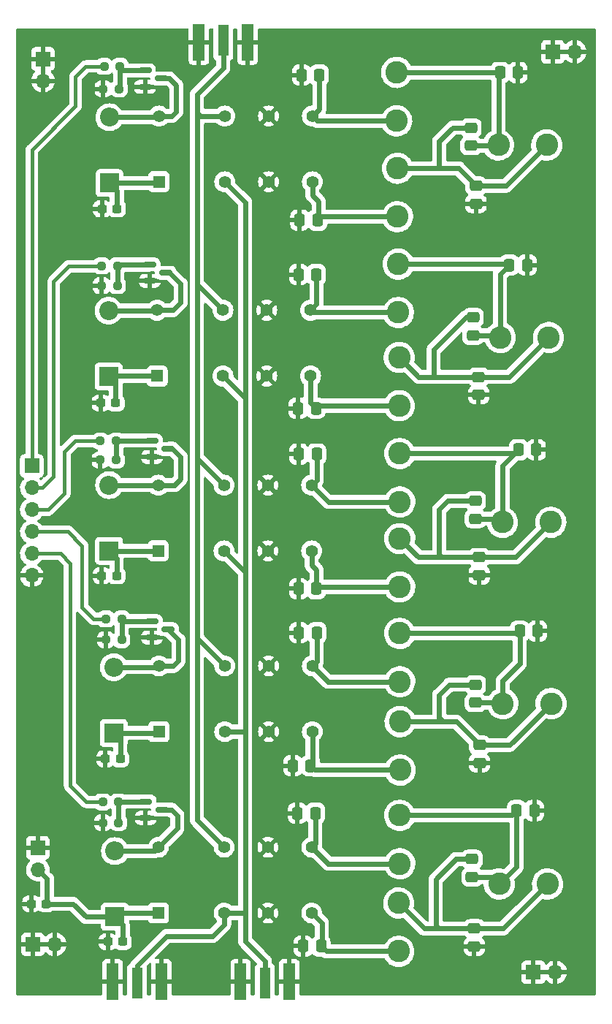
<source format=gbr>
%TF.GenerationSoftware,KiCad,Pcbnew,(6.0.2)*%
%TF.CreationDate,2022-10-25T13:29:22-07:00*%
%TF.ProjectId,cwaz_lpf,6377617a-5f6c-4706-962e-6b696361645f,rev?*%
%TF.SameCoordinates,Original*%
%TF.FileFunction,Copper,L1,Top*%
%TF.FilePolarity,Positive*%
%FSLAX46Y46*%
G04 Gerber Fmt 4.6, Leading zero omitted, Abs format (unit mm)*
G04 Created by KiCad (PCBNEW (6.0.2)) date 2022-10-25 13:29:22*
%MOMM*%
%LPD*%
G01*
G04 APERTURE LIST*
G04 Aperture macros list*
%AMRoundRect*
0 Rectangle with rounded corners*
0 $1 Rounding radius*
0 $2 $3 $4 $5 $6 $7 $8 $9 X,Y pos of 4 corners*
0 Add a 4 corners polygon primitive as box body*
4,1,4,$2,$3,$4,$5,$6,$7,$8,$9,$2,$3,0*
0 Add four circle primitives for the rounded corners*
1,1,$1+$1,$2,$3*
1,1,$1+$1,$4,$5*
1,1,$1+$1,$6,$7*
1,1,$1+$1,$8,$9*
0 Add four rect primitives between the rounded corners*
20,1,$1+$1,$2,$3,$4,$5,0*
20,1,$1+$1,$4,$5,$6,$7,0*
20,1,$1+$1,$6,$7,$8,$9,0*
20,1,$1+$1,$8,$9,$2,$3,0*%
G04 Aperture macros list end*
%TA.AperFunction,ComponentPad*%
%ADD10R,2.200000X2.200000*%
%TD*%
%TA.AperFunction,ComponentPad*%
%ADD11O,2.200000X2.200000*%
%TD*%
%TA.AperFunction,SMDPad,CuDef*%
%ADD12RoundRect,0.250000X0.337500X0.475000X-0.337500X0.475000X-0.337500X-0.475000X0.337500X-0.475000X0*%
%TD*%
%TA.AperFunction,SMDPad,CuDef*%
%ADD13RoundRect,0.150000X-0.587500X-0.150000X0.587500X-0.150000X0.587500X0.150000X-0.587500X0.150000X0*%
%TD*%
%TA.AperFunction,SMDPad,CuDef*%
%ADD14RoundRect,0.237500X0.250000X0.237500X-0.250000X0.237500X-0.250000X-0.237500X0.250000X-0.237500X0*%
%TD*%
%TA.AperFunction,SMDPad,CuDef*%
%ADD15RoundRect,0.250000X-0.475000X0.337500X-0.475000X-0.337500X0.475000X-0.337500X0.475000X0.337500X0*%
%TD*%
%TA.AperFunction,ComponentPad*%
%ADD16R,1.700000X1.700000*%
%TD*%
%TA.AperFunction,ComponentPad*%
%ADD17O,1.700000X1.700000*%
%TD*%
%TA.AperFunction,ComponentPad*%
%ADD18R,1.400000X1.400000*%
%TD*%
%TA.AperFunction,ComponentPad*%
%ADD19C,1.400000*%
%TD*%
%TA.AperFunction,ComponentPad*%
%ADD20C,2.600000*%
%TD*%
%TA.AperFunction,SMDPad,CuDef*%
%ADD21RoundRect,0.237500X0.300000X0.237500X-0.300000X0.237500X-0.300000X-0.237500X0.300000X-0.237500X0*%
%TD*%
%TA.AperFunction,SMDPad,CuDef*%
%ADD22R,1.270000X3.600000*%
%TD*%
%TA.AperFunction,SMDPad,CuDef*%
%ADD23R,1.350000X4.200000*%
%TD*%
%TA.AperFunction,SMDPad,CuDef*%
%ADD24RoundRect,0.250000X-0.337500X-0.475000X0.337500X-0.475000X0.337500X0.475000X-0.337500X0.475000X0*%
%TD*%
%TA.AperFunction,SMDPad,CuDef*%
%ADD25RoundRect,0.250000X0.475000X-0.337500X0.475000X0.337500X-0.475000X0.337500X-0.475000X-0.337500X0*%
%TD*%
%TA.AperFunction,ViaPad*%
%ADD26C,0.800000*%
%TD*%
%TA.AperFunction,Conductor*%
%ADD27C,0.609600*%
%TD*%
%TA.AperFunction,Conductor*%
%ADD28C,0.406400*%
%TD*%
G04 APERTURE END LIST*
D10*
%TO.P,D5,1,K*%
%TO.N,/VDD12*%
X91037500Y-143410000D03*
D11*
%TO.P,D5,2,A*%
%TO.N,Net-(D5-Pad2)*%
X91037500Y-135790000D03*
%TD*%
D12*
%TO.P,C5,1*%
%TO.N,Net-(C5-Pad1)*%
X114337500Y-84500000D03*
%TO.P,C5,2*%
%TO.N,GND*%
X112262500Y-84500000D03*
%TD*%
D13*
%TO.P,Q1,1,B*%
%TO.N,Net-(Q1-Pad1)*%
X94525000Y-45350000D03*
%TO.P,Q1,2,E*%
%TO.N,GND*%
X94525000Y-47250000D03*
%TO.P,Q1,3,C*%
%TO.N,Net-(D1-Pad2)*%
X96400000Y-46300000D03*
%TD*%
D14*
%TO.P,R2,1*%
%TO.N,Net-(Q2-Pad1)*%
X91325000Y-68000000D03*
%TO.P,R2,2*%
%TO.N,/30M*%
X89500000Y-68000000D03*
%TD*%
%TO.P,R1,1*%
%TO.N,Net-(Q1-Pad1)*%
X91612500Y-44900000D03*
%TO.P,R1,2*%
%TO.N,/40M*%
X89787500Y-44900000D03*
%TD*%
D13*
%TO.P,Q3,1,B*%
%TO.N,Net-(Q3-Pad1)*%
X95325000Y-88250000D03*
%TO.P,Q3,2,E*%
%TO.N,GND*%
X95325000Y-90150000D03*
%TO.P,Q3,3,C*%
%TO.N,Net-(D3-Pad2)*%
X97200000Y-89200000D03*
%TD*%
D15*
%TO.P,C8,1*%
%TO.N,Net-(C11-Pad2)*%
X133200000Y-80862500D03*
%TO.P,C8,2*%
%TO.N,GND*%
X133200000Y-82937500D03*
%TD*%
D14*
%TO.P,R5,1*%
%TO.N,Net-(Q2-Pad1)*%
X91312500Y-70300000D03*
%TO.P,R5,2*%
%TO.N,GND*%
X89487500Y-70300000D03*
%TD*%
D16*
%TO.P,J8,1,Pin_1*%
%TO.N,GND*%
X82700000Y-44025000D03*
D17*
%TO.P,J8,2,Pin_2*%
X82700000Y-46565000D03*
%TD*%
D18*
%TO.P,K2,1*%
%TO.N,/VDD12*%
X95942500Y-80762500D03*
D19*
%TO.P,K2,4*%
%TO.N,Net-(J3-Pad1)*%
X103562500Y-80762500D03*
%TO.P,K2,6*%
%TO.N,GND*%
X108642500Y-80762500D03*
%TO.P,K2,8*%
%TO.N,Net-(C5-Pad1)*%
X113722500Y-80762500D03*
%TO.P,K2,9*%
%TO.N,Net-(C17-Pad1)*%
X113722500Y-73142500D03*
%TO.P,K2,11*%
%TO.N,GND*%
X108642500Y-73142500D03*
%TO.P,K2,13*%
%TO.N,Net-(J4-Pad1)*%
X103562500Y-73142500D03*
%TO.P,K2,16*%
%TO.N,Net-(D2-Pad2)*%
X95942500Y-73142500D03*
%TD*%
D20*
%TO.P,L3,1,1*%
%TO.N,Net-(C12-Pad2)*%
X124062500Y-99600000D03*
%TO.P,L3,2,2*%
%TO.N,Net-(C6-Pad1)*%
X124062500Y-105200000D03*
%TD*%
D10*
%TO.P,D1,1,K*%
%TO.N,/VDD12*%
X90400000Y-58410000D03*
D11*
%TO.P,D1,2,A*%
%TO.N,Net-(D1-Pad2)*%
X90400000Y-50790000D03*
%TD*%
D16*
%TO.P,J2,1,Pin_1*%
%TO.N,GND*%
X82100000Y-135400000D03*
D17*
%TO.P,J2,2,Pin_2*%
%TO.N,/VDD12*%
X82100000Y-137940000D03*
%TD*%
D21*
%TO.P,C19,1*%
%TO.N,/VDD12*%
X83062500Y-141900000D03*
%TO.P,C19,2*%
%TO.N,GND*%
X81337500Y-141900000D03*
%TD*%
D18*
%TO.P,K4,1*%
%TO.N,/VDD12*%
X96142500Y-121962500D03*
D19*
%TO.P,K4,4*%
%TO.N,Net-(J3-Pad1)*%
X103762500Y-121962500D03*
%TO.P,K4,6*%
%TO.N,GND*%
X108842500Y-121962500D03*
%TO.P,K4,8*%
%TO.N,Net-(C22-Pad1)*%
X113922500Y-121962500D03*
%TO.P,K4,9*%
%TO.N,Net-(C30-Pad1)*%
X113922500Y-114342500D03*
%TO.P,K4,11*%
%TO.N,GND*%
X108842500Y-114342500D03*
%TO.P,K4,13*%
%TO.N,Net-(J4-Pad1)*%
X103762500Y-114342500D03*
%TO.P,K4,16*%
%TO.N,Net-(D4-Pad2)*%
X96142500Y-114342500D03*
%TD*%
D20*
%TO.P,L13,1,1*%
%TO.N,Net-(C27-Pad1)*%
X135600000Y-139600000D03*
%TO.P,L13,2,2*%
%TO.N,Net-(C25-Pad1)*%
X141200000Y-139600000D03*
%TD*%
D13*
%TO.P,Q4,1,B*%
%TO.N,Net-(Q4-Pad1)*%
X95325000Y-109150000D03*
%TO.P,Q4,2,E*%
%TO.N,GND*%
X95325000Y-111050000D03*
%TO.P,Q4,3,C*%
%TO.N,Net-(D4-Pad2)*%
X97200000Y-110100000D03*
%TD*%
D12*
%TO.P,C17,1*%
%TO.N,Net-(C17-Pad1)*%
X114400000Y-69000000D03*
%TO.P,C17,2*%
%TO.N,GND*%
X112325000Y-69000000D03*
%TD*%
D14*
%TO.P,R3,1*%
%TO.N,Net-(Q3-Pad1)*%
X91175000Y-88300000D03*
%TO.P,R3,2*%
%TO.N,/20M*%
X89350000Y-88300000D03*
%TD*%
D18*
%TO.P,K3,1*%
%TO.N,/VDD12*%
X96062500Y-101020000D03*
D19*
%TO.P,K3,4*%
%TO.N,Net-(J3-Pad1)*%
X103682500Y-101020000D03*
%TO.P,K3,6*%
%TO.N,GND*%
X108762500Y-101020000D03*
%TO.P,K3,8*%
%TO.N,Net-(C6-Pad1)*%
X113842500Y-101020000D03*
%TO.P,K3,9*%
%TO.N,Net-(C18-Pad1)*%
X113842500Y-93400000D03*
%TO.P,K3,11*%
%TO.N,GND*%
X108762500Y-93400000D03*
%TO.P,K3,13*%
%TO.N,Net-(J4-Pad1)*%
X103682500Y-93400000D03*
%TO.P,K3,16*%
%TO.N,Net-(D3-Pad2)*%
X96062500Y-93400000D03*
%TD*%
D21*
%TO.P,C21,1*%
%TO.N,/VDD12*%
X91937500Y-146300000D03*
%TO.P,C21,2*%
%TO.N,GND*%
X90212500Y-146300000D03*
%TD*%
D18*
%TO.P,K1,1*%
%TO.N,/VDD12*%
X96142500Y-58262500D03*
D19*
%TO.P,K1,4*%
%TO.N,Net-(J3-Pad1)*%
X103762500Y-58262500D03*
%TO.P,K1,6*%
%TO.N,GND*%
X108842500Y-58262500D03*
%TO.P,K1,8*%
%TO.N,Net-(C4-Pad1)*%
X113922500Y-58262500D03*
%TO.P,K1,9*%
%TO.N,Net-(C16-Pad1)*%
X113922500Y-50642500D03*
%TO.P,K1,11*%
%TO.N,GND*%
X108842500Y-50642500D03*
%TO.P,K1,13*%
%TO.N,Net-(J4-Pad1)*%
X103762500Y-50642500D03*
%TO.P,K1,16*%
%TO.N,Net-(D1-Pad2)*%
X96142500Y-50642500D03*
%TD*%
D22*
%TO.P,J9,1,In*%
%TO.N,Net-(J3-Pad1)*%
X93600000Y-151100000D03*
D23*
%TO.P,J9,2,Ext*%
%TO.N,GND*%
X96425000Y-150900000D03*
X90775000Y-150900000D03*
%TD*%
D13*
%TO.P,Q5,1,B*%
%TO.N,Net-(Q5-Pad1)*%
X94600000Y-130050000D03*
%TO.P,Q5,2,E*%
%TO.N,GND*%
X94600000Y-131950000D03*
%TO.P,Q5,3,C*%
%TO.N,Net-(D5-Pad2)*%
X96475000Y-131000000D03*
%TD*%
D14*
%TO.P,R6,1*%
%TO.N,Net-(Q3-Pad1)*%
X91175000Y-90500000D03*
%TO.P,R6,2*%
%TO.N,GND*%
X89350000Y-90500000D03*
%TD*%
D24*
%TO.P,C29,1*%
%TO.N,Net-(C27-Pad1)*%
X137600000Y-131100000D03*
%TO.P,C29,2*%
%TO.N,GND*%
X139675000Y-131100000D03*
%TD*%
D18*
%TO.P,K5,1*%
%TO.N,/VDD12*%
X96080000Y-142962500D03*
D19*
%TO.P,K5,4*%
%TO.N,Net-(J3-Pad1)*%
X103700000Y-142962500D03*
%TO.P,K5,6*%
%TO.N,GND*%
X108780000Y-142962500D03*
%TO.P,K5,8*%
%TO.N,Net-(C23-Pad1)*%
X113860000Y-142962500D03*
%TO.P,K5,9*%
%TO.N,Net-(C31-Pad1)*%
X113860000Y-135342500D03*
%TO.P,K5,11*%
%TO.N,GND*%
X108780000Y-135342500D03*
%TO.P,K5,13*%
%TO.N,Net-(J4-Pad1)*%
X103700000Y-135342500D03*
%TO.P,K5,16*%
%TO.N,Net-(D5-Pad2)*%
X96080000Y-135342500D03*
%TD*%
D20*
%TO.P,L4,1,1*%
%TO.N,Net-(C10-Pad1)*%
X135500000Y-54000000D03*
%TO.P,L4,2,2*%
%TO.N,Net-(C10-Pad2)*%
X141100000Y-54000000D03*
%TD*%
D12*
%TO.P,C22,1*%
%TO.N,Net-(C22-Pad1)*%
X113737500Y-125900000D03*
%TO.P,C22,2*%
%TO.N,GND*%
X111662500Y-125900000D03*
%TD*%
D24*
%TO.P,C13,1*%
%TO.N,Net-(C10-Pad1)*%
X135700000Y-45600000D03*
%TO.P,C13,2*%
%TO.N,GND*%
X137775000Y-45600000D03*
%TD*%
D22*
%TO.P,J3,1,In*%
%TO.N,Net-(J3-Pad1)*%
X108437000Y-151100000D03*
D23*
%TO.P,J3,2,Ext*%
%TO.N,GND*%
X111262000Y-150900000D03*
X105612000Y-150900000D03*
%TD*%
D21*
%TO.P,C1,1*%
%TO.N,/VDD12*%
X91262500Y-61400000D03*
%TO.P,C1,2*%
%TO.N,GND*%
X89537500Y-61400000D03*
%TD*%
D20*
%TO.P,L11,1,1*%
%TO.N,Net-(C25-Pad1)*%
X123937500Y-141800000D03*
%TO.P,L11,2,2*%
%TO.N,Net-(C23-Pad1)*%
X123937500Y-147400000D03*
%TD*%
D25*
%TO.P,C11,1*%
%TO.N,Net-(C11-Pad1)*%
X132567000Y-76059500D03*
%TO.P,C11,2*%
%TO.N,Net-(C11-Pad2)*%
X132567000Y-73984500D03*
%TD*%
D14*
%TO.P,R9,1*%
%TO.N,Net-(Q4-Pad1)*%
X91812500Y-111300000D03*
%TO.P,R9,2*%
%TO.N,GND*%
X89987500Y-111300000D03*
%TD*%
D10*
%TO.P,D4,1,K*%
%TO.N,/VDD12*%
X90900000Y-122110000D03*
D11*
%TO.P,D4,2,A*%
%TO.N,Net-(D4-Pad2)*%
X90900000Y-114490000D03*
%TD*%
D20*
%TO.P,L2,1,1*%
%TO.N,Net-(C11-Pad2)*%
X124000000Y-78600000D03*
%TO.P,L2,2,2*%
%TO.N,Net-(C5-Pad1)*%
X124000000Y-84200000D03*
%TD*%
D12*
%TO.P,C6,1*%
%TO.N,Net-(C6-Pad1)*%
X114400000Y-105400000D03*
%TO.P,C6,2*%
%TO.N,GND*%
X112325000Y-105400000D03*
%TD*%
%TO.P,C4,1*%
%TO.N,Net-(C4-Pad1)*%
X114537500Y-62700000D03*
%TO.P,C4,2*%
%TO.N,GND*%
X112462500Y-62700000D03*
%TD*%
D20*
%TO.P,L9,1,1*%
%TO.N,Net-(C18-Pad1)*%
X124058000Y-95342000D03*
%TO.P,L9,2,2*%
%TO.N,Net-(C12-Pad1)*%
X124058000Y-89742000D03*
%TD*%
D16*
%TO.P,J5,1,Pin_1*%
%TO.N,GND*%
X139552000Y-149825000D03*
D17*
%TO.P,J5,2,Pin_2*%
X142092000Y-149825000D03*
%TD*%
D14*
%TO.P,R4,1*%
%TO.N,Net-(Q1-Pad1)*%
X91512500Y-47500000D03*
%TO.P,R4,2*%
%TO.N,GND*%
X89687500Y-47500000D03*
%TD*%
D20*
%TO.P,L1,1,1*%
%TO.N,Net-(C10-Pad2)*%
X123800000Y-56700000D03*
%TO.P,L1,2,2*%
%TO.N,Net-(C4-Pad1)*%
X123800000Y-62300000D03*
%TD*%
%TO.P,L7,1,1*%
%TO.N,Net-(C16-Pad1)*%
X123700000Y-51200000D03*
%TO.P,L7,2,2*%
%TO.N,Net-(C10-Pad1)*%
X123700000Y-45600000D03*
%TD*%
%TO.P,L6,1,1*%
%TO.N,Net-(C12-Pad1)*%
X135962500Y-97700000D03*
%TO.P,L6,2,2*%
%TO.N,Net-(C12-Pad2)*%
X141562500Y-97700000D03*
%TD*%
D14*
%TO.P,R8,1*%
%TO.N,Net-(Q5-Pad1)*%
X91450000Y-130100000D03*
%TO.P,R8,2*%
%TO.N,/15M*%
X89625000Y-130100000D03*
%TD*%
D12*
%TO.P,C16,1*%
%TO.N,Net-(C16-Pad1)*%
X114737500Y-45900000D03*
%TO.P,C16,2*%
%TO.N,GND*%
X112662500Y-45900000D03*
%TD*%
D20*
%TO.P,L8,1,1*%
%TO.N,Net-(C17-Pad1)*%
X123900000Y-73400000D03*
%TO.P,L8,2,2*%
%TO.N,Net-(C11-Pad1)*%
X123900000Y-67800000D03*
%TD*%
D14*
%TO.P,R7,1*%
%TO.N,Net-(Q4-Pad1)*%
X91812500Y-108900000D03*
%TO.P,R7,2*%
%TO.N,/17M*%
X89987500Y-108900000D03*
%TD*%
D21*
%TO.P,C3,1*%
%TO.N,/VDD12*%
X91225000Y-103900000D03*
%TO.P,C3,2*%
%TO.N,GND*%
X89500000Y-103900000D03*
%TD*%
D20*
%TO.P,L5,1,1*%
%TO.N,Net-(C11-Pad1)*%
X135700000Y-76300000D03*
%TO.P,L5,2,2*%
%TO.N,Net-(C11-Pad2)*%
X141300000Y-76300000D03*
%TD*%
D25*
%TO.P,C12,1*%
%TO.N,Net-(C12-Pad1)*%
X132821000Y-97290000D03*
%TO.P,C12,2*%
%TO.N,Net-(C12-Pad2)*%
X132821000Y-95215000D03*
%TD*%
D22*
%TO.P,J4,1,In*%
%TO.N,Net-(J4-Pad1)*%
X103600000Y-41900000D03*
D23*
%TO.P,J4,2,Ext*%
%TO.N,GND*%
X100775000Y-42100000D03*
X106425000Y-42100000D03*
%TD*%
D20*
%TO.P,L12,1,1*%
%TO.N,Net-(C26-Pad1)*%
X136000000Y-118700000D03*
%TO.P,L12,2,2*%
%TO.N,Net-(C24-Pad1)*%
X141600000Y-118700000D03*
%TD*%
D12*
%TO.P,C23,1*%
%TO.N,Net-(C23-Pad1)*%
X114937500Y-146800000D03*
%TO.P,C23,2*%
%TO.N,GND*%
X112862500Y-146800000D03*
%TD*%
%TO.P,C18,1*%
%TO.N,Net-(C18-Pad1)*%
X114437500Y-89800000D03*
%TO.P,C18,2*%
%TO.N,GND*%
X112362500Y-89800000D03*
%TD*%
D25*
%TO.P,C26,1*%
%TO.N,Net-(C26-Pad1)*%
X132821000Y-118604500D03*
%TO.P,C26,2*%
%TO.N,Net-(C24-Pad1)*%
X132821000Y-116529500D03*
%TD*%
D15*
%TO.P,C7,1*%
%TO.N,Net-(C10-Pad2)*%
X132900000Y-58725000D03*
%TO.P,C7,2*%
%TO.N,GND*%
X132900000Y-60800000D03*
%TD*%
D10*
%TO.P,D3,1,K*%
%TO.N,/VDD12*%
X90362500Y-101010000D03*
D11*
%TO.P,D3,2,A*%
%TO.N,Net-(D3-Pad2)*%
X90362500Y-93390000D03*
%TD*%
D21*
%TO.P,C20,1*%
%TO.N,/VDD12*%
X91662500Y-125100000D03*
%TO.P,C20,2*%
%TO.N,GND*%
X89937500Y-125100000D03*
%TD*%
D16*
%TO.P,J1,1,Pin_1*%
%TO.N,/40M*%
X81400000Y-91180000D03*
D17*
%TO.P,J1,2,Pin_2*%
%TO.N,/30M*%
X81400000Y-93720000D03*
%TO.P,J1,3,Pin_3*%
%TO.N,/20M*%
X81400000Y-96260000D03*
%TO.P,J1,4,Pin_4*%
%TO.N,/17M*%
X81400000Y-98800000D03*
%TO.P,J1,5,Pin_5*%
%TO.N,/15M*%
X81400000Y-101340000D03*
%TO.P,J1,6,Pin_6*%
%TO.N,GND*%
X81400000Y-103880000D03*
%TD*%
D12*
%TO.P,C31,1*%
%TO.N,Net-(C31-Pad1)*%
X114275000Y-131400000D03*
%TO.P,C31,2*%
%TO.N,GND*%
X112200000Y-131400000D03*
%TD*%
D15*
%TO.P,C9,1*%
%TO.N,Net-(C12-Pad2)*%
X133262500Y-101762500D03*
%TO.P,C9,2*%
%TO.N,GND*%
X133262500Y-103837500D03*
%TD*%
D25*
%TO.P,C27,1*%
%TO.N,Net-(C27-Pad1)*%
X132440000Y-138797500D03*
%TO.P,C27,2*%
%TO.N,Net-(C25-Pad1)*%
X132440000Y-136722500D03*
%TD*%
D16*
%TO.P,J7,1,Pin_1*%
%TO.N,GND*%
X141800000Y-43200000D03*
D17*
%TO.P,J7,2,Pin_2*%
X144340000Y-43200000D03*
%TD*%
D24*
%TO.P,C14,1*%
%TO.N,Net-(C11-Pad1)*%
X136762500Y-67900000D03*
%TO.P,C14,2*%
%TO.N,GND*%
X138837500Y-67900000D03*
%TD*%
D15*
%TO.P,C25,1*%
%TO.N,Net-(C25-Pad1)*%
X132700000Y-144762500D03*
%TO.P,C25,2*%
%TO.N,GND*%
X132700000Y-146837500D03*
%TD*%
D20*
%TO.P,L15,1,1*%
%TO.N,Net-(C31-Pad1)*%
X124058000Y-137252000D03*
%TO.P,L15,2,2*%
%TO.N,Net-(C27-Pad1)*%
X124058000Y-131652000D03*
%TD*%
D13*
%TO.P,Q2,1,B*%
%TO.N,Net-(Q2-Pad1)*%
X95062500Y-67850000D03*
%TO.P,Q2,2,E*%
%TO.N,GND*%
X95062500Y-69750000D03*
%TO.P,Q2,3,C*%
%TO.N,Net-(D2-Pad2)*%
X96937500Y-68800000D03*
%TD*%
D25*
%TO.P,C10,1*%
%TO.N,Net-(C10-Pad1)*%
X132313000Y-54088500D03*
%TO.P,C10,2*%
%TO.N,Net-(C10-Pad2)*%
X132313000Y-52013500D03*
%TD*%
D16*
%TO.P,J6,1,Pin_1*%
%TO.N,GND*%
X81525000Y-146600000D03*
D17*
%TO.P,J6,2,Pin_2*%
X84065000Y-146600000D03*
%TD*%
D24*
%TO.P,C28,1*%
%TO.N,Net-(C26-Pad1)*%
X137962500Y-110300000D03*
%TO.P,C28,2*%
%TO.N,GND*%
X140037500Y-110300000D03*
%TD*%
D14*
%TO.P,R10,1*%
%TO.N,Net-(Q5-Pad1)*%
X91462500Y-132500000D03*
%TO.P,R10,2*%
%TO.N,GND*%
X89637500Y-132500000D03*
%TD*%
D20*
%TO.P,L14,1,1*%
%TO.N,Net-(C30-Pad1)*%
X124058000Y-116170000D03*
%TO.P,L14,2,2*%
%TO.N,Net-(C26-Pad1)*%
X124058000Y-110570000D03*
%TD*%
D24*
%TO.P,C15,1*%
%TO.N,Net-(C12-Pad1)*%
X137825000Y-89300000D03*
%TO.P,C15,2*%
%TO.N,GND*%
X139900000Y-89300000D03*
%TD*%
D20*
%TO.P,L10,1,1*%
%TO.N,Net-(C24-Pad1)*%
X124100000Y-120800000D03*
%TO.P,L10,2,2*%
%TO.N,Net-(C22-Pad1)*%
X124100000Y-126400000D03*
%TD*%
D21*
%TO.P,C2,1*%
%TO.N,/VDD12*%
X91125000Y-83900000D03*
%TO.P,C2,2*%
%TO.N,GND*%
X89400000Y-83900000D03*
%TD*%
D10*
%TO.P,D2,1,K*%
%TO.N,/VDD12*%
X90300000Y-80810000D03*
D11*
%TO.P,D2,2,A*%
%TO.N,Net-(D2-Pad2)*%
X90300000Y-73190000D03*
%TD*%
D15*
%TO.P,C24,1*%
%TO.N,Net-(C24-Pad1)*%
X133300000Y-123500000D03*
%TO.P,C24,2*%
%TO.N,GND*%
X133300000Y-125575000D03*
%TD*%
D12*
%TO.P,C30,1*%
%TO.N,Net-(C30-Pad1)*%
X114437500Y-110500000D03*
%TO.P,C30,2*%
%TO.N,GND*%
X112362500Y-110500000D03*
%TD*%
D26*
%TO.N,GND*%
X89895000Y-126711000D03*
X103230000Y-128235000D03*
X82783000Y-129632000D03*
X112120000Y-103597000D03*
X136123000Y-148809000D03*
X112374000Y-64608000D03*
X93578000Y-48860000D03*
X112374000Y-86198000D03*
X135361000Y-105375000D03*
X103484000Y-87087000D03*
X139933000Y-87214000D03*
X139933000Y-108042000D03*
X106532000Y-45558000D03*
X135234000Y-83912000D03*
X88371000Y-48860000D03*
X134853000Y-61814000D03*
X88371000Y-91786000D03*
X139552000Y-45939000D03*
X135869000Y-126711000D03*
X88752000Y-134077000D03*
X93451000Y-133569000D03*
X111739000Y-124044000D03*
X102849000Y-107153000D03*
X89387000Y-85436000D03*
X143235000Y-85563000D03*
X94594000Y-91405000D03*
X93832000Y-112487000D03*
X112374000Y-67021000D03*
X142854000Y-63465000D03*
X104119000Y-147412000D03*
X109834000Y-147793000D03*
X139806000Y-128997000D03*
X144124000Y-127854000D03*
X123804000Y-150968000D03*
X112374000Y-87722000D03*
X88244000Y-71720000D03*
X88625000Y-112614000D03*
X103230000Y-65243000D03*
X88752000Y-148936000D03*
X82910000Y-108296000D03*
X112755000Y-43653000D03*
X144251000Y-107407000D03*
X89514000Y-105629000D03*
X89514000Y-62957000D03*
X100436000Y-45558000D03*
X112501000Y-108423000D03*
X111231000Y-145126000D03*
X82529000Y-85944000D03*
X84815000Y-54956000D03*
X85323000Y-78578000D03*
X138917000Y-65751000D03*
X112120000Y-129378000D03*
X93832000Y-71212000D03*
X98277000Y-149698000D03*
%TD*%
D27*
%TO.N,Net-(C4-Pad1)*%
X114660000Y-60544000D02*
X114660000Y-62577500D01*
X114937500Y-62300000D02*
X123800000Y-62300000D01*
X114537500Y-62700000D02*
X114937500Y-62300000D01*
X113922500Y-59806500D02*
X114660000Y-60544000D01*
X113922500Y-58262500D02*
X113922500Y-59806500D01*
X114660000Y-62577500D02*
X114537500Y-62700000D01*
%TO.N,Net-(C5-Pad1)*%
X113722500Y-80762500D02*
X113722500Y-83885000D01*
X114337500Y-84500000D02*
X114637500Y-84200000D01*
X113722500Y-83885000D02*
X114337500Y-84500000D01*
X114637500Y-84200000D02*
X124000000Y-84200000D01*
%TO.N,Net-(C6-Pad1)*%
X113842500Y-102652500D02*
X114406000Y-103216000D01*
X114406000Y-105394000D02*
X114400000Y-105400000D01*
X113842500Y-101020000D02*
X113842500Y-102652500D01*
X114406000Y-103216000D02*
X114406000Y-105394000D01*
X114400000Y-105400000D02*
X114600000Y-105200000D01*
X114600000Y-105200000D02*
X124062500Y-105200000D01*
%TO.N,Net-(C10-Pad2)*%
X132313000Y-52013500D02*
X130175500Y-52013500D01*
X130875000Y-56700000D02*
X132900000Y-58725000D01*
X130175500Y-52013500D02*
X128630000Y-53559000D01*
X136375000Y-58725000D02*
X141100000Y-54000000D01*
X128850000Y-56700000D02*
X130875000Y-56700000D01*
X128630000Y-53559000D02*
X128630000Y-56480000D01*
X132900000Y-58725000D02*
X136375000Y-58725000D01*
X123800000Y-56700000D02*
X128850000Y-56700000D01*
X128630000Y-56480000D02*
X128850000Y-56700000D01*
%TO.N,Net-(C11-Pad2)*%
X127993500Y-77690500D02*
X127993500Y-80862500D01*
X132567000Y-73984500D02*
X131699500Y-73984500D01*
X133200000Y-80862500D02*
X136737500Y-80862500D01*
X127993500Y-80862500D02*
X133200000Y-80862500D01*
X136737500Y-80862500D02*
X141300000Y-76300000D01*
X126262500Y-80862500D02*
X127993500Y-80862500D01*
X124000000Y-78600000D02*
X126262500Y-80862500D01*
X131699500Y-73984500D02*
X127993500Y-77690500D01*
%TO.N,Net-(C12-Pad2)*%
X128954500Y-101762500D02*
X133262500Y-101762500D01*
X133262500Y-101762500D02*
X137500000Y-101762500D01*
X132821000Y-95215000D02*
X129646000Y-95215000D01*
X126225000Y-101762500D02*
X128954500Y-101762500D01*
X128630000Y-96231000D02*
X128630000Y-101438000D01*
X128630000Y-101438000D02*
X128954500Y-101762500D01*
X124062500Y-99600000D02*
X126225000Y-101762500D01*
X137500000Y-101762500D02*
X141562500Y-97700000D01*
X129646000Y-95215000D02*
X128630000Y-96231000D01*
%TO.N,Net-(C10-Pad1)*%
X135700000Y-45600000D02*
X135500000Y-45800000D01*
X135500000Y-45800000D02*
X135500000Y-54000000D01*
X132313000Y-54088500D02*
X135411500Y-54088500D01*
X123700000Y-45600000D02*
X135700000Y-45600000D01*
X135411500Y-54088500D02*
X135500000Y-54000000D01*
%TO.N,Net-(C11-Pad1)*%
X136762500Y-67900000D02*
X135700000Y-68962500D01*
X132567000Y-76059500D02*
X135459500Y-76059500D01*
X135459500Y-76059500D02*
X135700000Y-76300000D01*
X123900000Y-67800000D02*
X136662500Y-67800000D01*
X135700000Y-68962500D02*
X135700000Y-76300000D01*
X136662500Y-67800000D02*
X136762500Y-67900000D01*
%TO.N,Net-(C12-Pad1)*%
X135962500Y-91162500D02*
X135962500Y-97700000D01*
X137825000Y-89300000D02*
X135962500Y-91162500D01*
X135552500Y-97290000D02*
X135962500Y-97700000D01*
X132821000Y-97290000D02*
X135552500Y-97290000D01*
X124058000Y-89742000D02*
X137383000Y-89742000D01*
X137383000Y-89742000D02*
X137825000Y-89300000D01*
%TO.N,Net-(C16-Pad1)*%
X114480000Y-51200000D02*
X113922500Y-50642500D01*
X114737500Y-45900000D02*
X114737500Y-49827500D01*
X123700000Y-51200000D02*
X114480000Y-51200000D01*
X114737500Y-49827500D02*
X113922500Y-50642500D01*
%TO.N,Net-(C17-Pad1)*%
X123900000Y-73400000D02*
X113980000Y-73400000D01*
X114400000Y-72465000D02*
X113722500Y-73142500D01*
X114400000Y-69000000D02*
X114400000Y-72465000D01*
X113980000Y-73400000D02*
X113722500Y-73142500D01*
%TO.N,Net-(C18-Pad1)*%
X114437500Y-89800000D02*
X114437500Y-92805000D01*
X124058000Y-95342000D02*
X115784500Y-95342000D01*
X114437500Y-92805000D02*
X113842500Y-93400000D01*
X115784500Y-95342000D02*
X113842500Y-93400000D01*
%TO.N,Net-(C22-Pad1)*%
X113737500Y-125900000D02*
X114237500Y-126400000D01*
X114237500Y-126400000D02*
X124100000Y-126400000D01*
X113922500Y-121962500D02*
X113922500Y-125715000D01*
X113922500Y-125715000D02*
X113737500Y-125900000D01*
%TO.N,Net-(C23-Pad1)*%
X115041000Y-144143500D02*
X115041000Y-146696500D01*
X115537500Y-147400000D02*
X123937500Y-147400000D01*
X113860000Y-142962500D02*
X115041000Y-144143500D01*
X114937500Y-146800000D02*
X115537500Y-147400000D01*
X115041000Y-146696500D02*
X114937500Y-146800000D01*
%TO.N,Net-(C24-Pad1)*%
X130600000Y-120800000D02*
X133300000Y-123500000D01*
X124100000Y-120800000D02*
X129069000Y-120800000D01*
X128630000Y-117694000D02*
X128630000Y-120361000D01*
X141600000Y-118700000D02*
X136800000Y-123500000D01*
X129069000Y-120800000D02*
X130600000Y-120800000D01*
X136800000Y-123500000D02*
X133300000Y-123500000D01*
X128630000Y-120361000D02*
X129069000Y-120800000D01*
X129794500Y-116529500D02*
X128630000Y-117694000D01*
X132821000Y-116529500D02*
X129794500Y-116529500D01*
%TO.N,Net-(C25-Pad1)*%
X128249000Y-144399000D02*
X128612500Y-144762500D01*
X128249000Y-139030000D02*
X128249000Y-144399000D01*
X132700000Y-144762500D02*
X136037500Y-144762500D01*
X123937500Y-141800000D02*
X126900000Y-144762500D01*
X128612500Y-144762500D02*
X132700000Y-144762500D01*
X126900000Y-144762500D02*
X128612500Y-144762500D01*
X132440000Y-136722500D02*
X130556500Y-136722500D01*
X136037500Y-144762500D02*
X141200000Y-139600000D01*
X130556500Y-136722500D02*
X128249000Y-139030000D01*
%TO.N,Net-(C26-Pad1)*%
X137962500Y-114076500D02*
X137962500Y-110300000D01*
X132821000Y-118604500D02*
X135904500Y-118604500D01*
X124058000Y-110570000D02*
X137692500Y-110570000D01*
X135904500Y-118604500D02*
X136000000Y-118700000D01*
X136000000Y-118700000D02*
X136000000Y-116039000D01*
X137692500Y-110570000D02*
X137962500Y-110300000D01*
X136000000Y-116039000D02*
X137962500Y-114076500D01*
%TO.N,Net-(C27-Pad1)*%
X134797500Y-138797500D02*
X135600000Y-139600000D01*
X135600000Y-139600000D02*
X137600000Y-137600000D01*
X124058000Y-131652000D02*
X137048000Y-131652000D01*
X137600000Y-137600000D02*
X137600000Y-131100000D01*
X137048000Y-131652000D02*
X137600000Y-131100000D01*
X132440000Y-138797500D02*
X134797500Y-138797500D01*
%TO.N,Net-(C30-Pad1)*%
X114437500Y-113827500D02*
X113922500Y-114342500D01*
X114437500Y-110500000D02*
X114437500Y-113827500D01*
X124058000Y-116170000D02*
X115750000Y-116170000D01*
X115750000Y-116170000D02*
X113922500Y-114342500D01*
%TO.N,Net-(C31-Pad1)*%
X114275000Y-131400000D02*
X114275000Y-134927500D01*
X115769500Y-137252000D02*
X113860000Y-135342500D01*
X124058000Y-137252000D02*
X115769500Y-137252000D01*
X114275000Y-134927500D02*
X113860000Y-135342500D01*
%TO.N,Net-(D1-Pad2)*%
X95995000Y-50790000D02*
X96142500Y-50642500D01*
X98150000Y-50130000D02*
X97637500Y-50642500D01*
X96400000Y-46300000D02*
X97368000Y-46300000D01*
X97368000Y-46300000D02*
X98150000Y-47082000D01*
X97637500Y-50642500D02*
X96142500Y-50642500D01*
X98150000Y-47082000D02*
X98150000Y-50130000D01*
X90400000Y-50790000D02*
X95995000Y-50790000D01*
%TO.N,Net-(D2-Pad2)*%
X98658000Y-72228000D02*
X97743500Y-73142500D01*
X97743500Y-73142500D02*
X95942500Y-73142500D01*
X97389000Y-68800000D02*
X98658000Y-70069000D01*
X90300000Y-73190000D02*
X95895000Y-73190000D01*
X98658000Y-70069000D02*
X98658000Y-72228000D01*
X96937500Y-68800000D02*
X97389000Y-68800000D01*
X95895000Y-73190000D02*
X95942500Y-73142500D01*
%TO.N,Net-(D3-Pad2)*%
X98658000Y-90135000D02*
X98658000Y-92675000D01*
X97200000Y-89200000D02*
X97723000Y-89200000D01*
X97723000Y-89200000D02*
X98658000Y-90135000D01*
X96052500Y-93390000D02*
X96062500Y-93400000D01*
X98658000Y-92675000D02*
X97933000Y-93400000D01*
X97933000Y-93400000D02*
X96062500Y-93400000D01*
X90362500Y-93390000D02*
X96052500Y-93390000D01*
%TO.N,Net-(D4-Pad2)*%
X98404000Y-113757000D02*
X97818500Y-114342500D01*
X97818500Y-114342500D02*
X96142500Y-114342500D01*
X95995000Y-114490000D02*
X96142500Y-114342500D01*
X98404000Y-111304000D02*
X98404000Y-113757000D01*
X97200000Y-110100000D02*
X98404000Y-111304000D01*
X90900000Y-114490000D02*
X95995000Y-114490000D01*
%TO.N,Net-(D5-Pad2)*%
X96475000Y-131000000D02*
X97613000Y-131000000D01*
X91037500Y-135790000D02*
X95632500Y-135790000D01*
X98277000Y-133145500D02*
X96080000Y-135342500D01*
X95632500Y-135790000D02*
X96080000Y-135342500D01*
X98277000Y-131664000D02*
X98277000Y-133145500D01*
X97613000Y-131000000D02*
X98277000Y-131664000D01*
%TO.N,Net-(J3-Pad1)*%
X106151000Y-122139000D02*
X105974500Y-121962500D01*
X106151000Y-60651000D02*
X103762500Y-58262500D01*
X106151000Y-146269000D02*
X108437000Y-148555000D01*
X106151000Y-103488500D02*
X106151000Y-83351000D01*
X106151000Y-142967000D02*
X106151000Y-122139000D01*
X103700000Y-142962500D02*
X106146500Y-142962500D01*
X106151000Y-83351000D02*
X103562500Y-80762500D01*
X106151000Y-122139000D02*
X106151000Y-103488500D01*
X106151000Y-142967000D02*
X106151000Y-146269000D01*
X103700000Y-144275000D02*
X103700000Y-142962500D01*
X108437000Y-148555000D02*
X108437000Y-151100000D01*
X93600000Y-149041000D02*
X97007000Y-145634000D01*
X106151000Y-103488500D02*
X103682500Y-101020000D01*
X97007000Y-145634000D02*
X102341000Y-145634000D01*
X105974500Y-121962500D02*
X103762500Y-121962500D01*
X106146500Y-142962500D02*
X106151000Y-142967000D01*
X93600000Y-151100000D02*
X93600000Y-149041000D01*
X106151000Y-83351000D02*
X106151000Y-60651000D01*
X102341000Y-145634000D02*
X103700000Y-144275000D01*
%TO.N,Net-(J4-Pad1)*%
X100563000Y-48098000D02*
X100563000Y-50257000D01*
X100948500Y-50642500D02*
X103762500Y-50642500D01*
X100563000Y-90280500D02*
X103682500Y-93400000D01*
X100563000Y-50257000D02*
X100948500Y-50642500D01*
X100563000Y-111090000D02*
X100563000Y-111143000D01*
X100563000Y-111090000D02*
X100563000Y-132205500D01*
X100563000Y-50257000D02*
X100563000Y-70143000D01*
X103600000Y-41900000D02*
X103600000Y-45061000D01*
X100563000Y-70143000D02*
X103562500Y-73142500D01*
X100563000Y-70143000D02*
X100563000Y-90008000D01*
X103600000Y-45061000D02*
X100563000Y-48098000D01*
X100563000Y-132205500D02*
X103700000Y-135342500D01*
X100563000Y-111143000D02*
X103762500Y-114342500D01*
X100563000Y-90008000D02*
X100563000Y-90280500D01*
X100563000Y-90008000D02*
X100563000Y-111090000D01*
%TO.N,Net-(Q1-Pad1)*%
X91612500Y-47400000D02*
X91512500Y-47500000D01*
X91612500Y-44900000D02*
X91612500Y-47400000D01*
X94525000Y-45350000D02*
X92062500Y-45350000D01*
X92062500Y-45350000D02*
X91612500Y-44900000D01*
%TO.N,Net-(Q2-Pad1)*%
X91325000Y-68000000D02*
X91325000Y-70287500D01*
X91475000Y-67850000D02*
X91325000Y-68000000D01*
X95062500Y-67850000D02*
X91475000Y-67850000D01*
X91325000Y-70287500D02*
X91312500Y-70300000D01*
%TO.N,Net-(Q3-Pad1)*%
X91225000Y-88250000D02*
X91175000Y-88300000D01*
X91175000Y-88300000D02*
X91175000Y-90500000D01*
X95325000Y-88250000D02*
X91225000Y-88250000D01*
%TO.N,Net-(Q4-Pad1)*%
X91812500Y-108900000D02*
X91812500Y-111300000D01*
X95325000Y-109150000D02*
X92062500Y-109150000D01*
X92062500Y-109150000D02*
X91812500Y-108900000D01*
%TO.N,Net-(Q5-Pad1)*%
X91450000Y-132487500D02*
X91462500Y-132500000D01*
X91500000Y-130050000D02*
X91450000Y-130100000D01*
X91450000Y-130100000D02*
X91450000Y-132487500D01*
X94600000Y-130050000D02*
X91500000Y-130050000D01*
%TO.N,/VDD12*%
X96062500Y-101020000D02*
X90372500Y-101020000D01*
X82100000Y-137940000D02*
X83164000Y-139004000D01*
X90900000Y-122110000D02*
X95995000Y-122110000D01*
X90372500Y-101020000D02*
X90362500Y-101010000D01*
X96080000Y-142962500D02*
X91485000Y-142962500D01*
X83062500Y-141900000D02*
X86161000Y-141900000D01*
X95942500Y-80762500D02*
X90347500Y-80762500D01*
X91662500Y-122872500D02*
X90900000Y-122110000D01*
X83164000Y-141798500D02*
X83062500Y-141900000D01*
X91485000Y-142962500D02*
X91037500Y-143410000D01*
X91125000Y-81635000D02*
X90300000Y-80810000D01*
X91937500Y-144310000D02*
X91037500Y-143410000D01*
X83164000Y-139004000D02*
X83164000Y-141798500D01*
X91262500Y-61400000D02*
X91262500Y-59272500D01*
X87671000Y-143410000D02*
X91037500Y-143410000D01*
X91662500Y-125100000D02*
X91662500Y-122872500D01*
X86161000Y-141900000D02*
X87671000Y-143410000D01*
X91225000Y-103900000D02*
X91225000Y-101872500D01*
X95995000Y-58410000D02*
X96142500Y-58262500D01*
X91125000Y-83900000D02*
X91125000Y-81635000D01*
X91937500Y-146300000D02*
X91937500Y-144310000D01*
X90400000Y-58410000D02*
X95995000Y-58410000D01*
X90347500Y-80762500D02*
X90300000Y-80810000D01*
X91262500Y-59272500D02*
X90400000Y-58410000D01*
X95995000Y-122110000D02*
X96142500Y-121962500D01*
X91225000Y-101872500D02*
X90362500Y-101010000D01*
D28*
%TO.N,/40M*%
X81400000Y-91180000D02*
X81400000Y-54561000D01*
X86466000Y-46066000D02*
X87632000Y-44900000D01*
X87632000Y-44900000D02*
X89787500Y-44900000D01*
X86466000Y-49495000D02*
X86466000Y-46066000D01*
X81400000Y-54561000D02*
X86466000Y-49495000D01*
%TO.N,/30M*%
X83926000Y-92421000D02*
X83926000Y-69815000D01*
X83926000Y-69815000D02*
X85704000Y-68037000D01*
X82627000Y-93720000D02*
X83926000Y-92421000D01*
X85704000Y-68037000D02*
X89463000Y-68037000D01*
X81400000Y-93720000D02*
X82627000Y-93720000D01*
X89463000Y-68037000D02*
X89500000Y-68000000D01*
%TO.N,/20M*%
X83262000Y-96260000D02*
X85196000Y-94326000D01*
X86396000Y-88300000D02*
X89350000Y-88300000D01*
X85196000Y-94326000D02*
X85196000Y-89500000D01*
X85196000Y-89500000D02*
X86396000Y-88300000D01*
X81400000Y-96260000D02*
X83262000Y-96260000D01*
%TO.N,/17M*%
X85606000Y-98800000D02*
X87228000Y-100422000D01*
X88594000Y-108900000D02*
X89987500Y-108900000D01*
X81400000Y-98800000D02*
X85606000Y-98800000D01*
X87228000Y-100422000D02*
X87228000Y-107534000D01*
X87228000Y-107534000D02*
X88594000Y-108900000D01*
%TO.N,/15M*%
X81400000Y-101340000D02*
X84717000Y-101340000D01*
X85831000Y-128235000D02*
X87696000Y-130100000D01*
X85831000Y-102454000D02*
X85831000Y-128235000D01*
X84717000Y-101340000D02*
X85831000Y-102454000D01*
X87696000Y-130100000D02*
X89625000Y-130100000D01*
%TD*%
%TA.AperFunction,Conductor*%
%TO.N,GND*%
G36*
X99534121Y-40528002D02*
G01*
X99580614Y-40581658D01*
X99592000Y-40634000D01*
X99592000Y-41827885D01*
X99596475Y-41843124D01*
X99597865Y-41844329D01*
X99605548Y-41846000D01*
X101939884Y-41846000D01*
X101955123Y-41841525D01*
X101956328Y-41840135D01*
X101957999Y-41832452D01*
X101957999Y-40634000D01*
X101978001Y-40565879D01*
X102031657Y-40519386D01*
X102083999Y-40508000D01*
X102330500Y-40508000D01*
X102398621Y-40528002D01*
X102445114Y-40581658D01*
X102456500Y-40634000D01*
X102456500Y-43748134D01*
X102463255Y-43810316D01*
X102514385Y-43946705D01*
X102601739Y-44063261D01*
X102718295Y-44150615D01*
X102722722Y-44152275D01*
X102771356Y-44201021D01*
X102786700Y-44261280D01*
X102786700Y-44671931D01*
X102766698Y-44740052D01*
X102749795Y-44761026D01*
X101356820Y-46154000D01*
X99994484Y-47516336D01*
X99993547Y-47517264D01*
X99928750Y-47580718D01*
X99924936Y-47586637D01*
X99924933Y-47586640D01*
X99905105Y-47617407D01*
X99897666Y-47627760D01*
X99870437Y-47661869D01*
X99867372Y-47668209D01*
X99867369Y-47668214D01*
X99855735Y-47692279D01*
X99848208Y-47705692D01*
X99833726Y-47728164D01*
X99833723Y-47728171D01*
X99829908Y-47734090D01*
X99827498Y-47740710D01*
X99827498Y-47740711D01*
X99814979Y-47775107D01*
X99810019Y-47786848D01*
X99791023Y-47826144D01*
X99783423Y-47859064D01*
X99779057Y-47873799D01*
X99769911Y-47898928D01*
X99769909Y-47898934D01*
X99767502Y-47905549D01*
X99764655Y-47928089D01*
X99762031Y-47948859D01*
X99759797Y-47961400D01*
X99749978Y-48003930D01*
X99749953Y-48010976D01*
X99749953Y-48010979D01*
X99749835Y-48044741D01*
X99749805Y-48045634D01*
X99749700Y-48046470D01*
X99749700Y-48083560D01*
X99749341Y-48186392D01*
X99749611Y-48187598D01*
X99749700Y-48189247D01*
X99749700Y-50247783D01*
X99749693Y-50249103D01*
X99748744Y-50339709D01*
X99749462Y-50343028D01*
X99749700Y-50347734D01*
X99749700Y-70133783D01*
X99749693Y-70135103D01*
X99748744Y-70225709D01*
X99749462Y-70229028D01*
X99749700Y-70233734D01*
X99749700Y-90271283D01*
X99749693Y-90272603D01*
X99748744Y-90363209D01*
X99749462Y-90366528D01*
X99749700Y-90371234D01*
X99749700Y-111133783D01*
X99749693Y-111135103D01*
X99748744Y-111225709D01*
X99749462Y-111229028D01*
X99749700Y-111233734D01*
X99749700Y-132196283D01*
X99749693Y-132197603D01*
X99748744Y-132288209D01*
X99757807Y-132330123D01*
X99757967Y-132330865D01*
X99760028Y-132343449D01*
X99763031Y-132370221D01*
X99764893Y-132386825D01*
X99767208Y-132393472D01*
X99776002Y-132418726D01*
X99780164Y-132433536D01*
X99787302Y-132466551D01*
X99790280Y-132472938D01*
X99790281Y-132472940D01*
X99805752Y-132506119D01*
X99810547Y-132517927D01*
X99824899Y-132559139D01*
X99828632Y-132565113D01*
X99842797Y-132587782D01*
X99850133Y-132601292D01*
X99864415Y-132631919D01*
X99883796Y-132656905D01*
X99891169Y-132666410D01*
X99898462Y-132676864D01*
X99921589Y-132713876D01*
X99926554Y-132718875D01*
X99926555Y-132718877D01*
X99950356Y-132742844D01*
X99950953Y-132743482D01*
X99951473Y-132744153D01*
X99977731Y-132770411D01*
X100044922Y-132838072D01*
X100050159Y-132843346D01*
X100051200Y-132844006D01*
X100052435Y-132845115D01*
X102450458Y-135243138D01*
X102484484Y-135305450D01*
X102487363Y-135332233D01*
X102487363Y-135337025D01*
X102486884Y-135342500D01*
X102505314Y-135553155D01*
X102506738Y-135558468D01*
X102506738Y-135558470D01*
X102542755Y-135692885D01*
X102560044Y-135757410D01*
X102562366Y-135762391D01*
X102562367Y-135762392D01*
X102645031Y-135939664D01*
X102649411Y-135949058D01*
X102770699Y-136122276D01*
X102920224Y-136271801D01*
X103093442Y-136393089D01*
X103098420Y-136395410D01*
X103098423Y-136395412D01*
X103191255Y-136438700D01*
X103285090Y-136482456D01*
X103290398Y-136483878D01*
X103290400Y-136483879D01*
X103484030Y-136535762D01*
X103484032Y-136535762D01*
X103489345Y-136537186D01*
X103700000Y-136555616D01*
X103910655Y-136537186D01*
X103915968Y-136535762D01*
X103915970Y-136535762D01*
X104109600Y-136483879D01*
X104109602Y-136483878D01*
X104114910Y-136482456D01*
X104208745Y-136438700D01*
X104301577Y-136395412D01*
X104301580Y-136395410D01*
X104306558Y-136393089D01*
X104479776Y-136271801D01*
X104629301Y-136122276D01*
X104750589Y-135949058D01*
X104754970Y-135939664D01*
X104837633Y-135762392D01*
X104837634Y-135762391D01*
X104839956Y-135757410D01*
X104857246Y-135692885D01*
X104893262Y-135558470D01*
X104893262Y-135558468D01*
X104894686Y-135553155D01*
X104913116Y-135342500D01*
X104894686Y-135131845D01*
X104876531Y-135064088D01*
X104841379Y-134932900D01*
X104841378Y-134932898D01*
X104839956Y-134927590D01*
X104834801Y-134916535D01*
X104752912Y-134740923D01*
X104752910Y-134740920D01*
X104750589Y-134735942D01*
X104629301Y-134562724D01*
X104479776Y-134413199D01*
X104306558Y-134291911D01*
X104301580Y-134289590D01*
X104301577Y-134289588D01*
X104119892Y-134204867D01*
X104119891Y-134204866D01*
X104114910Y-134202544D01*
X104109602Y-134201122D01*
X104109600Y-134201121D01*
X103915970Y-134149238D01*
X103915968Y-134149238D01*
X103910655Y-134147814D01*
X103700000Y-134129384D01*
X103694525Y-134129863D01*
X103689733Y-134129863D01*
X103621612Y-134109861D01*
X103600638Y-134092958D01*
X101413205Y-131905525D01*
X101379179Y-131843213D01*
X101376300Y-131816430D01*
X101376300Y-113410670D01*
X101396302Y-113342549D01*
X101449958Y-113296056D01*
X101520232Y-113285952D01*
X101584812Y-113315446D01*
X101591395Y-113321575D01*
X102512958Y-114243138D01*
X102546984Y-114305450D01*
X102549863Y-114332233D01*
X102549863Y-114337025D01*
X102549384Y-114342500D01*
X102567814Y-114553155D01*
X102569238Y-114558468D01*
X102569238Y-114558470D01*
X102619813Y-114747216D01*
X102622544Y-114757410D01*
X102624866Y-114762391D01*
X102624867Y-114762392D01*
X102701984Y-114927769D01*
X102711911Y-114949058D01*
X102833199Y-115122276D01*
X102982724Y-115271801D01*
X103155942Y-115393089D01*
X103160920Y-115395410D01*
X103160923Y-115395412D01*
X103295611Y-115458218D01*
X103347590Y-115482456D01*
X103352898Y-115483878D01*
X103352900Y-115483879D01*
X103546530Y-115535762D01*
X103546532Y-115535762D01*
X103551845Y-115537186D01*
X103762500Y-115555616D01*
X103973155Y-115537186D01*
X103978468Y-115535762D01*
X103978470Y-115535762D01*
X104172100Y-115483879D01*
X104172102Y-115483878D01*
X104177410Y-115482456D01*
X104229389Y-115458218D01*
X104364077Y-115395412D01*
X104364080Y-115395410D01*
X104369058Y-115393089D01*
X104542276Y-115271801D01*
X104691801Y-115122276D01*
X104813089Y-114949058D01*
X104823017Y-114927769D01*
X104900133Y-114762392D01*
X104900134Y-114762391D01*
X104902456Y-114757410D01*
X104905188Y-114747216D01*
X104955762Y-114558470D01*
X104955762Y-114558468D01*
X104957186Y-114553155D01*
X104975616Y-114342500D01*
X104957186Y-114131845D01*
X104946115Y-114090528D01*
X104903879Y-113932900D01*
X104903878Y-113932898D01*
X104902456Y-113927590D01*
X104886601Y-113893588D01*
X104815412Y-113740923D01*
X104815410Y-113740920D01*
X104813089Y-113735942D01*
X104691801Y-113562724D01*
X104542276Y-113413199D01*
X104369058Y-113291911D01*
X104364080Y-113289590D01*
X104364077Y-113289588D01*
X104182392Y-113204867D01*
X104182391Y-113204866D01*
X104177410Y-113202544D01*
X104172102Y-113201122D01*
X104172100Y-113201121D01*
X103978470Y-113149238D01*
X103978468Y-113149238D01*
X103973155Y-113147814D01*
X103762500Y-113129384D01*
X103757025Y-113129863D01*
X103752233Y-113129863D01*
X103684112Y-113109861D01*
X103663138Y-113092958D01*
X101413205Y-110843025D01*
X101379179Y-110780713D01*
X101376300Y-110753930D01*
X101376300Y-92548170D01*
X101396302Y-92480049D01*
X101449958Y-92433556D01*
X101520232Y-92423452D01*
X101584812Y-92452946D01*
X101591395Y-92459075D01*
X102432958Y-93300638D01*
X102466984Y-93362950D01*
X102469863Y-93389733D01*
X102469863Y-93394525D01*
X102469384Y-93400000D01*
X102487814Y-93610655D01*
X102489238Y-93615968D01*
X102489238Y-93615970D01*
X102526710Y-93755815D01*
X102542544Y-93814910D01*
X102544866Y-93819891D01*
X102544867Y-93819892D01*
X102621984Y-93985269D01*
X102631911Y-94006558D01*
X102753199Y-94179776D01*
X102902724Y-94329301D01*
X103075942Y-94450589D01*
X103080920Y-94452910D01*
X103080923Y-94452912D01*
X103261592Y-94537159D01*
X103267590Y-94539956D01*
X103272898Y-94541378D01*
X103272900Y-94541379D01*
X103466530Y-94593262D01*
X103466532Y-94593262D01*
X103471845Y-94594686D01*
X103682500Y-94613116D01*
X103893155Y-94594686D01*
X103898468Y-94593262D01*
X103898470Y-94593262D01*
X104092100Y-94541379D01*
X104092102Y-94541378D01*
X104097410Y-94539956D01*
X104103408Y-94537159D01*
X104284077Y-94452912D01*
X104284080Y-94452910D01*
X104289058Y-94450589D01*
X104462276Y-94329301D01*
X104611801Y-94179776D01*
X104733089Y-94006558D01*
X104743017Y-93985269D01*
X104820133Y-93819892D01*
X104820134Y-93819891D01*
X104822456Y-93814910D01*
X104838291Y-93755815D01*
X104875762Y-93615970D01*
X104875762Y-93615968D01*
X104877186Y-93610655D01*
X104895616Y-93400000D01*
X104877186Y-93189345D01*
X104872910Y-93173386D01*
X104823879Y-92990400D01*
X104823878Y-92990398D01*
X104822456Y-92985090D01*
X104807585Y-92953199D01*
X104735412Y-92798423D01*
X104735410Y-92798420D01*
X104733089Y-92793442D01*
X104611801Y-92620224D01*
X104462276Y-92470699D01*
X104289058Y-92349411D01*
X104284080Y-92347090D01*
X104284077Y-92347088D01*
X104102392Y-92262367D01*
X104102391Y-92262366D01*
X104097410Y-92260044D01*
X104092102Y-92258622D01*
X104092100Y-92258621D01*
X103898470Y-92206738D01*
X103898468Y-92206738D01*
X103893155Y-92205314D01*
X103682500Y-92186884D01*
X103677025Y-92187363D01*
X103672233Y-92187363D01*
X103604112Y-92167361D01*
X103583138Y-92150458D01*
X101413205Y-89980525D01*
X101379179Y-89918213D01*
X101376300Y-89891430D01*
X101376300Y-72410670D01*
X101396302Y-72342549D01*
X101449958Y-72296056D01*
X101520232Y-72285952D01*
X101584812Y-72315446D01*
X101591395Y-72321575D01*
X102312958Y-73043138D01*
X102346984Y-73105450D01*
X102349863Y-73132233D01*
X102349863Y-73137025D01*
X102349384Y-73142500D01*
X102367814Y-73353155D01*
X102369238Y-73358468D01*
X102369238Y-73358470D01*
X102406543Y-73497692D01*
X102422544Y-73557410D01*
X102424866Y-73562391D01*
X102424867Y-73562392D01*
X102501984Y-73727769D01*
X102511911Y-73749058D01*
X102633199Y-73922276D01*
X102782724Y-74071801D01*
X102955942Y-74193089D01*
X102960920Y-74195410D01*
X102960923Y-74195412D01*
X103141592Y-74279659D01*
X103147590Y-74282456D01*
X103152898Y-74283878D01*
X103152900Y-74283879D01*
X103346530Y-74335762D01*
X103346532Y-74335762D01*
X103351845Y-74337186D01*
X103562500Y-74355616D01*
X103773155Y-74337186D01*
X103778468Y-74335762D01*
X103778470Y-74335762D01*
X103972100Y-74283879D01*
X103972102Y-74283878D01*
X103977410Y-74282456D01*
X103983408Y-74279659D01*
X104164077Y-74195412D01*
X104164080Y-74195410D01*
X104169058Y-74193089D01*
X104342276Y-74071801D01*
X104491801Y-73922276D01*
X104613089Y-73749058D01*
X104623017Y-73727769D01*
X104700133Y-73562392D01*
X104700134Y-73562391D01*
X104702456Y-73557410D01*
X104718458Y-73497692D01*
X104755762Y-73358470D01*
X104755762Y-73358468D01*
X104757186Y-73353155D01*
X104775616Y-73142500D01*
X104757186Y-72931845D01*
X104748440Y-72899203D01*
X104703879Y-72732900D01*
X104703878Y-72732898D01*
X104702456Y-72727590D01*
X104688770Y-72698240D01*
X104615412Y-72540923D01*
X104615410Y-72540920D01*
X104613089Y-72535942D01*
X104491801Y-72362724D01*
X104342276Y-72213199D01*
X104169058Y-72091911D01*
X104164080Y-72089590D01*
X104164077Y-72089588D01*
X103982392Y-72004867D01*
X103982391Y-72004866D01*
X103977410Y-72002544D01*
X103972102Y-72001122D01*
X103972100Y-72001121D01*
X103778470Y-71949238D01*
X103778468Y-71949238D01*
X103773155Y-71947814D01*
X103562500Y-71929384D01*
X103557025Y-71929863D01*
X103552233Y-71929863D01*
X103484112Y-71909861D01*
X103463138Y-71892958D01*
X101413205Y-69843025D01*
X101379179Y-69780713D01*
X101376300Y-69753930D01*
X101376300Y-51581800D01*
X101396302Y-51513679D01*
X101449958Y-51467186D01*
X101502300Y-51455800D01*
X102814533Y-51455800D01*
X102882654Y-51475802D01*
X102903628Y-51492705D01*
X102982724Y-51571801D01*
X103155942Y-51693089D01*
X103160920Y-51695410D01*
X103160923Y-51695412D01*
X103244023Y-51734162D01*
X103347590Y-51782456D01*
X103352898Y-51783878D01*
X103352900Y-51783879D01*
X103546530Y-51835762D01*
X103546532Y-51835762D01*
X103551845Y-51837186D01*
X103762500Y-51855616D01*
X103973155Y-51837186D01*
X103978468Y-51835762D01*
X103978470Y-51835762D01*
X104172100Y-51783879D01*
X104172102Y-51783878D01*
X104177410Y-51782456D01*
X104280977Y-51734162D01*
X104364077Y-51695412D01*
X104364080Y-51695410D01*
X104369058Y-51693089D01*
X104420940Y-51656761D01*
X108192794Y-51656761D01*
X108202090Y-51668776D01*
X108231689Y-51689501D01*
X108241177Y-51694979D01*
X108422777Y-51779659D01*
X108433071Y-51783407D01*
X108626622Y-51835269D01*
X108637409Y-51837171D01*
X108837025Y-51854635D01*
X108847975Y-51854635D01*
X109047591Y-51837171D01*
X109058378Y-51835269D01*
X109251929Y-51783407D01*
X109262223Y-51779659D01*
X109443823Y-51694979D01*
X109453311Y-51689501D01*
X109483748Y-51668189D01*
X109492123Y-51657712D01*
X109485054Y-51644264D01*
X108855312Y-51014522D01*
X108841368Y-51006908D01*
X108839535Y-51007039D01*
X108832920Y-51011290D01*
X108199224Y-51644986D01*
X108192794Y-51656761D01*
X104420940Y-51656761D01*
X104542276Y-51571801D01*
X104691801Y-51422276D01*
X104813089Y-51249058D01*
X104821667Y-51230664D01*
X104900133Y-51062392D01*
X104900134Y-51062391D01*
X104902456Y-51057410D01*
X104905188Y-51047216D01*
X104955762Y-50858470D01*
X104955762Y-50858468D01*
X104957186Y-50853155D01*
X104975137Y-50647975D01*
X107630365Y-50647975D01*
X107647829Y-50847591D01*
X107649731Y-50858378D01*
X107701593Y-51051929D01*
X107705341Y-51062223D01*
X107790021Y-51243823D01*
X107795499Y-51253311D01*
X107816811Y-51283748D01*
X107827288Y-51292123D01*
X107840736Y-51285054D01*
X108470478Y-50655312D01*
X108476856Y-50643632D01*
X109206908Y-50643632D01*
X109207039Y-50645465D01*
X109211290Y-50652080D01*
X109844986Y-51285776D01*
X109856761Y-51292206D01*
X109868776Y-51282910D01*
X109889501Y-51253311D01*
X109894979Y-51243823D01*
X109979659Y-51062223D01*
X109983407Y-51051929D01*
X110035269Y-50858378D01*
X110037171Y-50847591D01*
X110054635Y-50647975D01*
X110054635Y-50642500D01*
X112709384Y-50642500D01*
X112727814Y-50853155D01*
X112729238Y-50858468D01*
X112729238Y-50858470D01*
X112779813Y-51047216D01*
X112782544Y-51057410D01*
X112784866Y-51062391D01*
X112784867Y-51062392D01*
X112863334Y-51230664D01*
X112871911Y-51249058D01*
X112993199Y-51422276D01*
X113142724Y-51571801D01*
X113315942Y-51693089D01*
X113320920Y-51695410D01*
X113320923Y-51695412D01*
X113404023Y-51734162D01*
X113507590Y-51782456D01*
X113512898Y-51783878D01*
X113512900Y-51783879D01*
X113706530Y-51835762D01*
X113706532Y-51835762D01*
X113711845Y-51837186D01*
X113922500Y-51855616D01*
X113927975Y-51855137D01*
X113939965Y-51854088D01*
X114009570Y-51868077D01*
X114029555Y-51881137D01*
X114038361Y-51888167D01*
X114038367Y-51888171D01*
X114043869Y-51892563D01*
X114050209Y-51895628D01*
X114050214Y-51895631D01*
X114074279Y-51907265D01*
X114087692Y-51914792D01*
X114110164Y-51929274D01*
X114110171Y-51929277D01*
X114116090Y-51933092D01*
X114157111Y-51948023D01*
X114168851Y-51952982D01*
X114201801Y-51968911D01*
X114201803Y-51968912D01*
X114208144Y-51971977D01*
X114241064Y-51979577D01*
X114255799Y-51983943D01*
X114280928Y-51993089D01*
X114280934Y-51993091D01*
X114287549Y-51995498D01*
X114311919Y-51998576D01*
X114330859Y-52000969D01*
X114343400Y-52003203D01*
X114385930Y-52013022D01*
X114392976Y-52013047D01*
X114392979Y-52013047D01*
X114426741Y-52013165D01*
X114427634Y-52013195D01*
X114428470Y-52013300D01*
X114465406Y-52013300D01*
X114465846Y-52013301D01*
X114564846Y-52013647D01*
X114564853Y-52013647D01*
X114568392Y-52013659D01*
X114569598Y-52013389D01*
X114571247Y-52013300D01*
X122008537Y-52013300D01*
X122076658Y-52033302D01*
X122119528Y-52079661D01*
X122170450Y-52174431D01*
X122173245Y-52178175D01*
X122173247Y-52178177D01*
X122247270Y-52277305D01*
X122331281Y-52389810D01*
X122334590Y-52393090D01*
X122334595Y-52393096D01*
X122501582Y-52558631D01*
X122522180Y-52579050D01*
X122525942Y-52581808D01*
X122525945Y-52581811D01*
X122542292Y-52593797D01*
X122738954Y-52737995D01*
X122743089Y-52740171D01*
X122743093Y-52740173D01*
X122913215Y-52829679D01*
X122976840Y-52863154D01*
X123119346Y-52912919D01*
X123206230Y-52943260D01*
X123230613Y-52951775D01*
X123235206Y-52952647D01*
X123490109Y-53001042D01*
X123490112Y-53001042D01*
X123494698Y-53001913D01*
X123622370Y-53006929D01*
X123758625Y-53012283D01*
X123758630Y-53012283D01*
X123763293Y-53012466D01*
X123867607Y-53001042D01*
X124025844Y-52983713D01*
X124025850Y-52983712D01*
X124030497Y-52983203D01*
X124035021Y-52982012D01*
X124285918Y-52915956D01*
X124285920Y-52915955D01*
X124290441Y-52914765D01*
X124294738Y-52912919D01*
X124533120Y-52810502D01*
X124533122Y-52810501D01*
X124537414Y-52808657D01*
X124656071Y-52735230D01*
X124762017Y-52669669D01*
X124762021Y-52669666D01*
X124765990Y-52667210D01*
X124971149Y-52493530D01*
X125148382Y-52291434D01*
X125183693Y-52236538D01*
X125291269Y-52069291D01*
X125293797Y-52065361D01*
X125404199Y-51820278D01*
X125461859Y-51615833D01*
X125475893Y-51566072D01*
X125475894Y-51566069D01*
X125477163Y-51561568D01*
X125491842Y-51446183D01*
X125510688Y-51298045D01*
X125510688Y-51298041D01*
X125511086Y-51294915D01*
X125511277Y-51287645D01*
X125513168Y-51215393D01*
X125513571Y-51200000D01*
X125503332Y-51062223D01*
X125493996Y-50936592D01*
X125493996Y-50936591D01*
X125493650Y-50931937D01*
X125490458Y-50917828D01*
X125435361Y-50674331D01*
X125435360Y-50674326D01*
X125434327Y-50669763D01*
X125336902Y-50419238D01*
X125203518Y-50185864D01*
X125200102Y-50181530D01*
X125105929Y-50062072D01*
X125037105Y-49974769D01*
X124841317Y-49790591D01*
X124637363Y-49649102D01*
X124624299Y-49640039D01*
X124624296Y-49640037D01*
X124620457Y-49637374D01*
X124616264Y-49635306D01*
X124383564Y-49520551D01*
X124383561Y-49520550D01*
X124379376Y-49518486D01*
X124331745Y-49503239D01*
X124228771Y-49470277D01*
X124123370Y-49436538D01*
X124118763Y-49435788D01*
X124118760Y-49435787D01*
X123862674Y-49394081D01*
X123862675Y-49394081D01*
X123858063Y-49393330D01*
X123727719Y-49391624D01*
X123593961Y-49389873D01*
X123593958Y-49389873D01*
X123589284Y-49389812D01*
X123322937Y-49426060D01*
X123318451Y-49427368D01*
X123318449Y-49427368D01*
X123309889Y-49429863D01*
X123064874Y-49501278D01*
X123060621Y-49503238D01*
X123060620Y-49503239D01*
X123030634Y-49517063D01*
X122820763Y-49613815D01*
X122800213Y-49627288D01*
X122599881Y-49758631D01*
X122599876Y-49758635D01*
X122595968Y-49761197D01*
X122559443Y-49793797D01*
X122416286Y-49921570D01*
X122395426Y-49940188D01*
X122223544Y-50146854D01*
X122146566Y-50273710D01*
X122114795Y-50326066D01*
X122062355Y-50373926D01*
X122007076Y-50386700D01*
X115575837Y-50386700D01*
X115507716Y-50366698D01*
X115461223Y-50313042D01*
X115451119Y-50242768D01*
X115465412Y-50204521D01*
X115463643Y-50203643D01*
X115466776Y-50197331D01*
X115470592Y-50191410D01*
X115485523Y-50150389D01*
X115490482Y-50138649D01*
X115506411Y-50105699D01*
X115506412Y-50105697D01*
X115509477Y-50099356D01*
X115517077Y-50066436D01*
X115521443Y-50051701D01*
X115530589Y-50026572D01*
X115530591Y-50026566D01*
X115532998Y-50019951D01*
X115538242Y-49978437D01*
X115538469Y-49976641D01*
X115540703Y-49964100D01*
X115550522Y-49921570D01*
X115550665Y-49880759D01*
X115550695Y-49879866D01*
X115550800Y-49879030D01*
X115550800Y-49841940D01*
X115550814Y-49837865D01*
X115551147Y-49742654D01*
X115551147Y-49742647D01*
X115551159Y-49739108D01*
X115550889Y-49737902D01*
X115550800Y-49736253D01*
X115550800Y-47024150D01*
X115570802Y-46956029D01*
X115587627Y-46935132D01*
X115669134Y-46853483D01*
X115674305Y-46848303D01*
X115678146Y-46842072D01*
X115763275Y-46703968D01*
X115763276Y-46703966D01*
X115767115Y-46697738D01*
X115803960Y-46586653D01*
X115820632Y-46536389D01*
X115820632Y-46536387D01*
X115822797Y-46529861D01*
X115833500Y-46425400D01*
X115833500Y-45552526D01*
X121887050Y-45552526D01*
X121887274Y-45557192D01*
X121887274Y-45557197D01*
X121891382Y-45642711D01*
X121899947Y-45821019D01*
X121952388Y-46084656D01*
X122043220Y-46337646D01*
X122045432Y-46341762D01*
X122045433Y-46341765D01*
X122132163Y-46503176D01*
X122170450Y-46574431D01*
X122173241Y-46578168D01*
X122173245Y-46578175D01*
X122263430Y-46698946D01*
X122331281Y-46789810D01*
X122334590Y-46793090D01*
X122334595Y-46793096D01*
X122515091Y-46972023D01*
X122522180Y-46979050D01*
X122525942Y-46981808D01*
X122525945Y-46981811D01*
X122728218Y-47130123D01*
X122738954Y-47137995D01*
X122743089Y-47140171D01*
X122743093Y-47140173D01*
X122972698Y-47260975D01*
X122976840Y-47263154D01*
X123230613Y-47351775D01*
X123235206Y-47352647D01*
X123490109Y-47401042D01*
X123490112Y-47401042D01*
X123494698Y-47401913D01*
X123622370Y-47406929D01*
X123758625Y-47412283D01*
X123758630Y-47412283D01*
X123763293Y-47412466D01*
X123867607Y-47401042D01*
X124025844Y-47383713D01*
X124025850Y-47383712D01*
X124030497Y-47383203D01*
X124035021Y-47382012D01*
X124285918Y-47315956D01*
X124285920Y-47315955D01*
X124290441Y-47314765D01*
X124294738Y-47312919D01*
X124533120Y-47210502D01*
X124533122Y-47210501D01*
X124537414Y-47208657D01*
X124656071Y-47135230D01*
X124762017Y-47069669D01*
X124762021Y-47069666D01*
X124765990Y-47067210D01*
X124971149Y-46893530D01*
X125148382Y-46691434D01*
X125151465Y-46686642D01*
X125290082Y-46471137D01*
X125343756Y-46424666D01*
X125396053Y-46413300D01*
X134560700Y-46413300D01*
X134628821Y-46433302D01*
X134675314Y-46486958D01*
X134686700Y-46539300D01*
X134686700Y-52303442D01*
X134666698Y-52371563D01*
X134622418Y-52413052D01*
X134620763Y-52413815D01*
X134616854Y-52416378D01*
X134399881Y-52558631D01*
X134399876Y-52558635D01*
X134395968Y-52561197D01*
X134195426Y-52740188D01*
X134023544Y-52946854D01*
X133884096Y-53176656D01*
X133882292Y-53180958D01*
X133882290Y-53180962D01*
X133875178Y-53197924D01*
X133830389Y-53253011D01*
X133758980Y-53275200D01*
X133437150Y-53275200D01*
X133369029Y-53255198D01*
X133348132Y-53238373D01*
X133266483Y-53156866D01*
X133261303Y-53151695D01*
X133257084Y-53149094D01*
X133216583Y-53091970D01*
X133213351Y-53021047D01*
X133248976Y-52959635D01*
X133256530Y-52953078D01*
X133262348Y-52949478D01*
X133387305Y-52824303D01*
X133395812Y-52810502D01*
X133476275Y-52679968D01*
X133476276Y-52679966D01*
X133480115Y-52673738D01*
X133535797Y-52505861D01*
X133537061Y-52493530D01*
X133546172Y-52404598D01*
X133546500Y-52401400D01*
X133546500Y-51625600D01*
X133544186Y-51603300D01*
X133536238Y-51526692D01*
X133536237Y-51526688D01*
X133535526Y-51519834D01*
X133514482Y-51456756D01*
X133481868Y-51359002D01*
X133479550Y-51352054D01*
X133386478Y-51201652D01*
X133261303Y-51076695D01*
X133255072Y-51072854D01*
X133116968Y-50987725D01*
X133116966Y-50987724D01*
X133110738Y-50983885D01*
X133030995Y-50957436D01*
X132949389Y-50930368D01*
X132949387Y-50930368D01*
X132942861Y-50928203D01*
X132936025Y-50927503D01*
X132936022Y-50927502D01*
X132892969Y-50923091D01*
X132838400Y-50917500D01*
X131787600Y-50917500D01*
X131784354Y-50917837D01*
X131784350Y-50917837D01*
X131688692Y-50927762D01*
X131688688Y-50927763D01*
X131681834Y-50928474D01*
X131675298Y-50930655D01*
X131675296Y-50930655D01*
X131657501Y-50936592D01*
X131514054Y-50984450D01*
X131363652Y-51077522D01*
X131358479Y-51082704D01*
X131278105Y-51163218D01*
X131215822Y-51197297D01*
X131188932Y-51200200D01*
X130184717Y-51200200D01*
X130183397Y-51200193D01*
X130181930Y-51200178D01*
X130092791Y-51199244D01*
X130050130Y-51208468D01*
X130037551Y-51210528D01*
X130001171Y-51214608D01*
X130001168Y-51214609D01*
X129994175Y-51215393D01*
X129962274Y-51226502D01*
X129947464Y-51230664D01*
X129914449Y-51237802D01*
X129908062Y-51240780D01*
X129908060Y-51240781D01*
X129874881Y-51256252D01*
X129863073Y-51261047D01*
X129821861Y-51275399D01*
X129815886Y-51279132D01*
X129815887Y-51279132D01*
X129793218Y-51293297D01*
X129779708Y-51300633D01*
X129749081Y-51314915D01*
X129724095Y-51334296D01*
X129714590Y-51341669D01*
X129704136Y-51348962D01*
X129667124Y-51372089D01*
X129662125Y-51377054D01*
X129662123Y-51377055D01*
X129638156Y-51400856D01*
X129637518Y-51401453D01*
X129636847Y-51401973D01*
X129610589Y-51428231D01*
X129545664Y-51492705D01*
X129537654Y-51500659D01*
X129536994Y-51501700D01*
X129535885Y-51502935D01*
X128061531Y-52977289D01*
X128060594Y-52978218D01*
X128016859Y-53021047D01*
X127995750Y-53041718D01*
X127991936Y-53047636D01*
X127991932Y-53047641D01*
X127972105Y-53078407D01*
X127964666Y-53088760D01*
X127941830Y-53117366D01*
X127937437Y-53122869D01*
X127934372Y-53129209D01*
X127934369Y-53129214D01*
X127922735Y-53153279D01*
X127915208Y-53166692D01*
X127900726Y-53189164D01*
X127900723Y-53189171D01*
X127896908Y-53195090D01*
X127894498Y-53201710D01*
X127894498Y-53201711D01*
X127881979Y-53236107D01*
X127877019Y-53247848D01*
X127858023Y-53287144D01*
X127850423Y-53320064D01*
X127846057Y-53334799D01*
X127836911Y-53359928D01*
X127836909Y-53359934D01*
X127834502Y-53366549D01*
X127833620Y-53373532D01*
X127829031Y-53409859D01*
X127826797Y-53422400D01*
X127816978Y-53464930D01*
X127816953Y-53471976D01*
X127816953Y-53471979D01*
X127816835Y-53505741D01*
X127816805Y-53506634D01*
X127816700Y-53507470D01*
X127816700Y-53544560D01*
X127816341Y-53647392D01*
X127816611Y-53648598D01*
X127816700Y-53650247D01*
X127816700Y-55760700D01*
X127796698Y-55828821D01*
X127743042Y-55875314D01*
X127690700Y-55886700D01*
X125491418Y-55886700D01*
X125423297Y-55866698D01*
X125382025Y-55823223D01*
X125369845Y-55801913D01*
X125303518Y-55685864D01*
X125286832Y-55664697D01*
X125184768Y-55535230D01*
X125137105Y-55474769D01*
X124941317Y-55290591D01*
X124772570Y-55173526D01*
X124724299Y-55140039D01*
X124724296Y-55140037D01*
X124720457Y-55137374D01*
X124686076Y-55120419D01*
X124483564Y-55020551D01*
X124483561Y-55020550D01*
X124479376Y-55018486D01*
X124431745Y-55003239D01*
X124322182Y-54968168D01*
X124223370Y-54936538D01*
X124218763Y-54935788D01*
X124218760Y-54935787D01*
X124001155Y-54900348D01*
X123958063Y-54893330D01*
X123827719Y-54891624D01*
X123693961Y-54889873D01*
X123693958Y-54889873D01*
X123689284Y-54889812D01*
X123422937Y-54926060D01*
X123418451Y-54927368D01*
X123418449Y-54927368D01*
X123350466Y-54947183D01*
X123164874Y-55001278D01*
X122920763Y-55113815D01*
X122911531Y-55119868D01*
X122699881Y-55258631D01*
X122699876Y-55258635D01*
X122695968Y-55261197D01*
X122495426Y-55440188D01*
X122323544Y-55646854D01*
X122321121Y-55650847D01*
X122223357Y-55811957D01*
X122184096Y-55876656D01*
X122182287Y-55880970D01*
X122182285Y-55880974D01*
X122136826Y-55989382D01*
X122080148Y-56124545D01*
X122013981Y-56385077D01*
X121987050Y-56652526D01*
X121999947Y-56921019D01*
X122052388Y-57184656D01*
X122143220Y-57437646D01*
X122145432Y-57441762D01*
X122145433Y-57441765D01*
X122211844Y-57565361D01*
X122270450Y-57674431D01*
X122273241Y-57678168D01*
X122273245Y-57678175D01*
X122357820Y-57791434D01*
X122431281Y-57889810D01*
X122434590Y-57893090D01*
X122434595Y-57893096D01*
X122600349Y-58057409D01*
X122622180Y-58079050D01*
X122625942Y-58081808D01*
X122625945Y-58081811D01*
X122738299Y-58164192D01*
X122838954Y-58237995D01*
X122843089Y-58240171D01*
X122843093Y-58240173D01*
X122995527Y-58320373D01*
X123076840Y-58363154D01*
X123330613Y-58451775D01*
X123335206Y-58452647D01*
X123590109Y-58501042D01*
X123590112Y-58501042D01*
X123594698Y-58501913D01*
X123722370Y-58506929D01*
X123858625Y-58512283D01*
X123858630Y-58512283D01*
X123863293Y-58512466D01*
X123967607Y-58501042D01*
X124125844Y-58483713D01*
X124125850Y-58483712D01*
X124130497Y-58483203D01*
X124189476Y-58467675D01*
X124385918Y-58415956D01*
X124385920Y-58415955D01*
X124390441Y-58414765D01*
X124394738Y-58412919D01*
X124633120Y-58310502D01*
X124633122Y-58310501D01*
X124637414Y-58308657D01*
X124756071Y-58235230D01*
X124862017Y-58169669D01*
X124862021Y-58169666D01*
X124865990Y-58167210D01*
X125071149Y-57993530D01*
X125248382Y-57791434D01*
X125332330Y-57660923D01*
X125390082Y-57571137D01*
X125443756Y-57524666D01*
X125496053Y-57513300D01*
X128835406Y-57513300D01*
X128835846Y-57513301D01*
X128934846Y-57513647D01*
X128934853Y-57513647D01*
X128938392Y-57513659D01*
X128939598Y-57513389D01*
X128941247Y-57513300D01*
X130485930Y-57513300D01*
X130554051Y-57533302D01*
X130575025Y-57550205D01*
X131629595Y-58604775D01*
X131663621Y-58667087D01*
X131666500Y-58693870D01*
X131666500Y-59112900D01*
X131666837Y-59116146D01*
X131666837Y-59116150D01*
X131674687Y-59191801D01*
X131677474Y-59218666D01*
X131679655Y-59225202D01*
X131679655Y-59225204D01*
X131708035Y-59310269D01*
X131733450Y-59386446D01*
X131826522Y-59536848D01*
X131951697Y-59661805D01*
X131956235Y-59664602D01*
X131996824Y-59721853D01*
X132000054Y-59792776D01*
X131964428Y-59854187D01*
X131955932Y-59861562D01*
X131945793Y-59869598D01*
X131831261Y-59984329D01*
X131822249Y-59995740D01*
X131737184Y-60133743D01*
X131731037Y-60146924D01*
X131679862Y-60301210D01*
X131676995Y-60314586D01*
X131667328Y-60408938D01*
X131667000Y-60415355D01*
X131667000Y-60527885D01*
X131671475Y-60543124D01*
X131672865Y-60544329D01*
X131680548Y-60546000D01*
X134114884Y-60546000D01*
X134130123Y-60541525D01*
X134131328Y-60540135D01*
X134132999Y-60532452D01*
X134132999Y-60415405D01*
X134132662Y-60408886D01*
X134122743Y-60313294D01*
X134119851Y-60299900D01*
X134068412Y-60145716D01*
X134062239Y-60132538D01*
X133976937Y-59994693D01*
X133967901Y-59983292D01*
X133853172Y-59868762D01*
X133844238Y-59861706D01*
X133803177Y-59803788D01*
X133799947Y-59732865D01*
X133835574Y-59671454D01*
X133843407Y-59664654D01*
X133849348Y-59660978D01*
X133889939Y-59620316D01*
X133934895Y-59575282D01*
X133997178Y-59541203D01*
X134024068Y-59538300D01*
X136365783Y-59538300D01*
X136367104Y-59538307D01*
X136457709Y-59539256D01*
X136500370Y-59530032D01*
X136512949Y-59527972D01*
X136549329Y-59523892D01*
X136549332Y-59523891D01*
X136556325Y-59523107D01*
X136588226Y-59511998D01*
X136603036Y-59507836D01*
X136636051Y-59500698D01*
X136642440Y-59497719D01*
X136675619Y-59482248D01*
X136687429Y-59477452D01*
X136692701Y-59475616D01*
X136728639Y-59463101D01*
X136757283Y-59445202D01*
X136770792Y-59437867D01*
X136801419Y-59423585D01*
X136826405Y-59404204D01*
X136835910Y-59396831D01*
X136846366Y-59389537D01*
X136877400Y-59370145D01*
X136883376Y-59366411D01*
X136900607Y-59349300D01*
X136912344Y-59337644D01*
X136912982Y-59337047D01*
X136913653Y-59336527D01*
X136939911Y-59310269D01*
X136940684Y-59309501D01*
X137010335Y-59240335D01*
X137010339Y-59240331D01*
X137012846Y-59237841D01*
X137013506Y-59236800D01*
X137014615Y-59235565D01*
X140476680Y-55773500D01*
X140538992Y-55739474D01*
X140607313Y-55743639D01*
X140626194Y-55750232D01*
X140630613Y-55751775D01*
X140635206Y-55752647D01*
X140890109Y-55801042D01*
X140890112Y-55801042D01*
X140894698Y-55801913D01*
X141022370Y-55806929D01*
X141158625Y-55812283D01*
X141158630Y-55812283D01*
X141163293Y-55812466D01*
X141267607Y-55801042D01*
X141425844Y-55783713D01*
X141425850Y-55783712D01*
X141430497Y-55783203D01*
X141435021Y-55782012D01*
X141685918Y-55715956D01*
X141685920Y-55715955D01*
X141690441Y-55714765D01*
X141766250Y-55682195D01*
X141933120Y-55610502D01*
X141933122Y-55610501D01*
X141937414Y-55608657D01*
X142056071Y-55535230D01*
X142162017Y-55469669D01*
X142162021Y-55469666D01*
X142165990Y-55467210D01*
X142371149Y-55293530D01*
X142548382Y-55091434D01*
X142593976Y-55020551D01*
X142691269Y-54869291D01*
X142693797Y-54865361D01*
X142804199Y-54620278D01*
X142819045Y-54567638D01*
X142875893Y-54366072D01*
X142875894Y-54366069D01*
X142877163Y-54361568D01*
X142895043Y-54221019D01*
X142910688Y-54098045D01*
X142910688Y-54098041D01*
X142911086Y-54094915D01*
X142911281Y-54087495D01*
X142912517Y-54040258D01*
X142913571Y-54000000D01*
X142893650Y-53731937D01*
X142892619Y-53727379D01*
X142835361Y-53474331D01*
X142835360Y-53474326D01*
X142834327Y-53469763D01*
X142736902Y-53219238D01*
X142603518Y-52985864D01*
X142600482Y-52982012D01*
X142507216Y-52863705D01*
X142437105Y-52774769D01*
X142241317Y-52590591D01*
X142020457Y-52437374D01*
X142016264Y-52435306D01*
X141783564Y-52320551D01*
X141783561Y-52320550D01*
X141779376Y-52318486D01*
X141732379Y-52303442D01*
X141677621Y-52285914D01*
X141523370Y-52236538D01*
X141518763Y-52235788D01*
X141518760Y-52235787D01*
X141262674Y-52194081D01*
X141262675Y-52194081D01*
X141258063Y-52193330D01*
X141127719Y-52191624D01*
X140993961Y-52189873D01*
X140993958Y-52189873D01*
X140989284Y-52189812D01*
X140722937Y-52226060D01*
X140718451Y-52227368D01*
X140718449Y-52227368D01*
X140711097Y-52229511D01*
X140464874Y-52301278D01*
X140220763Y-52413815D01*
X140216854Y-52416378D01*
X139999881Y-52558631D01*
X139999876Y-52558635D01*
X139995968Y-52561197D01*
X139795426Y-52740188D01*
X139623544Y-52946854D01*
X139484096Y-53176656D01*
X139482287Y-53180970D01*
X139482285Y-53180974D01*
X139420815Y-53327564D01*
X139380148Y-53424545D01*
X139313981Y-53685077D01*
X139287050Y-53952526D01*
X139299947Y-54221019D01*
X139352388Y-54484656D01*
X139353970Y-54489062D01*
X139355189Y-54492459D01*
X139359380Y-54563332D01*
X139325694Y-54624126D01*
X136075025Y-57874795D01*
X136012713Y-57908821D01*
X135985930Y-57911700D01*
X134024150Y-57911700D01*
X133956029Y-57891698D01*
X133935132Y-57874873D01*
X133853483Y-57793366D01*
X133848303Y-57788195D01*
X133697738Y-57695385D01*
X133617995Y-57668936D01*
X133536389Y-57641868D01*
X133536387Y-57641868D01*
X133529861Y-57639703D01*
X133523025Y-57639003D01*
X133523022Y-57639002D01*
X133479969Y-57634591D01*
X133425400Y-57629000D01*
X133006370Y-57629000D01*
X132938249Y-57608998D01*
X132917275Y-57592095D01*
X131456711Y-56131531D01*
X131455782Y-56130594D01*
X131397210Y-56070782D01*
X131397209Y-56070781D01*
X131392282Y-56065750D01*
X131386364Y-56061936D01*
X131386359Y-56061932D01*
X131355593Y-56042105D01*
X131345240Y-56034666D01*
X131316634Y-56011830D01*
X131311131Y-56007437D01*
X131304791Y-56004372D01*
X131304786Y-56004369D01*
X131280721Y-55992735D01*
X131267308Y-55985208D01*
X131244836Y-55970726D01*
X131244829Y-55970723D01*
X131238910Y-55966908D01*
X131197889Y-55951977D01*
X131186149Y-55947018D01*
X131153199Y-55931089D01*
X131153197Y-55931088D01*
X131146856Y-55928023D01*
X131113936Y-55920423D01*
X131099201Y-55916057D01*
X131074072Y-55906911D01*
X131074066Y-55906909D01*
X131067451Y-55904502D01*
X131043081Y-55901424D01*
X131024141Y-55899031D01*
X131011600Y-55896797D01*
X130969070Y-55886978D01*
X130962024Y-55886953D01*
X130962021Y-55886953D01*
X130928259Y-55886835D01*
X130927366Y-55886805D01*
X130926530Y-55886700D01*
X130889594Y-55886700D01*
X130889154Y-55886699D01*
X130790154Y-55886353D01*
X130790147Y-55886353D01*
X130786608Y-55886341D01*
X130785402Y-55886611D01*
X130783753Y-55886700D01*
X129569300Y-55886700D01*
X129501179Y-55866698D01*
X129454686Y-55813042D01*
X129443300Y-55760700D01*
X129443300Y-53948070D01*
X129463302Y-53879949D01*
X129480205Y-53858975D01*
X130475475Y-52863705D01*
X130537787Y-52829679D01*
X130564570Y-52826800D01*
X131188850Y-52826800D01*
X131256971Y-52846802D01*
X131277869Y-52863627D01*
X131364697Y-52950305D01*
X131368916Y-52952906D01*
X131409417Y-53010030D01*
X131412649Y-53080953D01*
X131377024Y-53142365D01*
X131369470Y-53148922D01*
X131363652Y-53152522D01*
X131238695Y-53277697D01*
X131234855Y-53283927D01*
X131234854Y-53283928D01*
X131183926Y-53366549D01*
X131145885Y-53428262D01*
X131090203Y-53596139D01*
X131079500Y-53700600D01*
X131079500Y-54476400D01*
X131079837Y-54479646D01*
X131079837Y-54479650D01*
X131088967Y-54567638D01*
X131090474Y-54582166D01*
X131146450Y-54749946D01*
X131239522Y-54900348D01*
X131364697Y-55025305D01*
X131370927Y-55029145D01*
X131370928Y-55029146D01*
X131508090Y-55113694D01*
X131515262Y-55118115D01*
X131581361Y-55140039D01*
X131676611Y-55171632D01*
X131676613Y-55171632D01*
X131683139Y-55173797D01*
X131689975Y-55174497D01*
X131689978Y-55174498D01*
X131733031Y-55178909D01*
X131787600Y-55184500D01*
X132838400Y-55184500D01*
X132841646Y-55184163D01*
X132841650Y-55184163D01*
X132937308Y-55174238D01*
X132937312Y-55174237D01*
X132944166Y-55173526D01*
X132950702Y-55171345D01*
X132950704Y-55171345D01*
X133082806Y-55127272D01*
X133111946Y-55117550D01*
X133262348Y-55024478D01*
X133286816Y-54999967D01*
X133347895Y-54938782D01*
X133410178Y-54904703D01*
X133437068Y-54901800D01*
X133856090Y-54901800D01*
X133924211Y-54921802D01*
X133965537Y-54966493D01*
X133965727Y-54966372D01*
X133966395Y-54967421D01*
X133967083Y-54968165D01*
X133970450Y-54974431D01*
X133973245Y-54978175D01*
X133973247Y-54978177D01*
X134047270Y-55077305D01*
X134131281Y-55189810D01*
X134134590Y-55193090D01*
X134134595Y-55193096D01*
X134318863Y-55375762D01*
X134322180Y-55379050D01*
X134325942Y-55381808D01*
X134325945Y-55381811D01*
X134405562Y-55440188D01*
X134538954Y-55537995D01*
X134543089Y-55540171D01*
X134543093Y-55540173D01*
X134739028Y-55643260D01*
X134776840Y-55663154D01*
X134841872Y-55685864D01*
X135026195Y-55750232D01*
X135030613Y-55751775D01*
X135035206Y-55752647D01*
X135290109Y-55801042D01*
X135290112Y-55801042D01*
X135294698Y-55801913D01*
X135422370Y-55806929D01*
X135558625Y-55812283D01*
X135558630Y-55812283D01*
X135563293Y-55812466D01*
X135667607Y-55801042D01*
X135825844Y-55783713D01*
X135825850Y-55783712D01*
X135830497Y-55783203D01*
X135835021Y-55782012D01*
X136085918Y-55715956D01*
X136085920Y-55715955D01*
X136090441Y-55714765D01*
X136166250Y-55682195D01*
X136333120Y-55610502D01*
X136333122Y-55610501D01*
X136337414Y-55608657D01*
X136456071Y-55535230D01*
X136562017Y-55469669D01*
X136562021Y-55469666D01*
X136565990Y-55467210D01*
X136771149Y-55293530D01*
X136948382Y-55091434D01*
X136993976Y-55020551D01*
X137091269Y-54869291D01*
X137093797Y-54865361D01*
X137204199Y-54620278D01*
X137219045Y-54567638D01*
X137275893Y-54366072D01*
X137275894Y-54366069D01*
X137277163Y-54361568D01*
X137295043Y-54221019D01*
X137310688Y-54098045D01*
X137310688Y-54098041D01*
X137311086Y-54094915D01*
X137311281Y-54087495D01*
X137312517Y-54040258D01*
X137313571Y-54000000D01*
X137293650Y-53731937D01*
X137292619Y-53727379D01*
X137235361Y-53474331D01*
X137235360Y-53474326D01*
X137234327Y-53469763D01*
X137136902Y-53219238D01*
X137003518Y-52985864D01*
X137000482Y-52982012D01*
X136907216Y-52863705D01*
X136837105Y-52774769D01*
X136641317Y-52590591D01*
X136420457Y-52437374D01*
X136383571Y-52419184D01*
X136331322Y-52371115D01*
X136313300Y-52306178D01*
X136313300Y-46866546D01*
X136333302Y-46798425D01*
X136372997Y-46759402D01*
X136505620Y-46677332D01*
X136511848Y-46673478D01*
X136636805Y-46548303D01*
X136639602Y-46543765D01*
X136696853Y-46503176D01*
X136767776Y-46499946D01*
X136829187Y-46535572D01*
X136836562Y-46544068D01*
X136844598Y-46554207D01*
X136959329Y-46668739D01*
X136970740Y-46677751D01*
X137108743Y-46762816D01*
X137121924Y-46768963D01*
X137276210Y-46820138D01*
X137289586Y-46823005D01*
X137383938Y-46832672D01*
X137390354Y-46833000D01*
X137502885Y-46833000D01*
X137518124Y-46828525D01*
X137519329Y-46827135D01*
X137521000Y-46819452D01*
X137521000Y-46814884D01*
X138029000Y-46814884D01*
X138033475Y-46830123D01*
X138034865Y-46831328D01*
X138042548Y-46832999D01*
X138159595Y-46832999D01*
X138166114Y-46832662D01*
X138261706Y-46822743D01*
X138275100Y-46819851D01*
X138429284Y-46768412D01*
X138442462Y-46762239D01*
X138580307Y-46676937D01*
X138591708Y-46667901D01*
X138706239Y-46553171D01*
X138715251Y-46541760D01*
X138800316Y-46403757D01*
X138806463Y-46390576D01*
X138857638Y-46236290D01*
X138860505Y-46222914D01*
X138870172Y-46128562D01*
X138870500Y-46122146D01*
X138870500Y-45872115D01*
X138866025Y-45856876D01*
X138864635Y-45855671D01*
X138856952Y-45854000D01*
X138047115Y-45854000D01*
X138031876Y-45858475D01*
X138030671Y-45859865D01*
X138029000Y-45867548D01*
X138029000Y-46814884D01*
X137521000Y-46814884D01*
X137521000Y-45327885D01*
X138029000Y-45327885D01*
X138033475Y-45343124D01*
X138034865Y-45344329D01*
X138042548Y-45346000D01*
X138852384Y-45346000D01*
X138867623Y-45341525D01*
X138868828Y-45340135D01*
X138870499Y-45332452D01*
X138870499Y-45077905D01*
X138870162Y-45071386D01*
X138860243Y-44975794D01*
X138857351Y-44962400D01*
X138805912Y-44808216D01*
X138799739Y-44795038D01*
X138714437Y-44657193D01*
X138705401Y-44645792D01*
X138590671Y-44531261D01*
X138579260Y-44522249D01*
X138441257Y-44437184D01*
X138428076Y-44431037D01*
X138273790Y-44379862D01*
X138260414Y-44376995D01*
X138166062Y-44367328D01*
X138159645Y-44367000D01*
X138047115Y-44367000D01*
X138031876Y-44371475D01*
X138030671Y-44372865D01*
X138029000Y-44380548D01*
X138029000Y-45327885D01*
X137521000Y-45327885D01*
X137521000Y-44385116D01*
X137516525Y-44369877D01*
X137515135Y-44368672D01*
X137507452Y-44367001D01*
X137390405Y-44367001D01*
X137383886Y-44367338D01*
X137288294Y-44377257D01*
X137274900Y-44380149D01*
X137120716Y-44431588D01*
X137107538Y-44437761D01*
X136969693Y-44523063D01*
X136958292Y-44532099D01*
X136843762Y-44646828D01*
X136836706Y-44655762D01*
X136778788Y-44696823D01*
X136707865Y-44700053D01*
X136646454Y-44664426D01*
X136639654Y-44656593D01*
X136635978Y-44650652D01*
X136510803Y-44525695D01*
X136483568Y-44508907D01*
X136366468Y-44436725D01*
X136366466Y-44436724D01*
X136360238Y-44432885D01*
X136278350Y-44405724D01*
X136198889Y-44379368D01*
X136198887Y-44379368D01*
X136192361Y-44377203D01*
X136185525Y-44376503D01*
X136185522Y-44376502D01*
X136137373Y-44371569D01*
X136087900Y-44366500D01*
X135312100Y-44366500D01*
X135308854Y-44366837D01*
X135308850Y-44366837D01*
X135213192Y-44376762D01*
X135213188Y-44376763D01*
X135206334Y-44377474D01*
X135199798Y-44379655D01*
X135199796Y-44379655D01*
X135111920Y-44408973D01*
X135038554Y-44433450D01*
X134888152Y-44526522D01*
X134763195Y-44651697D01*
X134759355Y-44657927D01*
X134759354Y-44657928D01*
X134716891Y-44726816D01*
X134664119Y-44774309D01*
X134609631Y-44786700D01*
X125391418Y-44786700D01*
X125323297Y-44766698D01*
X125282025Y-44723223D01*
X125255722Y-44677203D01*
X125203518Y-44585864D01*
X125181260Y-44557629D01*
X125106693Y-44463042D01*
X125037105Y-44374769D01*
X124841317Y-44190591D01*
X124703047Y-44094669D01*
X140442001Y-44094669D01*
X140442371Y-44101490D01*
X140447895Y-44152352D01*
X140451521Y-44167604D01*
X140496676Y-44288054D01*
X140505214Y-44303649D01*
X140581715Y-44405724D01*
X140594276Y-44418285D01*
X140696351Y-44494786D01*
X140711946Y-44503324D01*
X140832394Y-44548478D01*
X140847649Y-44552105D01*
X140898514Y-44557631D01*
X140905328Y-44558000D01*
X141527885Y-44558000D01*
X141543124Y-44553525D01*
X141544329Y-44552135D01*
X141546000Y-44544452D01*
X141546000Y-44539884D01*
X142054000Y-44539884D01*
X142058475Y-44555123D01*
X142059865Y-44556328D01*
X142067548Y-44557999D01*
X142694669Y-44557999D01*
X142701490Y-44557629D01*
X142752352Y-44552105D01*
X142767604Y-44548479D01*
X142888054Y-44503324D01*
X142903649Y-44494786D01*
X143005724Y-44418285D01*
X143018285Y-44405724D01*
X143094786Y-44303649D01*
X143103325Y-44288052D01*
X143144425Y-44178418D01*
X143187066Y-44121653D01*
X143253628Y-44096953D01*
X143322977Y-44112160D01*
X143357645Y-44140150D01*
X143383219Y-44169674D01*
X143390580Y-44176883D01*
X143554434Y-44312916D01*
X143562881Y-44318831D01*
X143746756Y-44426279D01*
X143756042Y-44430729D01*
X143955001Y-44506703D01*
X143964899Y-44509579D01*
X144068250Y-44530606D01*
X144082299Y-44529410D01*
X144086000Y-44519065D01*
X144086000Y-44518517D01*
X144594000Y-44518517D01*
X144598064Y-44532359D01*
X144611478Y-44534393D01*
X144618184Y-44533534D01*
X144628262Y-44531392D01*
X144832255Y-44470191D01*
X144841842Y-44466433D01*
X145033095Y-44372739D01*
X145041945Y-44367464D01*
X145215328Y-44243792D01*
X145223200Y-44237139D01*
X145374052Y-44086812D01*
X145380730Y-44078965D01*
X145505003Y-43906020D01*
X145510313Y-43897183D01*
X145604670Y-43706267D01*
X145608469Y-43696672D01*
X145670377Y-43492910D01*
X145672555Y-43482837D01*
X145673986Y-43471962D01*
X145671775Y-43457778D01*
X145658617Y-43454000D01*
X144612115Y-43454000D01*
X144596876Y-43458475D01*
X144595671Y-43459865D01*
X144594000Y-43467548D01*
X144594000Y-44518517D01*
X144086000Y-44518517D01*
X144086000Y-43472115D01*
X144081525Y-43456876D01*
X144080135Y-43455671D01*
X144072452Y-43454000D01*
X142072115Y-43454000D01*
X142056876Y-43458475D01*
X142055671Y-43459865D01*
X142054000Y-43467548D01*
X142054000Y-44539884D01*
X141546000Y-44539884D01*
X141546000Y-43472115D01*
X141541525Y-43456876D01*
X141540135Y-43455671D01*
X141532452Y-43454000D01*
X140460116Y-43454000D01*
X140444877Y-43458475D01*
X140443672Y-43459865D01*
X140442001Y-43467548D01*
X140442001Y-44094669D01*
X124703047Y-44094669D01*
X124620457Y-44037374D01*
X124616264Y-44035306D01*
X124383564Y-43920551D01*
X124383561Y-43920550D01*
X124379376Y-43918486D01*
X124374197Y-43916828D01*
X124277621Y-43885914D01*
X124123370Y-43836538D01*
X124118763Y-43835788D01*
X124118760Y-43835787D01*
X123862674Y-43794081D01*
X123862675Y-43794081D01*
X123858063Y-43793330D01*
X123727719Y-43791624D01*
X123593961Y-43789873D01*
X123593958Y-43789873D01*
X123589284Y-43789812D01*
X123322937Y-43826060D01*
X123064874Y-43901278D01*
X123060621Y-43903238D01*
X123060620Y-43903239D01*
X123031124Y-43916837D01*
X122820763Y-44013815D01*
X122816854Y-44016378D01*
X122599881Y-44158631D01*
X122599876Y-44158635D01*
X122595968Y-44161197D01*
X122510882Y-44237139D01*
X122411475Y-44325864D01*
X122395426Y-44340188D01*
X122314654Y-44437306D01*
X122228824Y-44540506D01*
X122223544Y-44546854D01*
X122221121Y-44550847D01*
X122127504Y-44705123D01*
X122084096Y-44776656D01*
X122082287Y-44780970D01*
X122082285Y-44780974D01*
X122008991Y-44955762D01*
X121980148Y-45024545D01*
X121913981Y-45285077D01*
X121887050Y-45552526D01*
X115833500Y-45552526D01*
X115833500Y-45374600D01*
X115830234Y-45343124D01*
X115823238Y-45275692D01*
X115823237Y-45275688D01*
X115822526Y-45268834D01*
X115809812Y-45230724D01*
X115770730Y-45113584D01*
X115766550Y-45101054D01*
X115673478Y-44950652D01*
X115548303Y-44825695D01*
X115506651Y-44800020D01*
X115403968Y-44736725D01*
X115403966Y-44736724D01*
X115397738Y-44732885D01*
X115289014Y-44696823D01*
X115236389Y-44679368D01*
X115236387Y-44679368D01*
X115229861Y-44677203D01*
X115223025Y-44676503D01*
X115223022Y-44676502D01*
X115178406Y-44671931D01*
X115125400Y-44666500D01*
X114349600Y-44666500D01*
X114346354Y-44666837D01*
X114346350Y-44666837D01*
X114250692Y-44676762D01*
X114250688Y-44676763D01*
X114243834Y-44677474D01*
X114237298Y-44679655D01*
X114237296Y-44679655D01*
X114106708Y-44723223D01*
X114076054Y-44733450D01*
X113925652Y-44826522D01*
X113800695Y-44951697D01*
X113797898Y-44956235D01*
X113740647Y-44996824D01*
X113669724Y-45000054D01*
X113608313Y-44964428D01*
X113600938Y-44955932D01*
X113592902Y-44945793D01*
X113478171Y-44831261D01*
X113466760Y-44822249D01*
X113328757Y-44737184D01*
X113315576Y-44731037D01*
X113161290Y-44679862D01*
X113147914Y-44676995D01*
X113053562Y-44667328D01*
X113047145Y-44667000D01*
X112934615Y-44667000D01*
X112919376Y-44671475D01*
X112918171Y-44672865D01*
X112916500Y-44680548D01*
X112916500Y-47114884D01*
X112920975Y-47130123D01*
X112922365Y-47131328D01*
X112930048Y-47132999D01*
X113047095Y-47132999D01*
X113053614Y-47132662D01*
X113149206Y-47122743D01*
X113162600Y-47119851D01*
X113316784Y-47068412D01*
X113329962Y-47062239D01*
X113467807Y-46976937D01*
X113479208Y-46967901D01*
X113593738Y-46853172D01*
X113600794Y-46844238D01*
X113658712Y-46803177D01*
X113729635Y-46799947D01*
X113791046Y-46835574D01*
X113797846Y-46843407D01*
X113801522Y-46849348D01*
X113806704Y-46854521D01*
X113887218Y-46934895D01*
X113921297Y-46997178D01*
X113924200Y-47024068D01*
X113924200Y-49313777D01*
X113904198Y-49381898D01*
X113850542Y-49428391D01*
X113809182Y-49439298D01*
X113794892Y-49440548D01*
X113711845Y-49447814D01*
X113706532Y-49449238D01*
X113706530Y-49449238D01*
X113512900Y-49501121D01*
X113512898Y-49501122D01*
X113507590Y-49502544D01*
X113502609Y-49504866D01*
X113502608Y-49504867D01*
X113320923Y-49589588D01*
X113320920Y-49589590D01*
X113315942Y-49591911D01*
X113142724Y-49713199D01*
X112993199Y-49862724D01*
X112871911Y-50035942D01*
X112869590Y-50040920D01*
X112869588Y-50040923D01*
X112804022Y-50181530D01*
X112782544Y-50227590D01*
X112781122Y-50232898D01*
X112781121Y-50232900D01*
X112731192Y-50419238D01*
X112727814Y-50431845D01*
X112709384Y-50642500D01*
X110054635Y-50642500D01*
X110054635Y-50637025D01*
X110037171Y-50437409D01*
X110035269Y-50426622D01*
X109983407Y-50233071D01*
X109979659Y-50222777D01*
X109894979Y-50041177D01*
X109889501Y-50031689D01*
X109868189Y-50001252D01*
X109857712Y-49992877D01*
X109844264Y-49999946D01*
X109214522Y-50629688D01*
X109206908Y-50643632D01*
X108476856Y-50643632D01*
X108478092Y-50641368D01*
X108477961Y-50639535D01*
X108473710Y-50632920D01*
X107840014Y-49999224D01*
X107828239Y-49992794D01*
X107816224Y-50002090D01*
X107795499Y-50031689D01*
X107790021Y-50041177D01*
X107705341Y-50222777D01*
X107701593Y-50233071D01*
X107649731Y-50426622D01*
X107647829Y-50437409D01*
X107630365Y-50637025D01*
X107630365Y-50647975D01*
X104975137Y-50647975D01*
X104975616Y-50642500D01*
X104957186Y-50431845D01*
X104953808Y-50419238D01*
X104903879Y-50232900D01*
X104903878Y-50232898D01*
X104902456Y-50227590D01*
X104880978Y-50181530D01*
X104815412Y-50040923D01*
X104815410Y-50040920D01*
X104813089Y-50035942D01*
X104691801Y-49862724D01*
X104542276Y-49713199D01*
X104419582Y-49627288D01*
X108192877Y-49627288D01*
X108199946Y-49640736D01*
X108829688Y-50270478D01*
X108843632Y-50278092D01*
X108845465Y-50277961D01*
X108852080Y-50273710D01*
X109485776Y-49640014D01*
X109492206Y-49628239D01*
X109482910Y-49616224D01*
X109453311Y-49595499D01*
X109443823Y-49590021D01*
X109262223Y-49505341D01*
X109251929Y-49501593D01*
X109058378Y-49449731D01*
X109047591Y-49447829D01*
X108847975Y-49430365D01*
X108837025Y-49430365D01*
X108637409Y-49447829D01*
X108626622Y-49449731D01*
X108433071Y-49501593D01*
X108422777Y-49505341D01*
X108241177Y-49590021D01*
X108231689Y-49595499D01*
X108201252Y-49616811D01*
X108192877Y-49627288D01*
X104419582Y-49627288D01*
X104369058Y-49591911D01*
X104364080Y-49589590D01*
X104364077Y-49589588D01*
X104182392Y-49504867D01*
X104182391Y-49504866D01*
X104177410Y-49502544D01*
X104172102Y-49501122D01*
X104172100Y-49501121D01*
X103978470Y-49449238D01*
X103978468Y-49449238D01*
X103973155Y-49447814D01*
X103762500Y-49429384D01*
X103551845Y-49447814D01*
X103546532Y-49449238D01*
X103546530Y-49449238D01*
X103352900Y-49501121D01*
X103352898Y-49501122D01*
X103347590Y-49502544D01*
X103342609Y-49504866D01*
X103342608Y-49504867D01*
X103160923Y-49589588D01*
X103160920Y-49589590D01*
X103155942Y-49591911D01*
X102982724Y-49713199D01*
X102903628Y-49792295D01*
X102841316Y-49826321D01*
X102814533Y-49829200D01*
X101502300Y-49829200D01*
X101434179Y-49809198D01*
X101387686Y-49755542D01*
X101376300Y-49703200D01*
X101376300Y-48487070D01*
X101396302Y-48418949D01*
X101413205Y-48397975D01*
X103389085Y-46422095D01*
X111567001Y-46422095D01*
X111567338Y-46428614D01*
X111577257Y-46524206D01*
X111580149Y-46537600D01*
X111631588Y-46691784D01*
X111637761Y-46704962D01*
X111723063Y-46842807D01*
X111732099Y-46854208D01*
X111846829Y-46968739D01*
X111858240Y-46977751D01*
X111996243Y-47062816D01*
X112009424Y-47068963D01*
X112163710Y-47120138D01*
X112177086Y-47123005D01*
X112271438Y-47132672D01*
X112277854Y-47133000D01*
X112390385Y-47133000D01*
X112405624Y-47128525D01*
X112406829Y-47127135D01*
X112408500Y-47119452D01*
X112408500Y-46172115D01*
X112404025Y-46156876D01*
X112402635Y-46155671D01*
X112394952Y-46154000D01*
X111585116Y-46154000D01*
X111569877Y-46158475D01*
X111568672Y-46159865D01*
X111567001Y-46167548D01*
X111567001Y-46422095D01*
X103389085Y-46422095D01*
X104168469Y-45642711D01*
X104169406Y-45641782D01*
X104183597Y-45627885D01*
X111567000Y-45627885D01*
X111571475Y-45643124D01*
X111572865Y-45644329D01*
X111580548Y-45646000D01*
X112390385Y-45646000D01*
X112405624Y-45641525D01*
X112406829Y-45640135D01*
X112408500Y-45632452D01*
X112408500Y-44685116D01*
X112404025Y-44669877D01*
X112402635Y-44668672D01*
X112394952Y-44667001D01*
X112277905Y-44667001D01*
X112271386Y-44667338D01*
X112175794Y-44677257D01*
X112162400Y-44680149D01*
X112008216Y-44731588D01*
X111995038Y-44737761D01*
X111857193Y-44823063D01*
X111845792Y-44832099D01*
X111731261Y-44946829D01*
X111722249Y-44958240D01*
X111637184Y-45096243D01*
X111631037Y-45109424D01*
X111579862Y-45263710D01*
X111576995Y-45277086D01*
X111567328Y-45371438D01*
X111567000Y-45377855D01*
X111567000Y-45627885D01*
X104183597Y-45627885D01*
X104229218Y-45583210D01*
X104229219Y-45583209D01*
X104234250Y-45578282D01*
X104239120Y-45570726D01*
X104257899Y-45541586D01*
X104265329Y-45531246D01*
X104292563Y-45497130D01*
X104295664Y-45490715D01*
X104307266Y-45466718D01*
X104314792Y-45453306D01*
X104333092Y-45424910D01*
X104348025Y-45383881D01*
X104352980Y-45372151D01*
X104353325Y-45371438D01*
X104371977Y-45332855D01*
X104379575Y-45299944D01*
X104383945Y-45285194D01*
X104393086Y-45260078D01*
X104393086Y-45260077D01*
X104395498Y-45253451D01*
X104400969Y-45210141D01*
X104403203Y-45197600D01*
X104413022Y-45155070D01*
X104413098Y-45133498D01*
X104413165Y-45114259D01*
X104413195Y-45113366D01*
X104413300Y-45112530D01*
X104413300Y-45075440D01*
X104413563Y-45000054D01*
X104413647Y-44976154D01*
X104413647Y-44976147D01*
X104413659Y-44972608D01*
X104413389Y-44971402D01*
X104413300Y-44969753D01*
X104413300Y-44261280D01*
X104418177Y-44244669D01*
X105242001Y-44244669D01*
X105242371Y-44251490D01*
X105247895Y-44302352D01*
X105251521Y-44317604D01*
X105296676Y-44438054D01*
X105305214Y-44453649D01*
X105381715Y-44555724D01*
X105394276Y-44568285D01*
X105496351Y-44644786D01*
X105511946Y-44653324D01*
X105632394Y-44698478D01*
X105647649Y-44702105D01*
X105698514Y-44707631D01*
X105705328Y-44708000D01*
X106152885Y-44708000D01*
X106168124Y-44703525D01*
X106169329Y-44702135D01*
X106171000Y-44694452D01*
X106171000Y-44689884D01*
X106679000Y-44689884D01*
X106683475Y-44705123D01*
X106684865Y-44706328D01*
X106692548Y-44707999D01*
X107144669Y-44707999D01*
X107151490Y-44707629D01*
X107202352Y-44702105D01*
X107217604Y-44698479D01*
X107338054Y-44653324D01*
X107353649Y-44644786D01*
X107455724Y-44568285D01*
X107468285Y-44555724D01*
X107544786Y-44453649D01*
X107553324Y-44438054D01*
X107598478Y-44317606D01*
X107602105Y-44302351D01*
X107607631Y-44251486D01*
X107608000Y-44244672D01*
X107608000Y-42927885D01*
X140442000Y-42927885D01*
X140446475Y-42943124D01*
X140447865Y-42944329D01*
X140455548Y-42946000D01*
X141527885Y-42946000D01*
X141543124Y-42941525D01*
X141544329Y-42940135D01*
X141546000Y-42932452D01*
X141546000Y-42927885D01*
X142054000Y-42927885D01*
X142058475Y-42943124D01*
X142059865Y-42944329D01*
X142067548Y-42946000D01*
X144067885Y-42946000D01*
X144083124Y-42941525D01*
X144084329Y-42940135D01*
X144086000Y-42932452D01*
X144086000Y-42927885D01*
X144594000Y-42927885D01*
X144598475Y-42943124D01*
X144599865Y-42944329D01*
X144607548Y-42946000D01*
X145658344Y-42946000D01*
X145671875Y-42942027D01*
X145673180Y-42932947D01*
X145631214Y-42765875D01*
X145627894Y-42756124D01*
X145542972Y-42560814D01*
X145538105Y-42551739D01*
X145422426Y-42372926D01*
X145416136Y-42364757D01*
X145272806Y-42207240D01*
X145265273Y-42200215D01*
X145098139Y-42068222D01*
X145089552Y-42062517D01*
X144903117Y-41959599D01*
X144893705Y-41955369D01*
X144692959Y-41884280D01*
X144682988Y-41881646D01*
X144611837Y-41868972D01*
X144598540Y-41870432D01*
X144594000Y-41884989D01*
X144594000Y-42927885D01*
X144086000Y-42927885D01*
X144086000Y-41883102D01*
X144082082Y-41869758D01*
X144067806Y-41867771D01*
X144029324Y-41873660D01*
X144019288Y-41876051D01*
X143816868Y-41942212D01*
X143807359Y-41946209D01*
X143618463Y-42044542D01*
X143609738Y-42050036D01*
X143439433Y-42177905D01*
X143431726Y-42184748D01*
X143354094Y-42265985D01*
X143292570Y-42301415D01*
X143221657Y-42297958D01*
X143163871Y-42256712D01*
X143145018Y-42223164D01*
X143103324Y-42111946D01*
X143094786Y-42096351D01*
X143018285Y-41994276D01*
X143005724Y-41981715D01*
X142903649Y-41905214D01*
X142888054Y-41896676D01*
X142767606Y-41851522D01*
X142752351Y-41847895D01*
X142701486Y-41842369D01*
X142694672Y-41842000D01*
X142072115Y-41842000D01*
X142056876Y-41846475D01*
X142055671Y-41847865D01*
X142054000Y-41855548D01*
X142054000Y-42927885D01*
X141546000Y-42927885D01*
X141546000Y-41860116D01*
X141541525Y-41844877D01*
X141540135Y-41843672D01*
X141532452Y-41842001D01*
X140905331Y-41842001D01*
X140898510Y-41842371D01*
X140847648Y-41847895D01*
X140832396Y-41851521D01*
X140711946Y-41896676D01*
X140696351Y-41905214D01*
X140594276Y-41981715D01*
X140581715Y-41994276D01*
X140505214Y-42096351D01*
X140496676Y-42111946D01*
X140451522Y-42232394D01*
X140447895Y-42247649D01*
X140442369Y-42298514D01*
X140442000Y-42305328D01*
X140442000Y-42927885D01*
X107608000Y-42927885D01*
X107608000Y-42372115D01*
X107603525Y-42356876D01*
X107602135Y-42355671D01*
X107594452Y-42354000D01*
X106697115Y-42354000D01*
X106681876Y-42358475D01*
X106680671Y-42359865D01*
X106679000Y-42367548D01*
X106679000Y-44689884D01*
X106171000Y-44689884D01*
X106171000Y-42372115D01*
X106166525Y-42356876D01*
X106165135Y-42355671D01*
X106157452Y-42354000D01*
X105260116Y-42354000D01*
X105244877Y-42358475D01*
X105243672Y-42359865D01*
X105242001Y-42367548D01*
X105242001Y-44244669D01*
X104418177Y-44244669D01*
X104433302Y-44193159D01*
X104477088Y-44152346D01*
X104481705Y-44150615D01*
X104598261Y-44063261D01*
X104685615Y-43946705D01*
X104736745Y-43810316D01*
X104743500Y-43748134D01*
X104743500Y-40634000D01*
X104763502Y-40565879D01*
X104817158Y-40519386D01*
X104869500Y-40508000D01*
X105116000Y-40508000D01*
X105184121Y-40528002D01*
X105230614Y-40581658D01*
X105242000Y-40634000D01*
X105242000Y-41827885D01*
X105246475Y-41843124D01*
X105247865Y-41844329D01*
X105255548Y-41846000D01*
X107589884Y-41846000D01*
X107605123Y-41841525D01*
X107606328Y-41840135D01*
X107607999Y-41832452D01*
X107607999Y-40634000D01*
X107628001Y-40565879D01*
X107681657Y-40519386D01*
X107733999Y-40508000D01*
X146666000Y-40508000D01*
X146734121Y-40528002D01*
X146780614Y-40581658D01*
X146792000Y-40634000D01*
X146792000Y-152366000D01*
X146771998Y-152434121D01*
X146718342Y-152480614D01*
X146666000Y-152492000D01*
X112571000Y-152492000D01*
X112502879Y-152471998D01*
X112456386Y-152418342D01*
X112445000Y-152366000D01*
X112445000Y-151172115D01*
X112440525Y-151156876D01*
X112439135Y-151155671D01*
X112431452Y-151154000D01*
X110097116Y-151154000D01*
X110081877Y-151158475D01*
X110080672Y-151159865D01*
X110079001Y-151167548D01*
X110079001Y-152366000D01*
X110058999Y-152434121D01*
X110005343Y-152480614D01*
X109953001Y-152492000D01*
X109706500Y-152492000D01*
X109638379Y-152471998D01*
X109591886Y-152418342D01*
X109580500Y-152366000D01*
X109580500Y-150719669D01*
X138194001Y-150719669D01*
X138194371Y-150726490D01*
X138199895Y-150777352D01*
X138203521Y-150792604D01*
X138248676Y-150913054D01*
X138257214Y-150928649D01*
X138333715Y-151030724D01*
X138346276Y-151043285D01*
X138448351Y-151119786D01*
X138463946Y-151128324D01*
X138584394Y-151173478D01*
X138599649Y-151177105D01*
X138650514Y-151182631D01*
X138657328Y-151183000D01*
X139279885Y-151183000D01*
X139295124Y-151178525D01*
X139296329Y-151177135D01*
X139298000Y-151169452D01*
X139298000Y-151164884D01*
X139806000Y-151164884D01*
X139810475Y-151180123D01*
X139811865Y-151181328D01*
X139819548Y-151182999D01*
X140446669Y-151182999D01*
X140453490Y-151182629D01*
X140504352Y-151177105D01*
X140519604Y-151173479D01*
X140640054Y-151128324D01*
X140655649Y-151119786D01*
X140757724Y-151043285D01*
X140770285Y-151030724D01*
X140846786Y-150928649D01*
X140855325Y-150913052D01*
X140896425Y-150803418D01*
X140939066Y-150746653D01*
X141005628Y-150721953D01*
X141074977Y-150737160D01*
X141109645Y-150765150D01*
X141135219Y-150794674D01*
X141142580Y-150801883D01*
X141306434Y-150937916D01*
X141314881Y-150943831D01*
X141498756Y-151051279D01*
X141508042Y-151055729D01*
X141707001Y-151131703D01*
X141716899Y-151134579D01*
X141820250Y-151155606D01*
X141834299Y-151154410D01*
X141838000Y-151144065D01*
X141838000Y-151143517D01*
X142346000Y-151143517D01*
X142350064Y-151157359D01*
X142363478Y-151159393D01*
X142370184Y-151158534D01*
X142380262Y-151156392D01*
X142584255Y-151095191D01*
X142593842Y-151091433D01*
X142785095Y-150997739D01*
X142793945Y-150992464D01*
X142967328Y-150868792D01*
X142975200Y-150862139D01*
X143126052Y-150711812D01*
X143132730Y-150703965D01*
X143257003Y-150531020D01*
X143262313Y-150522183D01*
X143356670Y-150331267D01*
X143360469Y-150321672D01*
X143422377Y-150117910D01*
X143424555Y-150107837D01*
X143425986Y-150096962D01*
X143423775Y-150082778D01*
X143410617Y-150079000D01*
X142364115Y-150079000D01*
X142348876Y-150083475D01*
X142347671Y-150084865D01*
X142346000Y-150092548D01*
X142346000Y-151143517D01*
X141838000Y-151143517D01*
X141838000Y-150097115D01*
X141833525Y-150081876D01*
X141832135Y-150080671D01*
X141824452Y-150079000D01*
X139824115Y-150079000D01*
X139808876Y-150083475D01*
X139807671Y-150084865D01*
X139806000Y-150092548D01*
X139806000Y-151164884D01*
X139298000Y-151164884D01*
X139298000Y-150097115D01*
X139293525Y-150081876D01*
X139292135Y-150080671D01*
X139284452Y-150079000D01*
X138212116Y-150079000D01*
X138196877Y-150083475D01*
X138195672Y-150084865D01*
X138194001Y-150092548D01*
X138194001Y-150719669D01*
X109580500Y-150719669D01*
X109580500Y-150627885D01*
X110079000Y-150627885D01*
X110083475Y-150643124D01*
X110084865Y-150644329D01*
X110092548Y-150646000D01*
X110989885Y-150646000D01*
X111005124Y-150641525D01*
X111006329Y-150640135D01*
X111008000Y-150632452D01*
X111008000Y-150627885D01*
X111516000Y-150627885D01*
X111520475Y-150643124D01*
X111521865Y-150644329D01*
X111529548Y-150646000D01*
X112426884Y-150646000D01*
X112442123Y-150641525D01*
X112443328Y-150640135D01*
X112444999Y-150632452D01*
X112444999Y-149552885D01*
X138194000Y-149552885D01*
X138198475Y-149568124D01*
X138199865Y-149569329D01*
X138207548Y-149571000D01*
X139279885Y-149571000D01*
X139295124Y-149566525D01*
X139296329Y-149565135D01*
X139298000Y-149557452D01*
X139298000Y-149552885D01*
X139806000Y-149552885D01*
X139810475Y-149568124D01*
X139811865Y-149569329D01*
X139819548Y-149571000D01*
X141819885Y-149571000D01*
X141835124Y-149566525D01*
X141836329Y-149565135D01*
X141838000Y-149557452D01*
X141838000Y-149552885D01*
X142346000Y-149552885D01*
X142350475Y-149568124D01*
X142351865Y-149569329D01*
X142359548Y-149571000D01*
X143410344Y-149571000D01*
X143423875Y-149567027D01*
X143425180Y-149557947D01*
X143383214Y-149390875D01*
X143379894Y-149381124D01*
X143294972Y-149185814D01*
X143290105Y-149176739D01*
X143174426Y-148997926D01*
X143168136Y-148989757D01*
X143024806Y-148832240D01*
X143017273Y-148825215D01*
X142850139Y-148693222D01*
X142841552Y-148687517D01*
X142655117Y-148584599D01*
X142645705Y-148580369D01*
X142444959Y-148509280D01*
X142434988Y-148506646D01*
X142363837Y-148493972D01*
X142350540Y-148495432D01*
X142346000Y-148509989D01*
X142346000Y-149552885D01*
X141838000Y-149552885D01*
X141838000Y-148508102D01*
X141834082Y-148494758D01*
X141819806Y-148492771D01*
X141781324Y-148498660D01*
X141771288Y-148501051D01*
X141568868Y-148567212D01*
X141559359Y-148571209D01*
X141370463Y-148669542D01*
X141361738Y-148675036D01*
X141191433Y-148802905D01*
X141183726Y-148809748D01*
X141106094Y-148890985D01*
X141044570Y-148926415D01*
X140973657Y-148922958D01*
X140915871Y-148881712D01*
X140897018Y-148848164D01*
X140855324Y-148736946D01*
X140846786Y-148721351D01*
X140770285Y-148619276D01*
X140757724Y-148606715D01*
X140655649Y-148530214D01*
X140640054Y-148521676D01*
X140519606Y-148476522D01*
X140504351Y-148472895D01*
X140453486Y-148467369D01*
X140446672Y-148467000D01*
X139824115Y-148467000D01*
X139808876Y-148471475D01*
X139807671Y-148472865D01*
X139806000Y-148480548D01*
X139806000Y-149552885D01*
X139298000Y-149552885D01*
X139298000Y-148485116D01*
X139293525Y-148469877D01*
X139292135Y-148468672D01*
X139284452Y-148467001D01*
X138657331Y-148467001D01*
X138650510Y-148467371D01*
X138599648Y-148472895D01*
X138584396Y-148476521D01*
X138463946Y-148521676D01*
X138448351Y-148530214D01*
X138346276Y-148606715D01*
X138333715Y-148619276D01*
X138257214Y-148721351D01*
X138248676Y-148736946D01*
X138203522Y-148857394D01*
X138199895Y-148872649D01*
X138194369Y-148923514D01*
X138194000Y-148930328D01*
X138194000Y-149552885D01*
X112444999Y-149552885D01*
X112444999Y-148755331D01*
X112444629Y-148748510D01*
X112439105Y-148697648D01*
X112435479Y-148682396D01*
X112390324Y-148561946D01*
X112381786Y-148546351D01*
X112305285Y-148444276D01*
X112292724Y-148431715D01*
X112190649Y-148355214D01*
X112175054Y-148346676D01*
X112054606Y-148301522D01*
X112039351Y-148297895D01*
X111988486Y-148292369D01*
X111981672Y-148292000D01*
X111534115Y-148292000D01*
X111518876Y-148296475D01*
X111517671Y-148297865D01*
X111516000Y-148305548D01*
X111516000Y-150627885D01*
X111008000Y-150627885D01*
X111008000Y-148310116D01*
X111003525Y-148294877D01*
X111002135Y-148293672D01*
X110994452Y-148292001D01*
X110542331Y-148292001D01*
X110535510Y-148292371D01*
X110484648Y-148297895D01*
X110469396Y-148301521D01*
X110348946Y-148346676D01*
X110333351Y-148355214D01*
X110231276Y-148431715D01*
X110218715Y-148444276D01*
X110142214Y-148546351D01*
X110133676Y-148561946D01*
X110088522Y-148682394D01*
X110084895Y-148697649D01*
X110079369Y-148748514D01*
X110079000Y-148755328D01*
X110079000Y-150627885D01*
X109580500Y-150627885D01*
X109580500Y-149251866D01*
X109573745Y-149189684D01*
X109522615Y-149053295D01*
X109435261Y-148936739D01*
X109318705Y-148849385D01*
X109314278Y-148847725D01*
X109265644Y-148798979D01*
X109250300Y-148738720D01*
X109250300Y-148564217D01*
X109250307Y-148562897D01*
X109250861Y-148509989D01*
X109251256Y-148472291D01*
X109248455Y-148459336D01*
X109242033Y-148429628D01*
X109239974Y-148417050D01*
X109235894Y-148380682D01*
X109235892Y-148380673D01*
X109235107Y-148373675D01*
X109228678Y-148355214D01*
X109223997Y-148341769D01*
X109219835Y-148326962D01*
X109214186Y-148300836D01*
X109212697Y-148293949D01*
X109194249Y-148254386D01*
X109189460Y-148242593D01*
X109175101Y-148201361D01*
X109171366Y-148195383D01*
X109157199Y-148172710D01*
X109149860Y-148159193D01*
X109138561Y-148134963D01*
X109135585Y-148128581D01*
X109108831Y-148094090D01*
X109101537Y-148083634D01*
X109078411Y-148046624D01*
X109065053Y-148033172D01*
X109049644Y-148017656D01*
X109049047Y-148017018D01*
X109048527Y-148016347D01*
X109022269Y-147990089D01*
X108999455Y-147967115D01*
X108952335Y-147919665D01*
X108952331Y-147919661D01*
X108949841Y-147917154D01*
X108948800Y-147916494D01*
X108947565Y-147915385D01*
X108354275Y-147322095D01*
X111767001Y-147322095D01*
X111767338Y-147328614D01*
X111777257Y-147424206D01*
X111780149Y-147437600D01*
X111831588Y-147591784D01*
X111837761Y-147604962D01*
X111923063Y-147742807D01*
X111932099Y-147754208D01*
X112046829Y-147868739D01*
X112058240Y-147877751D01*
X112196243Y-147962816D01*
X112209424Y-147968963D01*
X112363710Y-148020138D01*
X112377086Y-148023005D01*
X112471438Y-148032672D01*
X112477854Y-148033000D01*
X112590385Y-148033000D01*
X112605624Y-148028525D01*
X112606829Y-148027135D01*
X112608500Y-148019452D01*
X112608500Y-147072115D01*
X112604025Y-147056876D01*
X112602635Y-147055671D01*
X112594952Y-147054000D01*
X111785116Y-147054000D01*
X111769877Y-147058475D01*
X111768672Y-147059865D01*
X111767001Y-147067548D01*
X111767001Y-147322095D01*
X108354275Y-147322095D01*
X107560065Y-146527885D01*
X111767000Y-146527885D01*
X111771475Y-146543124D01*
X111772865Y-146544329D01*
X111780548Y-146546000D01*
X112590385Y-146546000D01*
X112605624Y-146541525D01*
X112606829Y-146540135D01*
X112608500Y-146532452D01*
X112608500Y-145585116D01*
X112604025Y-145569877D01*
X112602635Y-145568672D01*
X112594952Y-145567001D01*
X112477905Y-145567001D01*
X112471386Y-145567338D01*
X112375794Y-145577257D01*
X112362400Y-145580149D01*
X112208216Y-145631588D01*
X112195038Y-145637761D01*
X112057193Y-145723063D01*
X112045792Y-145732099D01*
X111931261Y-145846829D01*
X111922249Y-145858240D01*
X111837184Y-145996243D01*
X111831037Y-146009424D01*
X111779862Y-146163710D01*
X111776995Y-146177086D01*
X111767328Y-146271438D01*
X111767000Y-146277855D01*
X111767000Y-146527885D01*
X107560065Y-146527885D01*
X107001205Y-145969025D01*
X106967179Y-145906713D01*
X106964300Y-145879930D01*
X106964300Y-143976761D01*
X108130294Y-143976761D01*
X108139590Y-143988776D01*
X108169189Y-144009501D01*
X108178677Y-144014979D01*
X108360277Y-144099659D01*
X108370571Y-144103407D01*
X108564122Y-144155269D01*
X108574909Y-144157171D01*
X108774525Y-144174635D01*
X108785475Y-144174635D01*
X108985091Y-144157171D01*
X108995878Y-144155269D01*
X109189429Y-144103407D01*
X109199723Y-144099659D01*
X109381323Y-144014979D01*
X109390811Y-144009501D01*
X109421248Y-143988189D01*
X109429623Y-143977712D01*
X109422554Y-143964264D01*
X108792812Y-143334522D01*
X108778868Y-143326908D01*
X108777035Y-143327039D01*
X108770420Y-143331290D01*
X108136724Y-143964986D01*
X108130294Y-143976761D01*
X106964300Y-143976761D01*
X106964300Y-142976290D01*
X106964307Y-142974953D01*
X106964310Y-142974706D01*
X106964310Y-142974704D01*
X106964325Y-142973257D01*
X106964926Y-142968214D01*
X106964901Y-142967975D01*
X107567865Y-142967975D01*
X107585329Y-143167591D01*
X107587231Y-143178378D01*
X107639093Y-143371929D01*
X107642841Y-143382223D01*
X107727521Y-143563823D01*
X107732999Y-143573311D01*
X107754311Y-143603748D01*
X107764788Y-143612123D01*
X107778236Y-143605054D01*
X108407978Y-142975312D01*
X108414356Y-142963632D01*
X109144408Y-142963632D01*
X109144539Y-142965465D01*
X109148790Y-142972080D01*
X109782486Y-143605776D01*
X109794261Y-143612206D01*
X109806276Y-143602910D01*
X109827001Y-143573311D01*
X109832479Y-143563823D01*
X109917159Y-143382223D01*
X109920907Y-143371929D01*
X109972769Y-143178378D01*
X109974671Y-143167591D01*
X109992135Y-142967975D01*
X109992135Y-142962500D01*
X112646884Y-142962500D01*
X112665314Y-143173155D01*
X112666738Y-143178468D01*
X112666738Y-143178470D01*
X112666894Y-143179050D01*
X112720044Y-143377410D01*
X112722366Y-143382391D01*
X112722367Y-143382392D01*
X112801352Y-143551775D01*
X112809411Y-143569058D01*
X112930699Y-143742276D01*
X113080224Y-143891801D01*
X113253442Y-144013089D01*
X113258420Y-144015410D01*
X113258423Y-144015412D01*
X113439092Y-144099659D01*
X113445090Y-144102456D01*
X113450398Y-144103878D01*
X113450400Y-144103879D01*
X113644030Y-144155762D01*
X113644032Y-144155762D01*
X113649345Y-144157186D01*
X113819241Y-144172050D01*
X113854525Y-144175137D01*
X113860000Y-144175616D01*
X113865475Y-144175137D01*
X113870267Y-144175137D01*
X113938388Y-144195139D01*
X113959362Y-144212042D01*
X114190795Y-144443475D01*
X114224821Y-144505787D01*
X114227700Y-144532570D01*
X114227700Y-145593169D01*
X114207698Y-145661290D01*
X114168004Y-145700312D01*
X114131881Y-145722667D01*
X114131879Y-145722669D01*
X114125652Y-145726522D01*
X114000695Y-145851697D01*
X113997898Y-145856235D01*
X113940647Y-145896824D01*
X113869724Y-145900054D01*
X113808313Y-145864428D01*
X113800938Y-145855932D01*
X113792902Y-145845793D01*
X113678171Y-145731261D01*
X113666760Y-145722249D01*
X113528757Y-145637184D01*
X113515576Y-145631037D01*
X113361290Y-145579862D01*
X113347914Y-145576995D01*
X113253562Y-145567328D01*
X113247145Y-145567000D01*
X113134615Y-145567000D01*
X113119376Y-145571475D01*
X113118171Y-145572865D01*
X113116500Y-145580548D01*
X113116500Y-148014884D01*
X113120975Y-148030123D01*
X113122365Y-148031328D01*
X113130048Y-148032999D01*
X113247095Y-148032999D01*
X113253614Y-148032662D01*
X113349206Y-148022743D01*
X113362600Y-148019851D01*
X113516784Y-147968412D01*
X113529962Y-147962239D01*
X113667807Y-147876937D01*
X113679208Y-147867901D01*
X113793738Y-147753172D01*
X113800794Y-147744238D01*
X113858712Y-147703177D01*
X113929635Y-147699947D01*
X113991046Y-147735574D01*
X113997846Y-147743407D01*
X114001522Y-147749348D01*
X114126697Y-147874305D01*
X114132927Y-147878145D01*
X114132928Y-147878146D01*
X114270288Y-147962816D01*
X114277262Y-147967115D01*
X114346527Y-147990089D01*
X114438611Y-148020632D01*
X114438613Y-148020632D01*
X114445139Y-148022797D01*
X114451975Y-148023497D01*
X114451978Y-148023498D01*
X114495031Y-148027909D01*
X114549600Y-148033500D01*
X114981970Y-148033500D01*
X115050230Y-148053591D01*
X115056911Y-148057897D01*
X115067260Y-148065334D01*
X115101369Y-148092563D01*
X115107709Y-148095628D01*
X115107714Y-148095631D01*
X115131779Y-148107265D01*
X115145192Y-148114792D01*
X115167664Y-148129274D01*
X115167671Y-148129277D01*
X115173590Y-148133092D01*
X115214611Y-148148023D01*
X115226351Y-148152982D01*
X115259301Y-148168911D01*
X115259303Y-148168912D01*
X115265644Y-148171977D01*
X115298564Y-148179577D01*
X115313299Y-148183943D01*
X115338428Y-148193089D01*
X115338434Y-148193091D01*
X115345049Y-148195498D01*
X115369419Y-148198576D01*
X115388359Y-148200969D01*
X115400900Y-148203203D01*
X115443430Y-148213022D01*
X115450476Y-148213047D01*
X115450479Y-148213047D01*
X115484239Y-148213165D01*
X115485132Y-148213194D01*
X115485970Y-148213300D01*
X115523033Y-148213300D01*
X115523472Y-148213301D01*
X115622359Y-148213646D01*
X115622364Y-148213646D01*
X115625892Y-148213658D01*
X115627095Y-148213389D01*
X115628740Y-148213300D01*
X122246037Y-148213300D01*
X122314158Y-148233302D01*
X122357028Y-148279661D01*
X122407950Y-148374431D01*
X122410745Y-148378175D01*
X122410747Y-148378177D01*
X122471727Y-148459839D01*
X122568781Y-148589810D01*
X122572090Y-148593090D01*
X122572095Y-148593096D01*
X122715770Y-148735522D01*
X122759680Y-148779050D01*
X122763442Y-148781808D01*
X122763445Y-148781811D01*
X122967402Y-148931358D01*
X122976454Y-148937995D01*
X122980589Y-148940171D01*
X122980593Y-148940173D01*
X123181943Y-149046109D01*
X123214340Y-149063154D01*
X123468113Y-149151775D01*
X123472706Y-149152647D01*
X123727609Y-149201042D01*
X123727612Y-149201042D01*
X123732198Y-149201913D01*
X123859870Y-149206929D01*
X123996125Y-149212283D01*
X123996130Y-149212283D01*
X124000793Y-149212466D01*
X124105107Y-149201042D01*
X124263344Y-149183713D01*
X124263350Y-149183712D01*
X124267997Y-149183203D01*
X124328503Y-149167273D01*
X124523418Y-149115956D01*
X124523420Y-149115955D01*
X124527941Y-149114765D01*
X124582527Y-149091313D01*
X124770620Y-149010502D01*
X124770622Y-149010501D01*
X124774914Y-149008657D01*
X124899828Y-148931358D01*
X124999517Y-148869669D01*
X124999521Y-148869666D01*
X125003490Y-148867210D01*
X125208649Y-148693530D01*
X125385882Y-148491434D01*
X125392885Y-148480548D01*
X125528769Y-148269291D01*
X125531297Y-148265361D01*
X125641699Y-148020278D01*
X125660926Y-147952105D01*
X125713393Y-147766072D01*
X125713394Y-147766069D01*
X125714663Y-147761568D01*
X125734586Y-147604962D01*
X125748188Y-147498045D01*
X125748188Y-147498041D01*
X125748586Y-147494915D01*
X125751071Y-147400000D01*
X125741664Y-147273419D01*
X125737850Y-147222095D01*
X131467001Y-147222095D01*
X131467338Y-147228614D01*
X131477257Y-147324206D01*
X131480149Y-147337600D01*
X131531588Y-147491784D01*
X131537761Y-147504962D01*
X131623063Y-147642807D01*
X131632099Y-147654208D01*
X131746829Y-147768739D01*
X131758240Y-147777751D01*
X131896243Y-147862816D01*
X131909424Y-147868963D01*
X132063710Y-147920138D01*
X132077086Y-147923005D01*
X132171438Y-147932672D01*
X132177854Y-147933000D01*
X132427885Y-147933000D01*
X132443124Y-147928525D01*
X132444329Y-147927135D01*
X132446000Y-147919452D01*
X132446000Y-147914884D01*
X132954000Y-147914884D01*
X132958475Y-147930123D01*
X132959865Y-147931328D01*
X132967548Y-147932999D01*
X133222095Y-147932999D01*
X133228614Y-147932662D01*
X133324206Y-147922743D01*
X133337600Y-147919851D01*
X133491784Y-147868412D01*
X133504962Y-147862239D01*
X133642807Y-147776937D01*
X133654208Y-147767901D01*
X133768739Y-147653171D01*
X133777751Y-147641760D01*
X133862816Y-147503757D01*
X133868963Y-147490576D01*
X133920138Y-147336290D01*
X133923005Y-147322914D01*
X133932672Y-147228562D01*
X133933000Y-147222146D01*
X133933000Y-147109615D01*
X133928525Y-147094376D01*
X133927135Y-147093171D01*
X133919452Y-147091500D01*
X132972115Y-147091500D01*
X132956876Y-147095975D01*
X132955671Y-147097365D01*
X132954000Y-147105048D01*
X132954000Y-147914884D01*
X132446000Y-147914884D01*
X132446000Y-147109615D01*
X132441525Y-147094376D01*
X132440135Y-147093171D01*
X132432452Y-147091500D01*
X131485116Y-147091500D01*
X131469877Y-147095975D01*
X131468672Y-147097365D01*
X131467001Y-147105048D01*
X131467001Y-147222095D01*
X125737850Y-147222095D01*
X125731496Y-147136592D01*
X125731496Y-147136591D01*
X125731150Y-147131937D01*
X125729833Y-147126116D01*
X125672861Y-146874331D01*
X125672860Y-146874326D01*
X125671827Y-146869763D01*
X125574402Y-146619238D01*
X125441018Y-146385864D01*
X125431994Y-146374416D01*
X125329065Y-146243852D01*
X125274605Y-146174769D01*
X125078817Y-145990591D01*
X124884463Y-145855762D01*
X124861799Y-145840039D01*
X124861796Y-145840037D01*
X124857957Y-145837374D01*
X124843564Y-145830276D01*
X124621064Y-145720551D01*
X124621061Y-145720550D01*
X124616876Y-145718486D01*
X124575771Y-145705328D01*
X124515121Y-145685914D01*
X124360870Y-145636538D01*
X124356263Y-145635788D01*
X124356260Y-145635787D01*
X124111767Y-145595969D01*
X124095563Y-145593330D01*
X123965219Y-145591624D01*
X123831461Y-145589873D01*
X123831458Y-145589873D01*
X123826784Y-145589812D01*
X123560437Y-145626060D01*
X123555951Y-145627368D01*
X123555949Y-145627368D01*
X123541471Y-145631588D01*
X123302374Y-145701278D01*
X123298121Y-145703238D01*
X123298120Y-145703239D01*
X123255978Y-145722667D01*
X123058263Y-145813815D01*
X123054354Y-145816378D01*
X122837381Y-145958631D01*
X122837376Y-145958635D01*
X122833468Y-145961197D01*
X122632926Y-146140188D01*
X122567155Y-146219269D01*
X122465059Y-146342027D01*
X122461044Y-146346854D01*
X122432214Y-146394365D01*
X122352295Y-146526066D01*
X122299855Y-146573926D01*
X122244576Y-146586700D01*
X116159500Y-146586700D01*
X116091379Y-146566698D01*
X116044886Y-146513042D01*
X116033500Y-146460700D01*
X116033500Y-146274600D01*
X116032100Y-146261103D01*
X116023238Y-146175692D01*
X116023237Y-146175688D01*
X116022526Y-146168834D01*
X116014726Y-146145453D01*
X115968868Y-146008002D01*
X115966550Y-146001054D01*
X115873478Y-145850652D01*
X115876202Y-145848966D01*
X115854921Y-145796437D01*
X115854300Y-145783943D01*
X115854300Y-144152717D01*
X115854307Y-144151397D01*
X115854629Y-144120617D01*
X115855256Y-144060791D01*
X115848846Y-144031142D01*
X115846033Y-144018128D01*
X115843974Y-144005550D01*
X115839894Y-143969182D01*
X115839892Y-143969173D01*
X115839107Y-143962175D01*
X115832162Y-143942231D01*
X115827997Y-143930269D01*
X115823835Y-143915462D01*
X115818186Y-143889336D01*
X115816697Y-143882449D01*
X115813477Y-143875542D01*
X115808272Y-143864381D01*
X115798249Y-143842886D01*
X115793460Y-143831093D01*
X115779101Y-143789861D01*
X115770315Y-143775800D01*
X115761199Y-143761210D01*
X115753860Y-143747693D01*
X115742561Y-143723463D01*
X115739585Y-143717081D01*
X115712831Y-143682590D01*
X115705537Y-143672134D01*
X115702227Y-143666837D01*
X115682411Y-143635124D01*
X115659729Y-143612283D01*
X115653644Y-143606156D01*
X115653047Y-143605518D01*
X115652527Y-143604847D01*
X115626269Y-143578589D01*
X115611606Y-143563823D01*
X115556335Y-143508165D01*
X115556331Y-143508161D01*
X115553841Y-143505654D01*
X115552800Y-143504994D01*
X115551565Y-143503885D01*
X115109542Y-143061862D01*
X115075516Y-142999550D01*
X115072637Y-142972767D01*
X115072637Y-142967975D01*
X115073116Y-142962500D01*
X115054686Y-142751845D01*
X115053262Y-142746530D01*
X115001379Y-142552900D01*
X115001378Y-142552898D01*
X114999956Y-142547590D01*
X114995319Y-142537646D01*
X114912912Y-142360923D01*
X114912910Y-142360920D01*
X114910589Y-142355942D01*
X114789301Y-142182724D01*
X114639776Y-142033199D01*
X114466558Y-141911911D01*
X114461580Y-141909590D01*
X114461577Y-141909588D01*
X114279892Y-141824867D01*
X114279891Y-141824866D01*
X114274910Y-141822544D01*
X114269602Y-141821122D01*
X114269600Y-141821121D01*
X114075970Y-141769238D01*
X114075968Y-141769238D01*
X114070655Y-141767814D01*
X113895913Y-141752526D01*
X122124550Y-141752526D01*
X122124774Y-141757192D01*
X122124774Y-141757197D01*
X122129683Y-141859385D01*
X122137447Y-142021019D01*
X122189888Y-142284656D01*
X122280720Y-142537646D01*
X122282932Y-142541762D01*
X122282933Y-142541765D01*
X122313199Y-142598092D01*
X122407950Y-142774431D01*
X122410741Y-142778168D01*
X122410745Y-142778175D01*
X122489986Y-142884291D01*
X122568781Y-142989810D01*
X122572090Y-142993090D01*
X122572095Y-142993096D01*
X122748205Y-143167675D01*
X122759680Y-143179050D01*
X122763442Y-143181808D01*
X122763445Y-143181811D01*
X122971717Y-143334522D01*
X122976454Y-143337995D01*
X122980589Y-143340171D01*
X122980593Y-143340173D01*
X123210198Y-143460975D01*
X123214340Y-143463154D01*
X123468113Y-143551775D01*
X123472706Y-143552647D01*
X123727609Y-143601042D01*
X123727612Y-143601042D01*
X123732198Y-143601913D01*
X123859870Y-143606929D01*
X123996125Y-143612283D01*
X123996130Y-143612283D01*
X124000793Y-143612466D01*
X124105107Y-143601042D01*
X124263344Y-143583713D01*
X124263350Y-143583712D01*
X124267997Y-143583203D01*
X124285522Y-143578589D01*
X124437480Y-143538582D01*
X124508449Y-143540581D01*
X124558655Y-143571335D01*
X126318289Y-145330969D01*
X126319218Y-145331906D01*
X126367995Y-145381715D01*
X126382718Y-145396750D01*
X126388636Y-145400564D01*
X126388641Y-145400568D01*
X126419407Y-145420395D01*
X126429760Y-145427834D01*
X126463869Y-145455063D01*
X126470211Y-145458129D01*
X126470213Y-145458130D01*
X126494277Y-145469762D01*
X126507687Y-145477287D01*
X126536090Y-145495592D01*
X126577124Y-145510527D01*
X126588837Y-145515475D01*
X126628145Y-145534477D01*
X126650713Y-145539687D01*
X126661056Y-145542075D01*
X126675806Y-145546445D01*
X126700922Y-145555586D01*
X126707549Y-145557998D01*
X126714539Y-145558881D01*
X126750859Y-145563469D01*
X126763400Y-145565703D01*
X126805930Y-145575522D01*
X126812976Y-145575547D01*
X126812979Y-145575547D01*
X126846741Y-145575665D01*
X126847634Y-145575695D01*
X126848470Y-145575800D01*
X126885406Y-145575800D01*
X126885846Y-145575801D01*
X126984846Y-145576147D01*
X126984853Y-145576147D01*
X126988392Y-145576159D01*
X126989598Y-145575889D01*
X126991247Y-145575800D01*
X128597906Y-145575800D01*
X128598346Y-145575801D01*
X128697346Y-145576147D01*
X128697353Y-145576147D01*
X128700892Y-145576159D01*
X128702098Y-145575889D01*
X128703747Y-145575800D01*
X131575850Y-145575800D01*
X131643971Y-145595802D01*
X131664868Y-145612627D01*
X131688068Y-145635787D01*
X131751697Y-145699305D01*
X131756235Y-145702102D01*
X131796824Y-145759353D01*
X131800054Y-145830276D01*
X131764428Y-145891687D01*
X131755932Y-145899062D01*
X131745793Y-145907098D01*
X131631261Y-146021829D01*
X131622249Y-146033240D01*
X131537184Y-146171243D01*
X131531037Y-146184424D01*
X131479862Y-146338710D01*
X131476995Y-146352086D01*
X131467328Y-146446438D01*
X131467000Y-146452855D01*
X131467000Y-146565385D01*
X131471475Y-146580624D01*
X131472865Y-146581829D01*
X131480548Y-146583500D01*
X133914884Y-146583500D01*
X133930123Y-146579025D01*
X133931328Y-146577635D01*
X133932999Y-146569952D01*
X133932999Y-146452905D01*
X133932662Y-146446386D01*
X133922743Y-146350794D01*
X133919851Y-146337400D01*
X133868412Y-146183216D01*
X133862239Y-146170038D01*
X133776937Y-146032193D01*
X133767901Y-146020792D01*
X133653172Y-145906262D01*
X133644238Y-145899206D01*
X133603177Y-145841288D01*
X133599947Y-145770365D01*
X133635574Y-145708954D01*
X133643407Y-145702154D01*
X133649348Y-145698478D01*
X133654521Y-145693296D01*
X133734895Y-145612782D01*
X133797178Y-145578703D01*
X133824068Y-145575800D01*
X136028283Y-145575800D01*
X136029604Y-145575807D01*
X136120209Y-145576756D01*
X136162870Y-145567532D01*
X136175449Y-145565472D01*
X136211829Y-145561392D01*
X136211832Y-145561391D01*
X136218825Y-145560607D01*
X136250726Y-145549498D01*
X136265536Y-145545336D01*
X136272603Y-145543808D01*
X136298551Y-145538198D01*
X136306531Y-145534477D01*
X136338119Y-145519748D01*
X136349929Y-145514952D01*
X136391139Y-145500601D01*
X136419783Y-145482702D01*
X136433292Y-145475367D01*
X136463919Y-145461085D01*
X136498410Y-145434331D01*
X136508866Y-145427037D01*
X136539900Y-145407645D01*
X136545876Y-145403911D01*
X136555579Y-145394276D01*
X136574844Y-145375144D01*
X136575482Y-145374547D01*
X136576153Y-145374027D01*
X136602411Y-145347769D01*
X136633065Y-145317328D01*
X136672835Y-145277835D01*
X136672839Y-145277831D01*
X136675346Y-145275341D01*
X136676006Y-145274300D01*
X136677115Y-145273065D01*
X140576680Y-141373500D01*
X140638992Y-141339474D01*
X140707313Y-141343639D01*
X140726194Y-141350232D01*
X140730613Y-141351775D01*
X140735206Y-141352647D01*
X140990109Y-141401042D01*
X140990112Y-141401042D01*
X140994698Y-141401913D01*
X141122370Y-141406929D01*
X141258625Y-141412283D01*
X141258630Y-141412283D01*
X141263293Y-141412466D01*
X141367607Y-141401042D01*
X141525844Y-141383713D01*
X141525850Y-141383712D01*
X141530497Y-141383203D01*
X141535021Y-141382012D01*
X141785918Y-141315956D01*
X141785920Y-141315955D01*
X141790441Y-141314765D01*
X141884554Y-141274331D01*
X142033120Y-141210502D01*
X142033122Y-141210501D01*
X142037414Y-141208657D01*
X142187054Y-141116057D01*
X142262017Y-141069669D01*
X142262021Y-141069666D01*
X142265990Y-141067210D01*
X142471149Y-140893530D01*
X142648382Y-140691434D01*
X142723424Y-140574769D01*
X142791269Y-140469291D01*
X142793797Y-140465361D01*
X142904199Y-140220278D01*
X142919045Y-140167639D01*
X142975893Y-139966072D01*
X142975894Y-139966069D01*
X142977163Y-139961568D01*
X142987219Y-139882526D01*
X143010688Y-139698045D01*
X143010688Y-139698041D01*
X143011086Y-139694915D01*
X143013571Y-139600000D01*
X142993650Y-139331937D01*
X142987993Y-139306936D01*
X142935361Y-139074331D01*
X142935360Y-139074326D01*
X142934327Y-139069763D01*
X142836902Y-138819238D01*
X142703518Y-138585864D01*
X142696989Y-138577581D01*
X142609173Y-138466187D01*
X142537105Y-138374769D01*
X142341317Y-138190591D01*
X142167833Y-138070240D01*
X142124299Y-138040039D01*
X142124296Y-138040037D01*
X142120457Y-138037374D01*
X142108694Y-138031573D01*
X141883564Y-137920551D01*
X141883561Y-137920550D01*
X141879376Y-137918486D01*
X141863335Y-137913351D01*
X141767230Y-137882588D01*
X141623370Y-137836538D01*
X141618763Y-137835788D01*
X141618760Y-137835787D01*
X141362674Y-137794081D01*
X141362675Y-137794081D01*
X141358063Y-137793330D01*
X141227719Y-137791624D01*
X141093961Y-137789873D01*
X141093958Y-137789873D01*
X141089284Y-137789812D01*
X140822937Y-137826060D01*
X140818451Y-137827368D01*
X140818449Y-137827368D01*
X140789565Y-137835787D01*
X140564874Y-137901278D01*
X140560625Y-137903237D01*
X140560620Y-137903239D01*
X140546182Y-137909895D01*
X140320763Y-138013815D01*
X140284830Y-138037374D01*
X140099881Y-138158631D01*
X140099876Y-138158635D01*
X140095968Y-138161197D01*
X140072984Y-138181711D01*
X139927033Y-138311978D01*
X139895426Y-138340188D01*
X139723544Y-138546854D01*
X139721121Y-138550847D01*
X139622661Y-138713104D01*
X139584096Y-138776656D01*
X139582287Y-138780970D01*
X139582285Y-138780974D01*
X139523446Y-138921291D01*
X139480148Y-139024545D01*
X139413981Y-139285077D01*
X139387050Y-139552526D01*
X139387274Y-139557192D01*
X139387274Y-139557197D01*
X139393387Y-139684458D01*
X139399947Y-139821019D01*
X139452388Y-140084656D01*
X139453969Y-140089059D01*
X139455185Y-140092446D01*
X139459384Y-140163318D01*
X139425695Y-140224126D01*
X137578117Y-142071703D01*
X135737525Y-143912295D01*
X135675213Y-143946321D01*
X135648430Y-143949200D01*
X133824150Y-143949200D01*
X133756029Y-143929198D01*
X133735132Y-143912373D01*
X133653483Y-143830866D01*
X133648303Y-143825695D01*
X133640769Y-143821051D01*
X133503968Y-143736725D01*
X133503966Y-143736724D01*
X133497738Y-143732885D01*
X133417995Y-143706436D01*
X133336389Y-143679368D01*
X133336387Y-143679368D01*
X133329861Y-143677203D01*
X133323025Y-143676503D01*
X133323022Y-143676502D01*
X133279969Y-143672091D01*
X133225400Y-143666500D01*
X132174600Y-143666500D01*
X132171354Y-143666837D01*
X132171350Y-143666837D01*
X132075692Y-143676762D01*
X132075688Y-143676763D01*
X132068834Y-143677474D01*
X132062298Y-143679655D01*
X132062296Y-143679655D01*
X131950118Y-143717081D01*
X131901054Y-143733450D01*
X131750652Y-143826522D01*
X131745479Y-143831704D01*
X131665105Y-143912218D01*
X131602822Y-143946297D01*
X131575932Y-143949200D01*
X129188300Y-143949200D01*
X129120179Y-143929198D01*
X129073686Y-143875542D01*
X129062300Y-143823200D01*
X129062300Y-139419070D01*
X129082302Y-139350949D01*
X129099205Y-139329975D01*
X130856475Y-137572705D01*
X130918787Y-137538679D01*
X130945570Y-137535800D01*
X131315850Y-137535800D01*
X131383971Y-137555802D01*
X131404869Y-137572627D01*
X131491697Y-137659305D01*
X131495916Y-137661906D01*
X131536417Y-137719030D01*
X131539649Y-137789953D01*
X131504024Y-137851365D01*
X131496470Y-137857922D01*
X131490652Y-137861522D01*
X131365695Y-137986697D01*
X131361855Y-137992927D01*
X131361854Y-137992928D01*
X131280723Y-138124547D01*
X131272885Y-138137262D01*
X131217203Y-138305139D01*
X131206500Y-138409600D01*
X131206500Y-139185400D01*
X131206837Y-139188646D01*
X131206837Y-139188650D01*
X131212911Y-139247185D01*
X131217474Y-139291166D01*
X131219655Y-139297702D01*
X131219655Y-139297704D01*
X131230422Y-139329975D01*
X131273450Y-139458946D01*
X131366522Y-139609348D01*
X131491697Y-139734305D01*
X131497927Y-139738145D01*
X131497928Y-139738146D01*
X131635090Y-139822694D01*
X131642262Y-139827115D01*
X131722005Y-139853564D01*
X131803611Y-139880632D01*
X131803613Y-139880632D01*
X131810139Y-139882797D01*
X131816975Y-139883497D01*
X131816978Y-139883498D01*
X131860031Y-139887909D01*
X131914600Y-139893500D01*
X132965400Y-139893500D01*
X132968646Y-139893163D01*
X132968650Y-139893163D01*
X133064308Y-139883238D01*
X133064312Y-139883237D01*
X133071166Y-139882526D01*
X133077702Y-139880345D01*
X133077704Y-139880345D01*
X133209806Y-139836272D01*
X133238946Y-139826550D01*
X133389348Y-139733478D01*
X133430995Y-139691758D01*
X133474895Y-139647782D01*
X133537178Y-139613703D01*
X133564068Y-139610800D01*
X133669756Y-139610800D01*
X133737877Y-139630802D01*
X133784370Y-139684458D01*
X133795611Y-139730754D01*
X133799947Y-139821019D01*
X133800858Y-139825601D01*
X133800859Y-139825606D01*
X133812235Y-139882797D01*
X133852388Y-140084656D01*
X133943220Y-140337646D01*
X133945432Y-140341762D01*
X133945433Y-140341765D01*
X133973391Y-140393797D01*
X134070450Y-140574431D01*
X134073241Y-140578168D01*
X134073245Y-140578175D01*
X134073441Y-140578437D01*
X134231281Y-140789810D01*
X134234590Y-140793090D01*
X134234595Y-140793096D01*
X134415732Y-140972658D01*
X134422180Y-140979050D01*
X134425942Y-140981808D01*
X134425945Y-140981811D01*
X134503663Y-141038796D01*
X134638954Y-141137995D01*
X134643089Y-141140171D01*
X134643093Y-141140173D01*
X134872698Y-141260975D01*
X134876840Y-141263154D01*
X135019346Y-141312919D01*
X135126195Y-141350232D01*
X135130613Y-141351775D01*
X135135206Y-141352647D01*
X135390109Y-141401042D01*
X135390112Y-141401042D01*
X135394698Y-141401913D01*
X135522370Y-141406929D01*
X135658625Y-141412283D01*
X135658630Y-141412283D01*
X135663293Y-141412466D01*
X135767607Y-141401042D01*
X135925844Y-141383713D01*
X135925850Y-141383712D01*
X135930497Y-141383203D01*
X135935021Y-141382012D01*
X136185918Y-141315956D01*
X136185920Y-141315955D01*
X136190441Y-141314765D01*
X136284554Y-141274331D01*
X136433120Y-141210502D01*
X136433122Y-141210501D01*
X136437414Y-141208657D01*
X136587054Y-141116057D01*
X136662017Y-141069669D01*
X136662021Y-141069666D01*
X136665990Y-141067210D01*
X136871149Y-140893530D01*
X137048382Y-140691434D01*
X137123424Y-140574769D01*
X137191269Y-140469291D01*
X137193797Y-140465361D01*
X137304199Y-140220278D01*
X137319045Y-140167639D01*
X137375893Y-139966072D01*
X137375894Y-139966069D01*
X137377163Y-139961568D01*
X137387219Y-139882526D01*
X137410688Y-139698045D01*
X137410688Y-139698041D01*
X137411086Y-139694915D01*
X137413571Y-139600000D01*
X137393650Y-139331937D01*
X137386778Y-139301564D01*
X137339714Y-139093570D01*
X137344189Y-139022715D01*
X137373512Y-138976668D01*
X138168469Y-138181711D01*
X138169406Y-138180782D01*
X138229218Y-138122210D01*
X138229219Y-138122209D01*
X138234250Y-138117282D01*
X138238064Y-138111364D01*
X138238068Y-138111359D01*
X138257895Y-138080593D01*
X138265334Y-138070240D01*
X138288170Y-138041634D01*
X138292563Y-138036131D01*
X138295628Y-138029791D01*
X138295631Y-138029786D01*
X138307265Y-138005721D01*
X138314792Y-137992308D01*
X138329274Y-137969836D01*
X138329277Y-137969829D01*
X138333092Y-137963910D01*
X138348023Y-137922889D01*
X138352982Y-137911149D01*
X138368911Y-137878199D01*
X138368912Y-137878197D01*
X138371977Y-137871856D01*
X138379577Y-137838936D01*
X138383943Y-137824201D01*
X138393089Y-137799072D01*
X138393091Y-137799066D01*
X138395498Y-137792451D01*
X138400969Y-137749141D01*
X138403203Y-137736600D01*
X138413022Y-137694070D01*
X138413056Y-137684570D01*
X138413165Y-137653261D01*
X138413194Y-137652368D01*
X138413300Y-137651530D01*
X138413300Y-137614315D01*
X138413564Y-137538679D01*
X138413646Y-137515141D01*
X138413646Y-137515136D01*
X138413658Y-137511608D01*
X138413389Y-137510405D01*
X138413300Y-137508760D01*
X138413300Y-132224150D01*
X138433302Y-132156029D01*
X138450127Y-132135132D01*
X138531632Y-132053485D01*
X138536805Y-132048303D01*
X138539602Y-132043765D01*
X138596853Y-132003176D01*
X138667776Y-131999946D01*
X138729187Y-132035572D01*
X138736562Y-132044068D01*
X138744598Y-132054207D01*
X138859329Y-132168739D01*
X138870740Y-132177751D01*
X139008743Y-132262816D01*
X139021924Y-132268963D01*
X139176210Y-132320138D01*
X139189586Y-132323005D01*
X139283938Y-132332672D01*
X139290354Y-132333000D01*
X139402885Y-132333000D01*
X139418124Y-132328525D01*
X139419329Y-132327135D01*
X139421000Y-132319452D01*
X139421000Y-132314884D01*
X139929000Y-132314884D01*
X139933475Y-132330123D01*
X139934865Y-132331328D01*
X139942548Y-132332999D01*
X140059595Y-132332999D01*
X140066114Y-132332662D01*
X140161706Y-132322743D01*
X140175100Y-132319851D01*
X140329284Y-132268412D01*
X140342462Y-132262239D01*
X140480307Y-132176937D01*
X140491708Y-132167901D01*
X140606239Y-132053171D01*
X140615251Y-132041760D01*
X140700316Y-131903757D01*
X140706463Y-131890576D01*
X140757638Y-131736290D01*
X140760505Y-131722914D01*
X140770172Y-131628562D01*
X140770500Y-131622146D01*
X140770500Y-131372115D01*
X140766025Y-131356876D01*
X140764635Y-131355671D01*
X140756952Y-131354000D01*
X139947115Y-131354000D01*
X139931876Y-131358475D01*
X139930671Y-131359865D01*
X139929000Y-131367548D01*
X139929000Y-132314884D01*
X139421000Y-132314884D01*
X139421000Y-130827885D01*
X139929000Y-130827885D01*
X139933475Y-130843124D01*
X139934865Y-130844329D01*
X139942548Y-130846000D01*
X140752384Y-130846000D01*
X140767623Y-130841525D01*
X140768828Y-130840135D01*
X140770499Y-130832452D01*
X140770499Y-130577905D01*
X140770162Y-130571386D01*
X140760243Y-130475794D01*
X140757351Y-130462400D01*
X140705912Y-130308216D01*
X140699739Y-130295038D01*
X140614437Y-130157193D01*
X140605401Y-130145792D01*
X140490671Y-130031261D01*
X140479260Y-130022249D01*
X140341257Y-129937184D01*
X140328076Y-129931037D01*
X140173790Y-129879862D01*
X140160414Y-129876995D01*
X140066062Y-129867328D01*
X140059645Y-129867000D01*
X139947115Y-129867000D01*
X139931876Y-129871475D01*
X139930671Y-129872865D01*
X139929000Y-129880548D01*
X139929000Y-130827885D01*
X139421000Y-130827885D01*
X139421000Y-129885116D01*
X139416525Y-129869877D01*
X139415135Y-129868672D01*
X139407452Y-129867001D01*
X139290405Y-129867001D01*
X139283886Y-129867338D01*
X139188294Y-129877257D01*
X139174900Y-129880149D01*
X139020716Y-129931588D01*
X139007538Y-129937761D01*
X138869693Y-130023063D01*
X138858292Y-130032099D01*
X138743762Y-130146828D01*
X138736706Y-130155762D01*
X138678788Y-130196823D01*
X138607865Y-130200053D01*
X138546454Y-130164426D01*
X138539654Y-130156593D01*
X138535978Y-130150652D01*
X138410803Y-130025695D01*
X138321238Y-129970486D01*
X138266468Y-129936725D01*
X138266466Y-129936724D01*
X138260238Y-129932885D01*
X138180495Y-129906436D01*
X138098889Y-129879368D01*
X138098887Y-129879368D01*
X138092361Y-129877203D01*
X138085525Y-129876503D01*
X138085522Y-129876502D01*
X138042469Y-129872091D01*
X137987900Y-129866500D01*
X137212100Y-129866500D01*
X137208854Y-129866837D01*
X137208850Y-129866837D01*
X137113192Y-129876762D01*
X137113188Y-129876763D01*
X137106334Y-129877474D01*
X137099798Y-129879655D01*
X137099796Y-129879655D01*
X136967694Y-129923728D01*
X136938554Y-129933450D01*
X136788152Y-130026522D01*
X136663195Y-130151697D01*
X136659355Y-130157927D01*
X136659354Y-130157928D01*
X136576258Y-130292735D01*
X136570385Y-130302262D01*
X136549327Y-130365750D01*
X136518650Y-130458240D01*
X136514703Y-130470139D01*
X136504000Y-130574600D01*
X136504000Y-130712700D01*
X136483998Y-130780821D01*
X136430342Y-130827314D01*
X136378000Y-130838700D01*
X125749418Y-130838700D01*
X125681297Y-130818698D01*
X125640025Y-130775223D01*
X125588200Y-130684548D01*
X125561518Y-130637864D01*
X125532500Y-130601054D01*
X125452878Y-130500054D01*
X125395105Y-130426769D01*
X125199317Y-130242591D01*
X124978457Y-130089374D01*
X124974264Y-130087306D01*
X124741564Y-129972551D01*
X124741561Y-129972550D01*
X124737376Y-129970486D01*
X124689745Y-129955239D01*
X124614137Y-129931037D01*
X124481370Y-129888538D01*
X124476763Y-129887788D01*
X124476760Y-129887787D01*
X124220674Y-129846081D01*
X124220675Y-129846081D01*
X124216063Y-129845330D01*
X124085719Y-129843624D01*
X123951961Y-129841873D01*
X123951958Y-129841873D01*
X123947284Y-129841812D01*
X123680937Y-129878060D01*
X123676451Y-129879368D01*
X123676449Y-129879368D01*
X123647565Y-129887787D01*
X123422874Y-129953278D01*
X123178763Y-130065815D01*
X123174854Y-130068378D01*
X122957881Y-130210631D01*
X122957876Y-130210635D01*
X122953968Y-130213197D01*
X122753426Y-130392188D01*
X122694024Y-130463611D01*
X122604376Y-130571402D01*
X122581544Y-130598854D01*
X122579121Y-130602847D01*
X122474236Y-130775692D01*
X122442096Y-130828656D01*
X122440287Y-130832970D01*
X122440285Y-130832974D01*
X122362843Y-131017654D01*
X122338148Y-131076545D01*
X122271981Y-131337077D01*
X122245050Y-131604526D01*
X122245274Y-131609192D01*
X122245274Y-131609197D01*
X122250287Y-131713547D01*
X122257947Y-131873019D01*
X122310388Y-132136656D01*
X122401220Y-132389646D01*
X122403432Y-132393762D01*
X122403433Y-132393765D01*
X122442543Y-132466551D01*
X122528450Y-132626431D01*
X122531241Y-132630168D01*
X122531245Y-132630175D01*
X122626553Y-132757807D01*
X122689281Y-132841810D01*
X122692590Y-132845090D01*
X122692595Y-132845096D01*
X122876863Y-133027762D01*
X122880180Y-133031050D01*
X122883942Y-133033808D01*
X122883945Y-133033811D01*
X123056001Y-133159967D01*
X123096954Y-133189995D01*
X123101089Y-133192171D01*
X123101093Y-133192173D01*
X123330698Y-133312975D01*
X123334840Y-133315154D01*
X123588613Y-133403775D01*
X123593206Y-133404647D01*
X123848109Y-133453042D01*
X123848112Y-133453042D01*
X123852698Y-133453913D01*
X123980370Y-133458929D01*
X124116625Y-133464283D01*
X124116630Y-133464283D01*
X124121293Y-133464466D01*
X124225607Y-133453042D01*
X124383844Y-133435713D01*
X124383850Y-133435712D01*
X124388497Y-133435203D01*
X124432192Y-133423699D01*
X124643918Y-133367956D01*
X124643920Y-133367955D01*
X124648441Y-133366765D01*
X124700097Y-133344572D01*
X124891120Y-133262502D01*
X124891122Y-133262501D01*
X124895414Y-133260657D01*
X125018028Y-133184781D01*
X125120017Y-133121669D01*
X125120021Y-133121666D01*
X125123990Y-133119210D01*
X125329149Y-132945530D01*
X125506382Y-132743434D01*
X125525395Y-132713876D01*
X125648082Y-132523137D01*
X125701756Y-132476666D01*
X125754053Y-132465300D01*
X136660700Y-132465300D01*
X136728821Y-132485302D01*
X136775314Y-132538958D01*
X136786700Y-132591300D01*
X136786700Y-137210930D01*
X136766698Y-137279051D01*
X136749795Y-137300025D01*
X136221563Y-137828257D01*
X136159251Y-137862283D01*
X136094056Y-137859164D01*
X136027826Y-137837964D01*
X136027822Y-137837963D01*
X136023370Y-137836538D01*
X135758063Y-137793330D01*
X135627719Y-137791624D01*
X135493961Y-137789873D01*
X135493958Y-137789873D01*
X135489284Y-137789812D01*
X135222937Y-137826060D01*
X135218451Y-137827368D01*
X135218449Y-137827368D01*
X135189565Y-137835787D01*
X134964874Y-137901278D01*
X134810517Y-137972438D01*
X134757329Y-137984010D01*
X134733476Y-137983926D01*
X134712653Y-137983853D01*
X134712646Y-137983853D01*
X134709108Y-137983841D01*
X134707902Y-137984111D01*
X134706253Y-137984200D01*
X133564150Y-137984200D01*
X133496029Y-137964198D01*
X133475132Y-137947373D01*
X133393483Y-137865866D01*
X133388303Y-137860695D01*
X133384084Y-137858094D01*
X133343583Y-137800970D01*
X133340351Y-137730047D01*
X133375976Y-137668635D01*
X133383530Y-137662078D01*
X133389348Y-137658478D01*
X133514305Y-137533303D01*
X133529434Y-137508760D01*
X133603275Y-137388968D01*
X133603276Y-137388966D01*
X133607115Y-137382738D01*
X133647029Y-137262401D01*
X133660632Y-137221389D01*
X133660632Y-137221387D01*
X133662797Y-137214861D01*
X133673500Y-137110400D01*
X133673500Y-136334600D01*
X133669201Y-136293164D01*
X133663238Y-136235692D01*
X133663237Y-136235688D01*
X133662526Y-136228834D01*
X133606550Y-136061054D01*
X133513478Y-135910652D01*
X133388303Y-135785695D01*
X133350225Y-135762223D01*
X133243968Y-135696725D01*
X133243966Y-135696724D01*
X133237738Y-135692885D01*
X133138185Y-135659865D01*
X133076389Y-135639368D01*
X133076387Y-135639368D01*
X133069861Y-135637203D01*
X133063025Y-135636503D01*
X133063022Y-135636502D01*
X133019969Y-135632091D01*
X132965400Y-135626500D01*
X131914600Y-135626500D01*
X131911354Y-135626837D01*
X131911350Y-135626837D01*
X131815692Y-135636762D01*
X131815688Y-135636763D01*
X131808834Y-135637474D01*
X131802298Y-135639655D01*
X131802296Y-135639655D01*
X131670194Y-135683728D01*
X131641054Y-135693450D01*
X131490652Y-135786522D01*
X131485479Y-135791704D01*
X131405105Y-135872218D01*
X131342822Y-135906297D01*
X131315932Y-135909200D01*
X130565763Y-135909200D01*
X130564444Y-135909193D01*
X130473791Y-135908244D01*
X130466905Y-135909733D01*
X130466903Y-135909733D01*
X130448170Y-135913784D01*
X130431130Y-135917468D01*
X130418551Y-135919528D01*
X130382171Y-135923608D01*
X130382168Y-135923609D01*
X130375175Y-135924393D01*
X130343274Y-135935502D01*
X130328464Y-135939664D01*
X130302339Y-135945312D01*
X130302336Y-135945313D01*
X130295449Y-135946802D01*
X130289062Y-135949780D01*
X130289060Y-135949781D01*
X130255890Y-135965249D01*
X130244081Y-135970045D01*
X130202861Y-135984399D01*
X130196886Y-135988133D01*
X130196881Y-135988135D01*
X130174220Y-136002295D01*
X130160701Y-136009636D01*
X130136463Y-136020938D01*
X130136459Y-136020940D01*
X130130082Y-136023914D01*
X130124523Y-136028226D01*
X130124515Y-136028231D01*
X130095592Y-136050667D01*
X130085134Y-136057963D01*
X130080188Y-136061054D01*
X130048124Y-136081089D01*
X130043124Y-136086055D01*
X130043122Y-136086056D01*
X130019156Y-136109856D01*
X130018518Y-136110453D01*
X130017847Y-136110973D01*
X129991589Y-136137231D01*
X129925514Y-136202847D01*
X129918654Y-136209659D01*
X129917994Y-136210700D01*
X129916885Y-136211935D01*
X127680531Y-138448289D01*
X127679594Y-138449218D01*
X127637313Y-138490623D01*
X127614750Y-138512718D01*
X127610936Y-138518636D01*
X127610932Y-138518641D01*
X127591105Y-138549407D01*
X127583666Y-138559760D01*
X127556437Y-138593869D01*
X127553372Y-138600209D01*
X127553369Y-138600214D01*
X127541735Y-138624279D01*
X127534208Y-138637692D01*
X127519726Y-138660164D01*
X127519723Y-138660171D01*
X127515908Y-138666090D01*
X127513498Y-138672710D01*
X127513498Y-138672711D01*
X127500979Y-138707107D01*
X127496019Y-138718848D01*
X127477023Y-138758144D01*
X127469423Y-138791064D01*
X127465057Y-138805799D01*
X127455911Y-138830928D01*
X127455909Y-138830934D01*
X127453502Y-138837549D01*
X127452620Y-138844532D01*
X127448031Y-138880859D01*
X127445797Y-138893400D01*
X127435978Y-138935930D01*
X127435953Y-138942976D01*
X127435953Y-138942979D01*
X127435835Y-138976741D01*
X127435805Y-138977634D01*
X127435700Y-138978470D01*
X127435700Y-139015406D01*
X127435699Y-139015846D01*
X127435428Y-139093570D01*
X127435341Y-139118392D01*
X127435611Y-139119598D01*
X127435700Y-139121247D01*
X127435700Y-143823200D01*
X127415698Y-143891321D01*
X127362042Y-143937814D01*
X127309700Y-143949200D01*
X127289070Y-143949200D01*
X127220949Y-143929198D01*
X127199975Y-143912295D01*
X125708495Y-142420815D01*
X125674469Y-142358503D01*
X125676321Y-142297518D01*
X125713393Y-142166072D01*
X125713394Y-142166069D01*
X125714663Y-142161568D01*
X125732543Y-142021019D01*
X125748188Y-141898045D01*
X125748188Y-141898041D01*
X125748586Y-141894915D01*
X125751071Y-141800000D01*
X125747345Y-141749863D01*
X125731496Y-141536592D01*
X125731496Y-141536591D01*
X125731150Y-141531937D01*
X125727800Y-141517132D01*
X125672861Y-141274331D01*
X125672860Y-141274326D01*
X125671827Y-141269763D01*
X125574402Y-141019238D01*
X125441018Y-140785864D01*
X125274605Y-140574769D01*
X125078817Y-140390591D01*
X124857957Y-140237374D01*
X124853764Y-140235306D01*
X124621064Y-140120551D01*
X124621061Y-140120550D01*
X124616876Y-140118486D01*
X124569245Y-140103239D01*
X124496867Y-140080071D01*
X124360870Y-140036538D01*
X124356263Y-140035788D01*
X124356260Y-140035787D01*
X124100174Y-139994081D01*
X124100175Y-139994081D01*
X124095563Y-139993330D01*
X123965219Y-139991624D01*
X123831461Y-139989873D01*
X123831458Y-139989873D01*
X123826784Y-139989812D01*
X123560437Y-140026060D01*
X123302374Y-140101278D01*
X123058263Y-140213815D01*
X123054354Y-140216378D01*
X122837381Y-140358631D01*
X122837376Y-140358635D01*
X122833468Y-140361197D01*
X122632926Y-140540188D01*
X122461044Y-140746854D01*
X122321596Y-140976656D01*
X122319787Y-140980970D01*
X122319785Y-140980974D01*
X122262036Y-141118691D01*
X122217648Y-141224545D01*
X122151481Y-141485077D01*
X122124550Y-141752526D01*
X113895913Y-141752526D01*
X113860000Y-141749384D01*
X113649345Y-141767814D01*
X113644032Y-141769238D01*
X113644030Y-141769238D01*
X113450400Y-141821121D01*
X113450398Y-141821122D01*
X113445090Y-141822544D01*
X113440109Y-141824866D01*
X113440108Y-141824867D01*
X113258423Y-141909588D01*
X113258420Y-141909590D01*
X113253442Y-141911911D01*
X113080224Y-142033199D01*
X112930699Y-142182724D01*
X112809411Y-142355942D01*
X112807090Y-142360920D01*
X112807088Y-142360923D01*
X112724681Y-142537646D01*
X112720044Y-142547590D01*
X112718622Y-142552898D01*
X112718621Y-142552900D01*
X112666738Y-142746530D01*
X112665314Y-142751845D01*
X112646884Y-142962500D01*
X109992135Y-142962500D01*
X109992135Y-142957025D01*
X109974671Y-142757409D01*
X109972769Y-142746622D01*
X109920907Y-142553071D01*
X109917159Y-142542777D01*
X109832479Y-142361177D01*
X109827001Y-142351689D01*
X109805689Y-142321252D01*
X109795212Y-142312877D01*
X109781764Y-142319946D01*
X109152022Y-142949688D01*
X109144408Y-142963632D01*
X108414356Y-142963632D01*
X108415592Y-142961368D01*
X108415461Y-142959535D01*
X108411210Y-142952920D01*
X107777514Y-142319224D01*
X107765739Y-142312794D01*
X107753724Y-142322090D01*
X107732999Y-142351689D01*
X107727521Y-142361177D01*
X107642841Y-142542777D01*
X107639093Y-142553071D01*
X107587231Y-142746622D01*
X107585329Y-142757409D01*
X107567865Y-142957025D01*
X107567865Y-142967975D01*
X106964901Y-142967975D01*
X106964427Y-142963468D01*
X106965256Y-142884291D01*
X106964538Y-142880972D01*
X106964300Y-142876266D01*
X106964300Y-141947288D01*
X108130377Y-141947288D01*
X108137446Y-141960736D01*
X108767188Y-142590478D01*
X108781132Y-142598092D01*
X108782965Y-142597961D01*
X108789580Y-142593710D01*
X109423276Y-141960014D01*
X109429706Y-141948239D01*
X109420410Y-141936224D01*
X109390811Y-141915499D01*
X109381323Y-141910021D01*
X109199723Y-141825341D01*
X109189429Y-141821593D01*
X108995878Y-141769731D01*
X108985091Y-141767829D01*
X108785475Y-141750365D01*
X108774525Y-141750365D01*
X108574909Y-141767829D01*
X108564122Y-141769731D01*
X108370571Y-141821593D01*
X108360277Y-141825341D01*
X108178677Y-141910021D01*
X108169189Y-141915499D01*
X108138752Y-141936811D01*
X108130377Y-141947288D01*
X106964300Y-141947288D01*
X106964300Y-136356761D01*
X108130294Y-136356761D01*
X108139590Y-136368776D01*
X108169189Y-136389501D01*
X108178677Y-136394979D01*
X108360277Y-136479659D01*
X108370571Y-136483407D01*
X108564122Y-136535269D01*
X108574909Y-136537171D01*
X108774525Y-136554635D01*
X108785475Y-136554635D01*
X108985091Y-136537171D01*
X108995878Y-136535269D01*
X109189429Y-136483407D01*
X109199723Y-136479659D01*
X109381323Y-136394979D01*
X109390811Y-136389501D01*
X109421248Y-136368189D01*
X109429623Y-136357712D01*
X109422554Y-136344264D01*
X108792812Y-135714522D01*
X108778868Y-135706908D01*
X108777035Y-135707039D01*
X108770420Y-135711290D01*
X108136724Y-136344986D01*
X108130294Y-136356761D01*
X106964300Y-136356761D01*
X106964300Y-135347975D01*
X107567865Y-135347975D01*
X107585329Y-135547591D01*
X107587231Y-135558378D01*
X107639093Y-135751929D01*
X107642841Y-135762223D01*
X107727521Y-135943823D01*
X107732999Y-135953311D01*
X107754311Y-135983748D01*
X107764788Y-135992123D01*
X107778236Y-135985054D01*
X108407978Y-135355312D01*
X108414356Y-135343632D01*
X109144408Y-135343632D01*
X109144539Y-135345465D01*
X109148790Y-135352080D01*
X109782486Y-135985776D01*
X109794261Y-135992206D01*
X109806276Y-135982910D01*
X109827001Y-135953311D01*
X109832479Y-135943823D01*
X109917159Y-135762223D01*
X109920907Y-135751929D01*
X109972769Y-135558378D01*
X109974671Y-135547591D01*
X109992135Y-135347975D01*
X109992135Y-135337025D01*
X109974671Y-135137409D01*
X109972769Y-135126622D01*
X109920907Y-134933071D01*
X109917159Y-134922777D01*
X109832479Y-134741177D01*
X109827001Y-134731689D01*
X109805689Y-134701252D01*
X109795212Y-134692877D01*
X109781764Y-134699946D01*
X109152022Y-135329688D01*
X109144408Y-135343632D01*
X108414356Y-135343632D01*
X108415592Y-135341368D01*
X108415461Y-135339535D01*
X108411210Y-135332920D01*
X107777514Y-134699224D01*
X107765739Y-134692794D01*
X107753724Y-134702090D01*
X107732999Y-134731689D01*
X107727521Y-134741177D01*
X107642841Y-134922777D01*
X107639093Y-134933071D01*
X107587231Y-135126622D01*
X107585329Y-135137409D01*
X107567865Y-135337025D01*
X107567865Y-135347975D01*
X106964300Y-135347975D01*
X106964300Y-134327288D01*
X108130377Y-134327288D01*
X108137446Y-134340736D01*
X108767188Y-134970478D01*
X108781132Y-134978092D01*
X108782965Y-134977961D01*
X108789580Y-134973710D01*
X109423276Y-134340014D01*
X109429706Y-134328239D01*
X109420410Y-134316224D01*
X109390811Y-134295499D01*
X109381323Y-134290021D01*
X109199723Y-134205341D01*
X109189429Y-134201593D01*
X108995878Y-134149731D01*
X108985091Y-134147829D01*
X108785475Y-134130365D01*
X108774525Y-134130365D01*
X108574909Y-134147829D01*
X108564122Y-134149731D01*
X108370571Y-134201593D01*
X108360277Y-134205341D01*
X108178677Y-134290021D01*
X108169189Y-134295499D01*
X108138752Y-134316811D01*
X108130377Y-134327288D01*
X106964300Y-134327288D01*
X106964300Y-131922095D01*
X111104501Y-131922095D01*
X111104838Y-131928614D01*
X111114757Y-132024206D01*
X111117649Y-132037600D01*
X111169088Y-132191784D01*
X111175261Y-132204962D01*
X111260563Y-132342807D01*
X111269599Y-132354208D01*
X111384329Y-132468739D01*
X111395740Y-132477751D01*
X111533743Y-132562816D01*
X111546924Y-132568963D01*
X111701210Y-132620138D01*
X111714586Y-132623005D01*
X111808938Y-132632672D01*
X111815354Y-132633000D01*
X111927885Y-132633000D01*
X111943124Y-132628525D01*
X111944329Y-132627135D01*
X111946000Y-132619452D01*
X111946000Y-132614884D01*
X112454000Y-132614884D01*
X112458475Y-132630123D01*
X112459865Y-132631328D01*
X112467548Y-132632999D01*
X112584595Y-132632999D01*
X112591114Y-132632662D01*
X112686706Y-132622743D01*
X112700100Y-132619851D01*
X112854284Y-132568412D01*
X112867462Y-132562239D01*
X113005307Y-132476937D01*
X113016708Y-132467901D01*
X113131238Y-132353172D01*
X113138294Y-132344238D01*
X113196212Y-132303177D01*
X113267135Y-132299947D01*
X113328546Y-132335574D01*
X113335346Y-132343407D01*
X113339022Y-132349348D01*
X113344204Y-132354521D01*
X113424718Y-132434895D01*
X113458797Y-132497178D01*
X113461700Y-132524068D01*
X113461700Y-134114528D01*
X113441698Y-134182649D01*
X113388951Y-134228722D01*
X113327475Y-134257389D01*
X113258423Y-134289588D01*
X113258420Y-134289590D01*
X113253442Y-134291911D01*
X113080224Y-134413199D01*
X112930699Y-134562724D01*
X112809411Y-134735942D01*
X112807090Y-134740920D01*
X112807088Y-134740923D01*
X112725199Y-134916535D01*
X112720044Y-134927590D01*
X112718622Y-134932898D01*
X112718621Y-134932900D01*
X112683469Y-135064088D01*
X112665314Y-135131845D01*
X112646884Y-135342500D01*
X112665314Y-135553155D01*
X112666738Y-135558468D01*
X112666738Y-135558470D01*
X112702755Y-135692885D01*
X112720044Y-135757410D01*
X112722366Y-135762391D01*
X112722367Y-135762392D01*
X112805031Y-135939664D01*
X112809411Y-135949058D01*
X112930699Y-136122276D01*
X113080224Y-136271801D01*
X113253442Y-136393089D01*
X113258420Y-136395410D01*
X113258423Y-136395412D01*
X113351255Y-136438700D01*
X113445090Y-136482456D01*
X113450398Y-136483878D01*
X113450400Y-136483879D01*
X113644030Y-136535762D01*
X113644032Y-136535762D01*
X113649345Y-136537186D01*
X113848787Y-136554635D01*
X113854525Y-136555137D01*
X113860000Y-136555616D01*
X113865475Y-136555137D01*
X113870267Y-136555137D01*
X113938388Y-136575139D01*
X113959362Y-136592042D01*
X115187789Y-137820469D01*
X115188718Y-137821406D01*
X115238536Y-137872278D01*
X115252218Y-137886250D01*
X115258136Y-137890064D01*
X115258141Y-137890068D01*
X115288907Y-137909895D01*
X115299260Y-137917334D01*
X115333369Y-137944563D01*
X115339709Y-137947628D01*
X115339714Y-137947631D01*
X115363779Y-137959265D01*
X115377192Y-137966792D01*
X115399664Y-137981274D01*
X115399671Y-137981277D01*
X115405590Y-137985092D01*
X115446611Y-138000023D01*
X115458348Y-138004981D01*
X115461677Y-138006590D01*
X115491301Y-138020911D01*
X115491303Y-138020912D01*
X115497644Y-138023977D01*
X115530564Y-138031577D01*
X115545299Y-138035943D01*
X115570428Y-138045089D01*
X115570434Y-138045091D01*
X115577049Y-138047498D01*
X115601419Y-138050576D01*
X115620359Y-138052969D01*
X115632900Y-138055203D01*
X115675430Y-138065022D01*
X115682476Y-138065047D01*
X115682479Y-138065047D01*
X115716241Y-138065165D01*
X115717134Y-138065195D01*
X115717970Y-138065300D01*
X115754906Y-138065300D01*
X115755346Y-138065301D01*
X115854346Y-138065647D01*
X115854353Y-138065647D01*
X115857892Y-138065659D01*
X115859098Y-138065389D01*
X115860747Y-138065300D01*
X122366537Y-138065300D01*
X122434658Y-138085302D01*
X122477528Y-138131661D01*
X122528450Y-138226431D01*
X122689281Y-138441810D01*
X122692590Y-138445090D01*
X122692595Y-138445096D01*
X122876863Y-138627762D01*
X122880180Y-138631050D01*
X122883942Y-138633808D01*
X122883945Y-138633811D01*
X123000415Y-138719210D01*
X123096954Y-138789995D01*
X123101089Y-138792171D01*
X123101093Y-138792173D01*
X123330698Y-138912975D01*
X123334840Y-138915154D01*
X123588613Y-139003775D01*
X123593206Y-139004647D01*
X123848109Y-139053042D01*
X123848112Y-139053042D01*
X123852698Y-139053913D01*
X123980370Y-139058929D01*
X124116625Y-139064283D01*
X124116630Y-139064283D01*
X124121293Y-139064466D01*
X124225607Y-139053042D01*
X124383844Y-139035713D01*
X124383850Y-139035712D01*
X124388497Y-139035203D01*
X124428979Y-139024545D01*
X124643918Y-138967956D01*
X124643920Y-138967955D01*
X124648441Y-138966765D01*
X124652738Y-138964919D01*
X124891120Y-138862502D01*
X124891122Y-138862501D01*
X124895414Y-138860657D01*
X125020103Y-138783497D01*
X125120017Y-138721669D01*
X125120021Y-138721666D01*
X125123990Y-138719210D01*
X125329149Y-138545530D01*
X125506382Y-138343434D01*
X125526616Y-138311978D01*
X125642598Y-138131662D01*
X125651797Y-138117361D01*
X125762199Y-137872278D01*
X125791641Y-137767885D01*
X125833893Y-137618072D01*
X125833894Y-137618069D01*
X125835163Y-137613568D01*
X125864565Y-137382454D01*
X125868688Y-137350045D01*
X125868688Y-137350041D01*
X125869086Y-137346915D01*
X125869643Y-137325660D01*
X125871064Y-137271375D01*
X125871571Y-137252000D01*
X125851650Y-136983937D01*
X125850619Y-136979379D01*
X125793361Y-136726331D01*
X125793360Y-136726326D01*
X125792327Y-136721763D01*
X125694902Y-136471238D01*
X125561518Y-136237864D01*
X125554400Y-136228834D01*
X125461486Y-136110973D01*
X125395105Y-136026769D01*
X125199317Y-135842591D01*
X125042751Y-135733976D01*
X124982299Y-135692039D01*
X124982296Y-135692037D01*
X124978457Y-135689374D01*
X124974264Y-135687306D01*
X124741564Y-135572551D01*
X124741561Y-135572550D01*
X124737376Y-135570486D01*
X124689745Y-135555239D01*
X124619595Y-135532784D01*
X124481370Y-135488538D01*
X124476763Y-135487788D01*
X124476760Y-135487787D01*
X124220674Y-135446081D01*
X124220675Y-135446081D01*
X124216063Y-135445330D01*
X124085719Y-135443624D01*
X123951961Y-135441873D01*
X123951958Y-135441873D01*
X123947284Y-135441812D01*
X123680937Y-135478060D01*
X123422874Y-135553278D01*
X123418621Y-135555238D01*
X123418620Y-135555239D01*
X123388634Y-135569063D01*
X123178763Y-135665815D01*
X123174854Y-135668378D01*
X122957881Y-135810631D01*
X122957876Y-135810635D01*
X122953968Y-135813197D01*
X122950476Y-135816314D01*
X122764748Y-135982083D01*
X122753426Y-135992188D01*
X122581544Y-136198854D01*
X122478789Y-136368189D01*
X122472795Y-136378066D01*
X122420355Y-136425926D01*
X122365076Y-136438700D01*
X116158570Y-136438700D01*
X116090449Y-136418698D01*
X116069475Y-136401795D01*
X115109542Y-135441862D01*
X115075516Y-135379550D01*
X115072637Y-135352767D01*
X115072637Y-135347975D01*
X115073116Y-135342500D01*
X115071995Y-135329688D01*
X115059346Y-135185108D01*
X115066464Y-135131035D01*
X115068088Y-135126572D01*
X115070498Y-135119951D01*
X115075969Y-135076641D01*
X115078203Y-135064100D01*
X115088022Y-135021570D01*
X115088165Y-134980759D01*
X115088195Y-134979866D01*
X115088300Y-134979030D01*
X115088300Y-134941940D01*
X115088367Y-134922777D01*
X115088647Y-134842654D01*
X115088647Y-134842647D01*
X115088659Y-134839108D01*
X115088389Y-134837902D01*
X115088300Y-134836253D01*
X115088300Y-132524150D01*
X115108302Y-132456029D01*
X115125127Y-132435132D01*
X115206634Y-132353483D01*
X115211805Y-132348303D01*
X115215646Y-132342072D01*
X115300775Y-132203968D01*
X115300776Y-132203966D01*
X115304615Y-132197738D01*
X115352461Y-132053485D01*
X115358132Y-132036389D01*
X115358132Y-132036387D01*
X115360297Y-132029861D01*
X115363267Y-132000880D01*
X115368393Y-131950841D01*
X115371000Y-131925400D01*
X115371000Y-130874600D01*
X115368033Y-130846000D01*
X115360738Y-130775692D01*
X115360737Y-130775688D01*
X115360026Y-130768834D01*
X115356312Y-130757700D01*
X115306368Y-130608002D01*
X115304050Y-130601054D01*
X115210978Y-130450652D01*
X115085803Y-130325695D01*
X115037681Y-130296032D01*
X114941468Y-130236725D01*
X114941466Y-130236724D01*
X114935238Y-130232885D01*
X114826514Y-130196823D01*
X114773889Y-130179368D01*
X114773887Y-130179368D01*
X114767361Y-130177203D01*
X114760525Y-130176503D01*
X114760522Y-130176502D01*
X114711680Y-130171498D01*
X114662900Y-130166500D01*
X113887100Y-130166500D01*
X113883854Y-130166837D01*
X113883850Y-130166837D01*
X113788192Y-130176762D01*
X113788188Y-130176763D01*
X113781334Y-130177474D01*
X113774798Y-130179655D01*
X113774796Y-130179655D01*
X113674259Y-130213197D01*
X113613554Y-130233450D01*
X113463152Y-130326522D01*
X113338195Y-130451697D01*
X113335398Y-130456235D01*
X113278147Y-130496824D01*
X113207224Y-130500054D01*
X113145813Y-130464428D01*
X113138438Y-130455932D01*
X113130402Y-130445793D01*
X113015671Y-130331261D01*
X113004260Y-130322249D01*
X112866257Y-130237184D01*
X112853076Y-130231037D01*
X112698790Y-130179862D01*
X112685414Y-130176995D01*
X112591062Y-130167328D01*
X112584645Y-130167000D01*
X112472115Y-130167000D01*
X112456876Y-130171475D01*
X112455671Y-130172865D01*
X112454000Y-130180548D01*
X112454000Y-132614884D01*
X111946000Y-132614884D01*
X111946000Y-131672115D01*
X111941525Y-131656876D01*
X111940135Y-131655671D01*
X111932452Y-131654000D01*
X111122616Y-131654000D01*
X111107377Y-131658475D01*
X111106172Y-131659865D01*
X111104501Y-131667548D01*
X111104501Y-131922095D01*
X106964300Y-131922095D01*
X106964300Y-131127885D01*
X111104500Y-131127885D01*
X111108975Y-131143124D01*
X111110365Y-131144329D01*
X111118048Y-131146000D01*
X111927885Y-131146000D01*
X111943124Y-131141525D01*
X111944329Y-131140135D01*
X111946000Y-131132452D01*
X111946000Y-130185116D01*
X111941525Y-130169877D01*
X111940135Y-130168672D01*
X111932452Y-130167001D01*
X111815405Y-130167001D01*
X111808886Y-130167338D01*
X111713294Y-130177257D01*
X111699900Y-130180149D01*
X111545716Y-130231588D01*
X111532538Y-130237761D01*
X111394693Y-130323063D01*
X111383292Y-130332099D01*
X111268761Y-130446829D01*
X111259749Y-130458240D01*
X111174684Y-130596243D01*
X111168537Y-130609424D01*
X111117362Y-130763710D01*
X111114495Y-130777086D01*
X111104828Y-130871438D01*
X111104500Y-130877855D01*
X111104500Y-131127885D01*
X106964300Y-131127885D01*
X106964300Y-126422095D01*
X110567001Y-126422095D01*
X110567338Y-126428614D01*
X110577257Y-126524206D01*
X110580149Y-126537600D01*
X110631588Y-126691784D01*
X110637761Y-126704962D01*
X110723063Y-126842807D01*
X110732099Y-126854208D01*
X110846829Y-126968739D01*
X110858240Y-126977751D01*
X110996243Y-127062816D01*
X111009424Y-127068963D01*
X111163710Y-127120138D01*
X111177086Y-127123005D01*
X111271438Y-127132672D01*
X111277854Y-127133000D01*
X111390385Y-127133000D01*
X111405624Y-127128525D01*
X111406829Y-127127135D01*
X111408500Y-127119452D01*
X111408500Y-127114884D01*
X111916500Y-127114884D01*
X111920975Y-127130123D01*
X111922365Y-127131328D01*
X111930048Y-127132999D01*
X112047095Y-127132999D01*
X112053614Y-127132662D01*
X112149206Y-127122743D01*
X112162600Y-127119851D01*
X112316784Y-127068412D01*
X112329962Y-127062239D01*
X112467807Y-126976937D01*
X112479208Y-126967901D01*
X112593738Y-126853172D01*
X112600794Y-126844238D01*
X112658712Y-126803177D01*
X112729635Y-126799947D01*
X112791046Y-126835574D01*
X112797846Y-126843407D01*
X112801522Y-126849348D01*
X112926697Y-126974305D01*
X112932927Y-126978145D01*
X112932928Y-126978146D01*
X113070288Y-127062816D01*
X113077262Y-127067115D01*
X113157005Y-127093564D01*
X113238611Y-127120632D01*
X113238613Y-127120632D01*
X113245139Y-127122797D01*
X113251975Y-127123497D01*
X113251978Y-127123498D01*
X113295031Y-127127909D01*
X113349600Y-127133500D01*
X113852494Y-127133500D01*
X113895588Y-127141099D01*
X113914611Y-127148023D01*
X113926351Y-127152982D01*
X113959301Y-127168911D01*
X113959303Y-127168912D01*
X113965644Y-127171977D01*
X113998564Y-127179577D01*
X114013299Y-127183943D01*
X114038428Y-127193089D01*
X114038434Y-127193091D01*
X114045049Y-127195498D01*
X114069419Y-127198576D01*
X114088359Y-127200969D01*
X114100900Y-127203203D01*
X114143430Y-127213022D01*
X114150476Y-127213047D01*
X114150479Y-127213047D01*
X114184241Y-127213165D01*
X114185134Y-127213195D01*
X114185970Y-127213300D01*
X114222906Y-127213300D01*
X114223346Y-127213301D01*
X114322346Y-127213647D01*
X114322353Y-127213647D01*
X114325892Y-127213659D01*
X114327098Y-127213389D01*
X114328747Y-127213300D01*
X122408537Y-127213300D01*
X122476658Y-127233302D01*
X122519528Y-127279661D01*
X122570450Y-127374431D01*
X122731281Y-127589810D01*
X122734590Y-127593090D01*
X122734595Y-127593096D01*
X122918863Y-127775762D01*
X122922180Y-127779050D01*
X122925942Y-127781808D01*
X122925945Y-127781811D01*
X123038299Y-127864192D01*
X123138954Y-127937995D01*
X123143089Y-127940171D01*
X123143093Y-127940173D01*
X123372698Y-128060975D01*
X123376840Y-128063154D01*
X123630613Y-128151775D01*
X123635206Y-128152647D01*
X123890109Y-128201042D01*
X123890112Y-128201042D01*
X123894698Y-128201913D01*
X124022370Y-128206929D01*
X124158625Y-128212283D01*
X124158630Y-128212283D01*
X124163293Y-128212466D01*
X124267607Y-128201042D01*
X124425844Y-128183713D01*
X124425850Y-128183712D01*
X124430497Y-128183203D01*
X124435021Y-128182012D01*
X124685918Y-128115956D01*
X124685920Y-128115955D01*
X124690441Y-128114765D01*
X124694738Y-128112919D01*
X124933120Y-128010502D01*
X124933122Y-128010501D01*
X124937414Y-128008657D01*
X125089090Y-127914797D01*
X125162017Y-127869669D01*
X125162021Y-127869666D01*
X125165990Y-127867210D01*
X125371149Y-127693530D01*
X125548382Y-127491434D01*
X125693797Y-127265361D01*
X125804199Y-127020278D01*
X125805469Y-127015775D01*
X125875893Y-126766072D01*
X125875894Y-126766069D01*
X125877163Y-126761568D01*
X125886041Y-126691784D01*
X125910688Y-126498045D01*
X125910688Y-126498041D01*
X125911086Y-126494915D01*
X125913571Y-126400000D01*
X125896296Y-126167548D01*
X125893996Y-126136592D01*
X125893996Y-126136591D01*
X125893650Y-126131937D01*
X125881926Y-126080124D01*
X125854654Y-125959595D01*
X132067001Y-125959595D01*
X132067338Y-125966114D01*
X132077257Y-126061706D01*
X132080149Y-126075100D01*
X132131588Y-126229284D01*
X132137761Y-126242462D01*
X132223063Y-126380307D01*
X132232099Y-126391708D01*
X132346829Y-126506239D01*
X132358240Y-126515251D01*
X132496243Y-126600316D01*
X132509424Y-126606463D01*
X132663710Y-126657638D01*
X132677086Y-126660505D01*
X132771438Y-126670172D01*
X132777854Y-126670500D01*
X133027885Y-126670500D01*
X133043124Y-126666025D01*
X133044329Y-126664635D01*
X133046000Y-126656952D01*
X133046000Y-126652384D01*
X133554000Y-126652384D01*
X133558475Y-126667623D01*
X133559865Y-126668828D01*
X133567548Y-126670499D01*
X133822095Y-126670499D01*
X133828614Y-126670162D01*
X133924206Y-126660243D01*
X133937600Y-126657351D01*
X134091784Y-126605912D01*
X134104962Y-126599739D01*
X134242807Y-126514437D01*
X134254208Y-126505401D01*
X134368739Y-126390671D01*
X134377751Y-126379260D01*
X134462816Y-126241257D01*
X134468963Y-126228076D01*
X134520138Y-126073790D01*
X134523005Y-126060414D01*
X134532672Y-125966062D01*
X134533000Y-125959646D01*
X134533000Y-125847115D01*
X134528525Y-125831876D01*
X134527135Y-125830671D01*
X134519452Y-125829000D01*
X133572115Y-125829000D01*
X133556876Y-125833475D01*
X133555671Y-125834865D01*
X133554000Y-125842548D01*
X133554000Y-126652384D01*
X133046000Y-126652384D01*
X133046000Y-125847115D01*
X133041525Y-125831876D01*
X133040135Y-125830671D01*
X133032452Y-125829000D01*
X132085116Y-125829000D01*
X132069877Y-125833475D01*
X132068672Y-125834865D01*
X132067001Y-125842548D01*
X132067001Y-125959595D01*
X125854654Y-125959595D01*
X125835361Y-125874331D01*
X125835360Y-125874326D01*
X125834327Y-125869763D01*
X125736902Y-125619238D01*
X125603518Y-125385864D01*
X125597205Y-125377855D01*
X125449431Y-125190405D01*
X125437105Y-125174769D01*
X125241317Y-124990591D01*
X125084751Y-124881976D01*
X125024299Y-124840039D01*
X125024296Y-124840037D01*
X125020457Y-124837374D01*
X125016264Y-124835306D01*
X124783564Y-124720551D01*
X124783561Y-124720550D01*
X124779376Y-124718486D01*
X124753463Y-124710191D01*
X124619558Y-124667328D01*
X124523370Y-124636538D01*
X124518763Y-124635788D01*
X124518760Y-124635787D01*
X124262674Y-124594081D01*
X124262675Y-124594081D01*
X124258063Y-124593330D01*
X124127719Y-124591624D01*
X123993961Y-124589873D01*
X123993958Y-124589873D01*
X123989284Y-124589812D01*
X123722937Y-124626060D01*
X123718451Y-124627368D01*
X123718449Y-124627368D01*
X123689565Y-124635787D01*
X123464874Y-124701278D01*
X123460621Y-124703238D01*
X123460620Y-124703239D01*
X123433449Y-124715765D01*
X123220763Y-124813815D01*
X123193478Y-124831704D01*
X122999881Y-124958631D01*
X122999876Y-124958635D01*
X122995968Y-124961197D01*
X122952433Y-125000054D01*
X122852121Y-125089586D01*
X122795426Y-125140188D01*
X122763615Y-125178437D01*
X122645047Y-125321000D01*
X122623544Y-125346854D01*
X122621121Y-125350847D01*
X122514795Y-125526066D01*
X122462355Y-125573926D01*
X122407076Y-125586700D01*
X114959500Y-125586700D01*
X114891379Y-125566698D01*
X114844886Y-125513042D01*
X114833500Y-125460700D01*
X114833500Y-125374600D01*
X114833163Y-125371350D01*
X114823238Y-125275692D01*
X114823237Y-125275688D01*
X114822526Y-125268834D01*
X114766550Y-125101054D01*
X114754655Y-125081833D01*
X114735800Y-125015531D01*
X114735800Y-122910467D01*
X114755802Y-122842346D01*
X114772705Y-122821372D01*
X114851801Y-122742276D01*
X114973089Y-122569058D01*
X114981149Y-122551775D01*
X115060133Y-122382392D01*
X115060134Y-122382391D01*
X115062456Y-122377410D01*
X115115607Y-122179050D01*
X115115762Y-122178470D01*
X115115762Y-122178468D01*
X115117186Y-122173155D01*
X115135616Y-121962500D01*
X115117186Y-121751845D01*
X115115762Y-121746530D01*
X115063879Y-121552900D01*
X115063878Y-121552898D01*
X115062456Y-121547590D01*
X115057819Y-121537646D01*
X114975412Y-121360923D01*
X114975410Y-121360920D01*
X114973089Y-121355942D01*
X114851801Y-121182724D01*
X114702276Y-121033199D01*
X114529058Y-120911911D01*
X114524080Y-120909590D01*
X114524077Y-120909588D01*
X114342392Y-120824867D01*
X114342391Y-120824866D01*
X114337410Y-120822544D01*
X114332102Y-120821122D01*
X114332100Y-120821121D01*
X114138470Y-120769238D01*
X114138468Y-120769238D01*
X114133155Y-120767814D01*
X113922500Y-120749384D01*
X113711845Y-120767814D01*
X113706532Y-120769238D01*
X113706530Y-120769238D01*
X113512900Y-120821121D01*
X113512898Y-120821122D01*
X113507590Y-120822544D01*
X113502609Y-120824866D01*
X113502608Y-120824867D01*
X113320923Y-120909588D01*
X113320920Y-120909590D01*
X113315942Y-120911911D01*
X113142724Y-121033199D01*
X112993199Y-121182724D01*
X112871911Y-121355942D01*
X112869590Y-121360920D01*
X112869588Y-121360923D01*
X112787181Y-121537646D01*
X112782544Y-121547590D01*
X112781122Y-121552898D01*
X112781121Y-121552900D01*
X112729238Y-121746530D01*
X112727814Y-121751845D01*
X112709384Y-121962500D01*
X112727814Y-122173155D01*
X112729238Y-122178468D01*
X112729238Y-122178470D01*
X112729394Y-122179050D01*
X112782544Y-122377410D01*
X112784866Y-122382391D01*
X112784867Y-122382392D01*
X112863852Y-122551775D01*
X112871911Y-122569058D01*
X112993199Y-122742276D01*
X113072295Y-122821372D01*
X113106321Y-122883684D01*
X113109200Y-122910467D01*
X113109200Y-124642736D01*
X113089198Y-124710857D01*
X113049503Y-124749880D01*
X113034234Y-124759329D01*
X112925652Y-124826522D01*
X112800695Y-124951697D01*
X112797898Y-124956235D01*
X112740647Y-124996824D01*
X112669724Y-125000054D01*
X112608313Y-124964428D01*
X112600938Y-124955932D01*
X112592902Y-124945793D01*
X112478171Y-124831261D01*
X112466760Y-124822249D01*
X112328757Y-124737184D01*
X112315576Y-124731037D01*
X112161290Y-124679862D01*
X112147914Y-124676995D01*
X112053562Y-124667328D01*
X112047145Y-124667000D01*
X111934615Y-124667000D01*
X111919376Y-124671475D01*
X111918171Y-124672865D01*
X111916500Y-124680548D01*
X111916500Y-127114884D01*
X111408500Y-127114884D01*
X111408500Y-126172115D01*
X111404025Y-126156876D01*
X111402635Y-126155671D01*
X111394952Y-126154000D01*
X110585116Y-126154000D01*
X110569877Y-126158475D01*
X110568672Y-126159865D01*
X110567001Y-126167548D01*
X110567001Y-126422095D01*
X106964300Y-126422095D01*
X106964300Y-125627885D01*
X110567000Y-125627885D01*
X110571475Y-125643124D01*
X110572865Y-125644329D01*
X110580548Y-125646000D01*
X111390385Y-125646000D01*
X111405624Y-125641525D01*
X111406829Y-125640135D01*
X111408500Y-125632452D01*
X111408500Y-124685116D01*
X111404025Y-124669877D01*
X111402635Y-124668672D01*
X111394952Y-124667001D01*
X111277905Y-124667001D01*
X111271386Y-124667338D01*
X111175794Y-124677257D01*
X111162400Y-124680149D01*
X111008216Y-124731588D01*
X110995038Y-124737761D01*
X110857193Y-124823063D01*
X110845792Y-124832099D01*
X110731261Y-124946829D01*
X110722249Y-124958240D01*
X110637184Y-125096243D01*
X110631037Y-125109424D01*
X110579862Y-125263710D01*
X110576995Y-125277086D01*
X110567328Y-125371438D01*
X110567000Y-125377855D01*
X110567000Y-125627885D01*
X106964300Y-125627885D01*
X106964300Y-122976761D01*
X108192794Y-122976761D01*
X108202090Y-122988776D01*
X108231689Y-123009501D01*
X108241177Y-123014979D01*
X108422777Y-123099659D01*
X108433071Y-123103407D01*
X108626622Y-123155269D01*
X108637409Y-123157171D01*
X108837025Y-123174635D01*
X108847975Y-123174635D01*
X109047591Y-123157171D01*
X109058378Y-123155269D01*
X109251929Y-123103407D01*
X109262223Y-123099659D01*
X109443823Y-123014979D01*
X109453311Y-123009501D01*
X109483748Y-122988189D01*
X109492123Y-122977712D01*
X109485054Y-122964264D01*
X108855312Y-122334522D01*
X108841368Y-122326908D01*
X108839535Y-122327039D01*
X108832920Y-122331290D01*
X108199224Y-122964986D01*
X108192794Y-122976761D01*
X106964300Y-122976761D01*
X106964300Y-122148263D01*
X106964307Y-122146944D01*
X106965256Y-122056291D01*
X106964538Y-122052972D01*
X106964300Y-122048266D01*
X106964300Y-121967975D01*
X107630365Y-121967975D01*
X107647829Y-122167591D01*
X107649731Y-122178378D01*
X107701593Y-122371929D01*
X107705341Y-122382223D01*
X107790021Y-122563823D01*
X107795499Y-122573311D01*
X107816811Y-122603748D01*
X107827288Y-122612123D01*
X107840736Y-122605054D01*
X108470478Y-121975312D01*
X108476856Y-121963632D01*
X109206908Y-121963632D01*
X109207039Y-121965465D01*
X109211290Y-121972080D01*
X109844986Y-122605776D01*
X109856761Y-122612206D01*
X109868776Y-122602910D01*
X109889501Y-122573311D01*
X109894979Y-122563823D01*
X109979659Y-122382223D01*
X109983407Y-122371929D01*
X110035269Y-122178378D01*
X110037171Y-122167591D01*
X110054635Y-121967975D01*
X110054635Y-121957025D01*
X110037171Y-121757409D01*
X110035269Y-121746622D01*
X109983407Y-121553071D01*
X109979659Y-121542777D01*
X109894979Y-121361177D01*
X109889501Y-121351689D01*
X109868189Y-121321252D01*
X109857712Y-121312877D01*
X109844264Y-121319946D01*
X109214522Y-121949688D01*
X109206908Y-121963632D01*
X108476856Y-121963632D01*
X108478092Y-121961368D01*
X108477961Y-121959535D01*
X108473710Y-121952920D01*
X107840014Y-121319224D01*
X107828239Y-121312794D01*
X107816224Y-121322090D01*
X107795499Y-121351689D01*
X107790021Y-121361177D01*
X107705341Y-121542777D01*
X107701593Y-121553071D01*
X107649731Y-121746622D01*
X107647829Y-121757409D01*
X107630365Y-121957025D01*
X107630365Y-121967975D01*
X106964300Y-121967975D01*
X106964300Y-120947288D01*
X108192877Y-120947288D01*
X108199946Y-120960736D01*
X108829688Y-121590478D01*
X108843632Y-121598092D01*
X108845465Y-121597961D01*
X108852080Y-121593710D01*
X109485776Y-120960014D01*
X109492206Y-120948239D01*
X109482910Y-120936224D01*
X109453311Y-120915499D01*
X109443823Y-120910021D01*
X109262223Y-120825341D01*
X109251929Y-120821593D01*
X109058378Y-120769731D01*
X109047591Y-120767829D01*
X108847975Y-120750365D01*
X108837025Y-120750365D01*
X108637409Y-120767829D01*
X108626622Y-120769731D01*
X108433071Y-120821593D01*
X108422777Y-120825341D01*
X108241177Y-120910021D01*
X108231689Y-120915499D01*
X108201252Y-120936811D01*
X108192877Y-120947288D01*
X106964300Y-120947288D01*
X106964300Y-115356761D01*
X108192794Y-115356761D01*
X108202090Y-115368776D01*
X108231689Y-115389501D01*
X108241177Y-115394979D01*
X108422777Y-115479659D01*
X108433071Y-115483407D01*
X108626622Y-115535269D01*
X108637409Y-115537171D01*
X108837025Y-115554635D01*
X108847975Y-115554635D01*
X109047591Y-115537171D01*
X109058378Y-115535269D01*
X109251929Y-115483407D01*
X109262223Y-115479659D01*
X109443823Y-115394979D01*
X109453311Y-115389501D01*
X109483748Y-115368189D01*
X109492123Y-115357712D01*
X109485054Y-115344264D01*
X108855312Y-114714522D01*
X108841368Y-114706908D01*
X108839535Y-114707039D01*
X108832920Y-114711290D01*
X108199224Y-115344986D01*
X108192794Y-115356761D01*
X106964300Y-115356761D01*
X106964300Y-114347975D01*
X107630365Y-114347975D01*
X107647829Y-114547591D01*
X107649731Y-114558378D01*
X107701593Y-114751929D01*
X107705341Y-114762223D01*
X107790021Y-114943823D01*
X107795499Y-114953311D01*
X107816811Y-114983748D01*
X107827288Y-114992123D01*
X107840736Y-114985054D01*
X108470478Y-114355312D01*
X108476856Y-114343632D01*
X109206908Y-114343632D01*
X109207039Y-114345465D01*
X109211290Y-114352080D01*
X109844986Y-114985776D01*
X109856761Y-114992206D01*
X109868776Y-114982910D01*
X109889501Y-114953311D01*
X109894979Y-114943823D01*
X109979659Y-114762223D01*
X109983407Y-114751929D01*
X110035269Y-114558378D01*
X110037171Y-114547591D01*
X110054635Y-114347975D01*
X110054635Y-114337025D01*
X110037171Y-114137409D01*
X110035269Y-114126622D01*
X109983407Y-113933071D01*
X109979659Y-113922777D01*
X109894979Y-113741177D01*
X109889501Y-113731689D01*
X109868189Y-113701252D01*
X109857712Y-113692877D01*
X109844264Y-113699946D01*
X109214522Y-114329688D01*
X109206908Y-114343632D01*
X108476856Y-114343632D01*
X108478092Y-114341368D01*
X108477961Y-114339535D01*
X108473710Y-114332920D01*
X107840014Y-113699224D01*
X107828239Y-113692794D01*
X107816224Y-113702090D01*
X107795499Y-113731689D01*
X107790021Y-113741177D01*
X107705341Y-113922777D01*
X107701593Y-113933071D01*
X107649731Y-114126622D01*
X107647829Y-114137409D01*
X107630365Y-114337025D01*
X107630365Y-114347975D01*
X106964300Y-114347975D01*
X106964300Y-113327288D01*
X108192877Y-113327288D01*
X108199946Y-113340736D01*
X108829688Y-113970478D01*
X108843632Y-113978092D01*
X108845465Y-113977961D01*
X108852080Y-113973710D01*
X109485776Y-113340014D01*
X109492206Y-113328239D01*
X109482910Y-113316224D01*
X109453311Y-113295499D01*
X109443823Y-113290021D01*
X109262223Y-113205341D01*
X109251929Y-113201593D01*
X109058378Y-113149731D01*
X109047591Y-113147829D01*
X108847975Y-113130365D01*
X108837025Y-113130365D01*
X108637409Y-113147829D01*
X108626622Y-113149731D01*
X108433071Y-113201593D01*
X108422777Y-113205341D01*
X108241177Y-113290021D01*
X108231689Y-113295499D01*
X108201252Y-113316811D01*
X108192877Y-113327288D01*
X106964300Y-113327288D01*
X106964300Y-111022095D01*
X111267001Y-111022095D01*
X111267338Y-111028614D01*
X111277257Y-111124206D01*
X111280149Y-111137600D01*
X111331588Y-111291784D01*
X111337761Y-111304962D01*
X111423063Y-111442807D01*
X111432099Y-111454208D01*
X111546829Y-111568739D01*
X111558240Y-111577751D01*
X111696243Y-111662816D01*
X111709424Y-111668963D01*
X111863710Y-111720138D01*
X111877086Y-111723005D01*
X111971438Y-111732672D01*
X111977854Y-111733000D01*
X112090385Y-111733000D01*
X112105624Y-111728525D01*
X112106829Y-111727135D01*
X112108500Y-111719452D01*
X112108500Y-111714884D01*
X112616500Y-111714884D01*
X112620975Y-111730123D01*
X112622365Y-111731328D01*
X112630048Y-111732999D01*
X112747095Y-111732999D01*
X112753614Y-111732662D01*
X112849206Y-111722743D01*
X112862600Y-111719851D01*
X113016784Y-111668412D01*
X113029962Y-111662239D01*
X113167807Y-111576937D01*
X113179208Y-111567901D01*
X113293738Y-111453172D01*
X113300794Y-111444238D01*
X113358712Y-111403177D01*
X113429635Y-111399947D01*
X113491046Y-111435574D01*
X113497846Y-111443407D01*
X113501522Y-111449348D01*
X113506704Y-111454521D01*
X113587218Y-111534895D01*
X113621297Y-111597178D01*
X113624200Y-111624068D01*
X113624200Y-113074615D01*
X113604198Y-113142736D01*
X113550542Y-113189229D01*
X113530810Y-113196322D01*
X113512906Y-113201119D01*
X113512900Y-113201121D01*
X113507590Y-113202544D01*
X113395952Y-113254602D01*
X113320923Y-113289588D01*
X113320920Y-113289590D01*
X113315942Y-113291911D01*
X113142724Y-113413199D01*
X112993199Y-113562724D01*
X112871911Y-113735942D01*
X112869590Y-113740920D01*
X112869588Y-113740923D01*
X112798399Y-113893588D01*
X112782544Y-113927590D01*
X112781122Y-113932898D01*
X112781121Y-113932900D01*
X112738885Y-114090528D01*
X112727814Y-114131845D01*
X112709384Y-114342500D01*
X112727814Y-114553155D01*
X112729238Y-114558468D01*
X112729238Y-114558470D01*
X112779813Y-114747216D01*
X112782544Y-114757410D01*
X112784866Y-114762391D01*
X112784867Y-114762392D01*
X112861984Y-114927769D01*
X112871911Y-114949058D01*
X112993199Y-115122276D01*
X113142724Y-115271801D01*
X113315942Y-115393089D01*
X113320920Y-115395410D01*
X113320923Y-115395412D01*
X113455611Y-115458218D01*
X113507590Y-115482456D01*
X113512898Y-115483878D01*
X113512900Y-115483879D01*
X113706530Y-115535762D01*
X113706532Y-115535762D01*
X113711845Y-115537186D01*
X113911287Y-115554635D01*
X113917025Y-115555137D01*
X113922500Y-115555616D01*
X113927975Y-115555137D01*
X113932767Y-115555137D01*
X114000888Y-115575139D01*
X114021862Y-115592042D01*
X115168289Y-116738469D01*
X115169218Y-116739406D01*
X115219036Y-116790278D01*
X115232718Y-116804250D01*
X115238636Y-116808064D01*
X115238641Y-116808068D01*
X115269407Y-116827895D01*
X115279760Y-116835334D01*
X115313869Y-116862563D01*
X115320209Y-116865628D01*
X115320214Y-116865631D01*
X115344279Y-116877265D01*
X115357692Y-116884792D01*
X115380164Y-116899274D01*
X115380171Y-116899277D01*
X115386090Y-116903092D01*
X115427111Y-116918023D01*
X115438851Y-116922982D01*
X115471801Y-116938911D01*
X115471803Y-116938912D01*
X115478144Y-116941977D01*
X115511064Y-116949577D01*
X115525799Y-116953943D01*
X115550928Y-116963089D01*
X115550934Y-116963091D01*
X115557549Y-116965498D01*
X115581919Y-116968576D01*
X115600859Y-116970969D01*
X115613400Y-116973203D01*
X115655930Y-116983022D01*
X115662976Y-116983047D01*
X115662979Y-116983047D01*
X115696739Y-116983165D01*
X115697632Y-116983194D01*
X115698470Y-116983300D01*
X115735533Y-116983300D01*
X115735972Y-116983301D01*
X115834859Y-116983646D01*
X115834864Y-116983646D01*
X115838392Y-116983658D01*
X115839595Y-116983389D01*
X115841240Y-116983300D01*
X122366537Y-116983300D01*
X122434658Y-117003302D01*
X122477528Y-117049661D01*
X122496264Y-117084530D01*
X122523549Y-117135309D01*
X122528450Y-117144431D01*
X122689281Y-117359810D01*
X122692590Y-117363090D01*
X122692595Y-117363096D01*
X122856958Y-117526030D01*
X122880180Y-117549050D01*
X122883942Y-117551808D01*
X122883945Y-117551811D01*
X123061767Y-117682195D01*
X123096954Y-117707995D01*
X123101089Y-117710171D01*
X123101093Y-117710173D01*
X123255099Y-117791200D01*
X123334840Y-117833154D01*
X123588613Y-117921775D01*
X123593206Y-117922647D01*
X123848109Y-117971042D01*
X123848112Y-117971042D01*
X123852698Y-117971913D01*
X123980370Y-117976929D01*
X124116625Y-117982283D01*
X124116630Y-117982283D01*
X124121293Y-117982466D01*
X124225607Y-117971042D01*
X124383844Y-117953713D01*
X124383850Y-117953712D01*
X124388497Y-117953203D01*
X124500967Y-117923592D01*
X124643918Y-117885956D01*
X124643920Y-117885955D01*
X124648441Y-117884765D01*
X124657265Y-117880974D01*
X124891120Y-117780502D01*
X124891122Y-117780501D01*
X124895414Y-117778657D01*
X125014071Y-117705230D01*
X125120017Y-117639669D01*
X125120021Y-117639666D01*
X125123990Y-117637210D01*
X125329149Y-117463530D01*
X125506382Y-117261434D01*
X125552499Y-117189738D01*
X125649269Y-117039291D01*
X125651797Y-117035361D01*
X125762199Y-116790278D01*
X125835163Y-116531568D01*
X125869086Y-116264915D01*
X125871571Y-116170000D01*
X125851650Y-115901937D01*
X125850619Y-115897379D01*
X125793361Y-115644331D01*
X125793360Y-115644326D01*
X125792327Y-115639763D01*
X125694902Y-115389238D01*
X125561518Y-115155864D01*
X125554951Y-115147533D01*
X125482289Y-115055362D01*
X125395105Y-114944769D01*
X125199317Y-114760591D01*
X124978457Y-114607374D01*
X124974264Y-114605306D01*
X124741564Y-114490551D01*
X124741561Y-114490550D01*
X124737376Y-114488486D01*
X124726705Y-114485070D01*
X124566502Y-114433789D01*
X124481370Y-114406538D01*
X124476763Y-114405788D01*
X124476760Y-114405787D01*
X124220674Y-114364081D01*
X124220675Y-114364081D01*
X124216063Y-114363330D01*
X124085719Y-114361624D01*
X123951961Y-114359873D01*
X123951958Y-114359873D01*
X123947284Y-114359812D01*
X123680937Y-114396060D01*
X123676451Y-114397368D01*
X123676449Y-114397368D01*
X123647565Y-114405787D01*
X123422874Y-114471278D01*
X123418621Y-114473238D01*
X123418620Y-114473239D01*
X123399137Y-114482221D01*
X123178763Y-114583815D01*
X123174854Y-114586378D01*
X122957881Y-114728631D01*
X122957876Y-114728635D01*
X122953968Y-114731197D01*
X122753426Y-114910188D01*
X122581544Y-115116854D01*
X122520211Y-115217928D01*
X122472795Y-115296066D01*
X122420355Y-115343926D01*
X122365076Y-115356700D01*
X116139070Y-115356700D01*
X116070949Y-115336698D01*
X116049975Y-115319795D01*
X115172042Y-114441862D01*
X115138016Y-114379550D01*
X115135137Y-114352767D01*
X115135137Y-114347975D01*
X115135616Y-114342500D01*
X115135137Y-114337025D01*
X115135137Y-114337014D01*
X115131948Y-114300565D01*
X115144049Y-114234700D01*
X115144785Y-114233179D01*
X115152292Y-114219808D01*
X115166774Y-114197336D01*
X115166777Y-114197329D01*
X115170592Y-114191410D01*
X115185523Y-114150389D01*
X115190482Y-114138649D01*
X115191082Y-114137409D01*
X115196757Y-114125668D01*
X115206411Y-114105699D01*
X115206412Y-114105697D01*
X115209477Y-114099356D01*
X115217077Y-114066436D01*
X115221443Y-114051701D01*
X115230589Y-114026572D01*
X115230591Y-114026566D01*
X115232998Y-114019951D01*
X115238469Y-113976641D01*
X115240703Y-113964100D01*
X115250522Y-113921570D01*
X115250665Y-113880759D01*
X115250695Y-113879866D01*
X115250800Y-113879030D01*
X115250800Y-113841940D01*
X115250925Y-113806178D01*
X115251147Y-113742654D01*
X115251147Y-113742647D01*
X115251159Y-113739108D01*
X115250889Y-113737902D01*
X115250800Y-113736253D01*
X115250800Y-111624150D01*
X115270802Y-111556029D01*
X115287627Y-111535132D01*
X115369134Y-111453483D01*
X115374305Y-111448303D01*
X115404112Y-111399947D01*
X115463275Y-111303968D01*
X115463276Y-111303966D01*
X115467115Y-111297738D01*
X115522797Y-111129861D01*
X115523534Y-111122675D01*
X115531389Y-111046000D01*
X115533500Y-111025400D01*
X115533500Y-110522526D01*
X122245050Y-110522526D01*
X122245274Y-110527192D01*
X122245274Y-110527197D01*
X122247364Y-110570697D01*
X122257947Y-110791019D01*
X122310388Y-111054656D01*
X122401220Y-111307646D01*
X122403432Y-111311762D01*
X122403433Y-111311765D01*
X122447978Y-111394666D01*
X122528450Y-111544431D01*
X122531241Y-111548168D01*
X122531245Y-111548175D01*
X122587979Y-111624150D01*
X122689281Y-111759810D01*
X122692590Y-111763090D01*
X122692595Y-111763096D01*
X122876863Y-111945762D01*
X122880180Y-111949050D01*
X122883942Y-111951808D01*
X122883945Y-111951811D01*
X122975389Y-112018860D01*
X123096954Y-112107995D01*
X123101089Y-112110171D01*
X123101093Y-112110173D01*
X123330698Y-112230975D01*
X123334840Y-112233154D01*
X123588613Y-112321775D01*
X123593206Y-112322647D01*
X123848109Y-112371042D01*
X123848112Y-112371042D01*
X123852698Y-112371913D01*
X123980370Y-112376929D01*
X124116625Y-112382283D01*
X124116630Y-112382283D01*
X124121293Y-112382466D01*
X124225607Y-112371042D01*
X124383844Y-112353713D01*
X124383850Y-112353712D01*
X124388497Y-112353203D01*
X124393021Y-112352012D01*
X124643918Y-112285956D01*
X124643920Y-112285955D01*
X124648441Y-112284765D01*
X124656439Y-112281329D01*
X124891120Y-112180502D01*
X124891122Y-112180501D01*
X124895414Y-112178657D01*
X125014071Y-112105230D01*
X125120017Y-112039669D01*
X125120021Y-112039666D01*
X125123990Y-112037210D01*
X125329149Y-111863530D01*
X125506382Y-111661434D01*
X125538113Y-111612104D01*
X125648082Y-111441137D01*
X125701756Y-111394666D01*
X125754053Y-111383300D01*
X137023200Y-111383300D01*
X137091321Y-111403302D01*
X137137814Y-111456958D01*
X137149200Y-111509300D01*
X137149200Y-113687430D01*
X137129198Y-113755551D01*
X137112295Y-113776525D01*
X135431531Y-115457289D01*
X135430594Y-115458218D01*
X135383531Y-115504306D01*
X135365750Y-115521718D01*
X135361936Y-115527636D01*
X135361932Y-115527641D01*
X135342105Y-115558407D01*
X135334666Y-115568760D01*
X135307437Y-115602869D01*
X135304372Y-115609209D01*
X135304369Y-115609214D01*
X135292735Y-115633279D01*
X135285208Y-115646692D01*
X135270726Y-115669164D01*
X135270723Y-115669171D01*
X135266908Y-115675090D01*
X135264498Y-115681710D01*
X135264498Y-115681711D01*
X135251979Y-115716107D01*
X135247019Y-115727848D01*
X135240948Y-115740407D01*
X135233033Y-115756781D01*
X135228023Y-115767144D01*
X135220423Y-115800064D01*
X135216057Y-115814799D01*
X135206911Y-115839928D01*
X135206909Y-115839934D01*
X135204502Y-115846549D01*
X135201424Y-115870919D01*
X135199031Y-115889859D01*
X135196797Y-115902400D01*
X135186978Y-115944930D01*
X135186953Y-115951976D01*
X135186953Y-115951979D01*
X135186835Y-115985741D01*
X135186805Y-115986634D01*
X135186700Y-115987470D01*
X135186700Y-116024352D01*
X135186699Y-116024792D01*
X135186637Y-116042692D01*
X135186341Y-116127392D01*
X135186611Y-116128598D01*
X135186700Y-116130247D01*
X135186700Y-117003442D01*
X135166698Y-117071563D01*
X135122418Y-117113052D01*
X135120763Y-117113815D01*
X135116854Y-117116378D01*
X134899881Y-117258631D01*
X134899876Y-117258635D01*
X134895968Y-117261197D01*
X134866024Y-117287923D01*
X134715643Y-117422144D01*
X134695426Y-117440188D01*
X134523544Y-117646854D01*
X134486443Y-117707995D01*
X134472746Y-117730566D01*
X134420306Y-117778426D01*
X134365027Y-117791200D01*
X133945150Y-117791200D01*
X133877029Y-117771198D01*
X133856132Y-117754373D01*
X133774483Y-117672866D01*
X133769303Y-117667695D01*
X133765084Y-117665094D01*
X133724583Y-117607970D01*
X133721351Y-117537047D01*
X133756976Y-117475635D01*
X133764530Y-117469078D01*
X133770348Y-117465478D01*
X133775803Y-117460014D01*
X133890134Y-117345483D01*
X133895305Y-117340303D01*
X133899146Y-117334072D01*
X133984275Y-117195968D01*
X133984276Y-117195966D01*
X133988115Y-117189738D01*
X134043797Y-117021861D01*
X134047713Y-116983646D01*
X134051026Y-116951309D01*
X134054500Y-116917400D01*
X134054500Y-116141600D01*
X134053322Y-116130247D01*
X134044238Y-116042692D01*
X134044237Y-116042688D01*
X134043526Y-116035834D01*
X134039747Y-116024505D01*
X133989868Y-115875002D01*
X133987550Y-115868054D01*
X133894478Y-115717652D01*
X133769303Y-115592695D01*
X133740822Y-115575139D01*
X133624968Y-115503725D01*
X133624966Y-115503724D01*
X133618738Y-115499885D01*
X133538995Y-115473436D01*
X133457389Y-115446368D01*
X133457387Y-115446368D01*
X133450861Y-115444203D01*
X133444025Y-115443503D01*
X133444022Y-115443502D01*
X133400969Y-115439091D01*
X133346400Y-115433500D01*
X132295600Y-115433500D01*
X132292354Y-115433837D01*
X132292350Y-115433837D01*
X132196692Y-115443762D01*
X132196688Y-115443763D01*
X132189834Y-115444474D01*
X132183298Y-115446655D01*
X132183296Y-115446655D01*
X132149771Y-115457840D01*
X132022054Y-115500450D01*
X131871652Y-115593522D01*
X131866479Y-115598704D01*
X131786105Y-115679218D01*
X131723822Y-115713297D01*
X131696932Y-115716200D01*
X129803763Y-115716200D01*
X129802444Y-115716193D01*
X129711791Y-115715244D01*
X129704905Y-115716733D01*
X129704903Y-115716733D01*
X129686170Y-115720784D01*
X129669130Y-115724468D01*
X129656551Y-115726528D01*
X129620171Y-115730608D01*
X129620168Y-115730609D01*
X129613175Y-115731393D01*
X129581274Y-115742502D01*
X129566464Y-115746664D01*
X129540339Y-115752312D01*
X129540336Y-115752313D01*
X129533449Y-115753802D01*
X129527062Y-115756780D01*
X129527060Y-115756781D01*
X129493890Y-115772249D01*
X129482081Y-115777045D01*
X129440861Y-115791399D01*
X129434886Y-115795133D01*
X129434881Y-115795135D01*
X129412220Y-115809295D01*
X129398701Y-115816636D01*
X129374463Y-115827938D01*
X129374459Y-115827940D01*
X129368082Y-115830914D01*
X129362523Y-115835226D01*
X129362515Y-115835231D01*
X129333592Y-115857667D01*
X129323134Y-115864963D01*
X129318188Y-115868054D01*
X129286124Y-115888089D01*
X129281124Y-115893055D01*
X129281122Y-115893056D01*
X129257156Y-115916856D01*
X129256518Y-115917453D01*
X129255847Y-115917973D01*
X129229589Y-115944231D01*
X129187109Y-115986416D01*
X129156654Y-116016659D01*
X129155994Y-116017700D01*
X129154885Y-116018935D01*
X128061531Y-117112289D01*
X128060594Y-117113218D01*
X128032928Y-117140311D01*
X127995750Y-117176718D01*
X127991936Y-117182636D01*
X127991932Y-117182641D01*
X127972105Y-117213407D01*
X127964666Y-117223760D01*
X127937437Y-117257869D01*
X127934372Y-117264209D01*
X127934369Y-117264214D01*
X127922735Y-117288279D01*
X127915208Y-117301692D01*
X127900726Y-117324164D01*
X127900723Y-117324171D01*
X127896908Y-117330090D01*
X127894498Y-117336710D01*
X127894498Y-117336711D01*
X127881979Y-117371107D01*
X127877019Y-117382848D01*
X127858023Y-117422144D01*
X127850423Y-117455064D01*
X127846057Y-117469799D01*
X127836911Y-117494928D01*
X127836909Y-117494934D01*
X127834502Y-117501549D01*
X127833620Y-117508532D01*
X127829031Y-117544859D01*
X127826797Y-117557400D01*
X127816978Y-117599930D01*
X127816953Y-117606976D01*
X127816953Y-117606979D01*
X127816835Y-117640741D01*
X127816805Y-117641634D01*
X127816700Y-117642470D01*
X127816700Y-117679406D01*
X127816699Y-117679846D01*
X127816355Y-117778426D01*
X127816341Y-117782392D01*
X127816611Y-117783598D01*
X127816700Y-117785247D01*
X127816700Y-119860700D01*
X127796698Y-119928821D01*
X127743042Y-119975314D01*
X127690700Y-119986700D01*
X125791418Y-119986700D01*
X125723297Y-119966698D01*
X125682025Y-119923223D01*
X125608709Y-119794947D01*
X125603518Y-119785864D01*
X125437105Y-119574769D01*
X125241317Y-119390591D01*
X125020457Y-119237374D01*
X125016264Y-119235306D01*
X124783564Y-119120551D01*
X124783561Y-119120550D01*
X124779376Y-119118486D01*
X124731745Y-119103239D01*
X124615634Y-119066072D01*
X124523370Y-119036538D01*
X124518763Y-119035788D01*
X124518760Y-119035787D01*
X124262674Y-118994081D01*
X124262675Y-118994081D01*
X124258063Y-118993330D01*
X124127719Y-118991624D01*
X123993961Y-118989873D01*
X123993958Y-118989873D01*
X123989284Y-118989812D01*
X123722937Y-119026060D01*
X123464874Y-119101278D01*
X123220763Y-119213815D01*
X123216854Y-119216378D01*
X122999881Y-119358631D01*
X122999876Y-119358635D01*
X122995968Y-119361197D01*
X122795426Y-119540188D01*
X122623544Y-119746854D01*
X122484096Y-119976656D01*
X122482287Y-119980970D01*
X122482285Y-119980974D01*
X122436826Y-120089382D01*
X122380148Y-120224545D01*
X122313981Y-120485077D01*
X122287050Y-120752526D01*
X122287274Y-120757192D01*
X122287274Y-120757197D01*
X122293763Y-120892285D01*
X122299947Y-121021019D01*
X122352388Y-121284656D01*
X122443220Y-121537646D01*
X122445432Y-121541762D01*
X122445433Y-121541765D01*
X122511844Y-121665361D01*
X122570450Y-121774431D01*
X122573241Y-121778168D01*
X122573245Y-121778175D01*
X122654887Y-121887506D01*
X122731281Y-121989810D01*
X122734590Y-121993090D01*
X122734595Y-121993096D01*
X122910705Y-122167675D01*
X122922180Y-122179050D01*
X122925942Y-122181808D01*
X122925945Y-122181811D01*
X123134217Y-122334522D01*
X123138954Y-122337995D01*
X123143089Y-122340171D01*
X123143093Y-122340173D01*
X123372698Y-122460975D01*
X123376840Y-122463154D01*
X123630613Y-122551775D01*
X123635206Y-122552647D01*
X123890109Y-122601042D01*
X123890112Y-122601042D01*
X123894698Y-122601913D01*
X124022370Y-122606929D01*
X124158625Y-122612283D01*
X124158630Y-122612283D01*
X124163293Y-122612466D01*
X124267607Y-122601042D01*
X124425844Y-122583713D01*
X124425850Y-122583712D01*
X124430497Y-122583203D01*
X124467112Y-122573563D01*
X124685918Y-122515956D01*
X124685920Y-122515955D01*
X124690441Y-122514765D01*
X124694738Y-122512919D01*
X124933120Y-122410502D01*
X124933122Y-122410501D01*
X124937414Y-122408657D01*
X125062438Y-122331290D01*
X125162017Y-122269669D01*
X125162021Y-122269666D01*
X125165990Y-122267210D01*
X125371149Y-122093530D01*
X125548382Y-121891434D01*
X125641588Y-121746530D01*
X125690082Y-121671137D01*
X125743756Y-121624666D01*
X125796053Y-121613300D01*
X129054406Y-121613300D01*
X129054846Y-121613301D01*
X129153846Y-121613647D01*
X129153853Y-121613647D01*
X129157392Y-121613659D01*
X129158598Y-121613389D01*
X129160247Y-121613300D01*
X130210930Y-121613300D01*
X130279051Y-121633302D01*
X130300025Y-121650205D01*
X132029595Y-123379775D01*
X132063621Y-123442087D01*
X132066500Y-123468870D01*
X132066500Y-123887900D01*
X132077474Y-123993666D01*
X132133450Y-124161446D01*
X132226522Y-124311848D01*
X132231704Y-124317021D01*
X132235475Y-124320785D01*
X132351697Y-124436805D01*
X132356235Y-124439602D01*
X132396824Y-124496853D01*
X132400054Y-124567776D01*
X132364428Y-124629187D01*
X132355932Y-124636562D01*
X132345793Y-124644598D01*
X132231261Y-124759329D01*
X132222249Y-124770740D01*
X132137184Y-124908743D01*
X132131037Y-124921924D01*
X132079862Y-125076210D01*
X132076995Y-125089586D01*
X132067328Y-125183938D01*
X132067000Y-125190355D01*
X132067000Y-125302885D01*
X132071475Y-125318124D01*
X132072865Y-125319329D01*
X132080548Y-125321000D01*
X134514884Y-125321000D01*
X134530123Y-125316525D01*
X134531328Y-125315135D01*
X134532999Y-125307452D01*
X134532999Y-125190405D01*
X134532662Y-125183886D01*
X134522743Y-125088294D01*
X134519851Y-125074900D01*
X134468412Y-124920716D01*
X134462239Y-124907538D01*
X134376937Y-124769693D01*
X134367901Y-124758292D01*
X134253172Y-124643762D01*
X134244238Y-124636706D01*
X134203177Y-124578788D01*
X134199947Y-124507865D01*
X134235574Y-124446454D01*
X134243407Y-124439654D01*
X134249348Y-124435978D01*
X134254521Y-124430796D01*
X134334895Y-124350282D01*
X134397178Y-124316203D01*
X134424068Y-124313300D01*
X136790783Y-124313300D01*
X136792104Y-124313307D01*
X136882709Y-124314256D01*
X136925370Y-124305032D01*
X136937949Y-124302972D01*
X136974329Y-124298892D01*
X136974332Y-124298891D01*
X136981325Y-124298107D01*
X137013226Y-124286998D01*
X137028036Y-124282836D01*
X137061051Y-124275698D01*
X137067440Y-124272719D01*
X137100619Y-124257248D01*
X137112429Y-124252452D01*
X137153639Y-124238101D01*
X137182283Y-124220202D01*
X137195792Y-124212867D01*
X137226419Y-124198585D01*
X137260910Y-124171831D01*
X137271366Y-124164537D01*
X137302400Y-124145145D01*
X137308376Y-124141411D01*
X137327052Y-124122865D01*
X137337344Y-124112644D01*
X137337982Y-124112047D01*
X137338653Y-124111527D01*
X137364911Y-124085269D01*
X137437846Y-124012841D01*
X137438506Y-124011800D01*
X137439615Y-124010565D01*
X140976680Y-120473500D01*
X141038992Y-120439474D01*
X141107313Y-120443639D01*
X141126194Y-120450232D01*
X141130613Y-120451775D01*
X141135206Y-120452647D01*
X141390109Y-120501042D01*
X141390112Y-120501042D01*
X141394698Y-120501913D01*
X141522370Y-120506929D01*
X141658625Y-120512283D01*
X141658630Y-120512283D01*
X141663293Y-120512466D01*
X141759654Y-120501913D01*
X141925844Y-120483713D01*
X141925850Y-120483712D01*
X141930497Y-120483203D01*
X141935021Y-120482012D01*
X142185918Y-120415956D01*
X142185920Y-120415955D01*
X142190441Y-120414765D01*
X142194738Y-120412919D01*
X142433120Y-120310502D01*
X142433122Y-120310501D01*
X142437414Y-120308657D01*
X142562937Y-120230981D01*
X142662017Y-120169669D01*
X142662021Y-120169666D01*
X142665990Y-120167210D01*
X142871149Y-119993530D01*
X143048382Y-119791434D01*
X143074489Y-119750847D01*
X143185386Y-119578437D01*
X143193797Y-119565361D01*
X143304199Y-119320278D01*
X143319522Y-119265946D01*
X143375893Y-119066072D01*
X143375894Y-119066069D01*
X143377163Y-119061568D01*
X143395043Y-118921019D01*
X143410688Y-118798045D01*
X143410688Y-118798041D01*
X143411086Y-118794915D01*
X143413571Y-118700000D01*
X143393650Y-118431937D01*
X143344925Y-118216600D01*
X143335361Y-118174331D01*
X143335360Y-118174326D01*
X143334327Y-118169763D01*
X143236902Y-117919238D01*
X143103518Y-117685864D01*
X143098549Y-117679560D01*
X143009768Y-117566942D01*
X142937105Y-117474769D01*
X142741317Y-117290591D01*
X142570067Y-117171790D01*
X142524299Y-117140039D01*
X142524296Y-117140037D01*
X142520457Y-117137374D01*
X142516264Y-117135306D01*
X142283564Y-117020551D01*
X142283561Y-117020550D01*
X142279376Y-117018486D01*
X142268555Y-117015022D01*
X142133429Y-116971768D01*
X142023370Y-116936538D01*
X142018763Y-116935788D01*
X142018760Y-116935787D01*
X141811846Y-116902089D01*
X141758063Y-116893330D01*
X141627719Y-116891624D01*
X141493961Y-116889873D01*
X141493958Y-116889873D01*
X141489284Y-116889812D01*
X141222937Y-116926060D01*
X140964874Y-117001278D01*
X140960621Y-117003238D01*
X140960620Y-117003239D01*
X140960180Y-117003442D01*
X140720763Y-117113815D01*
X140716854Y-117116378D01*
X140499881Y-117258631D01*
X140499876Y-117258635D01*
X140495968Y-117261197D01*
X140466024Y-117287923D01*
X140315643Y-117422144D01*
X140295426Y-117440188D01*
X140123544Y-117646854D01*
X139984096Y-117876656D01*
X139982287Y-117880970D01*
X139982285Y-117880974D01*
X139944075Y-117972096D01*
X139880148Y-118124545D01*
X139813981Y-118385077D01*
X139787050Y-118652526D01*
X139799947Y-118921019D01*
X139852388Y-119184656D01*
X139853970Y-119189062D01*
X139855189Y-119192459D01*
X139859380Y-119263332D01*
X139825694Y-119324126D01*
X136500025Y-122649795D01*
X136437713Y-122683821D01*
X136410930Y-122686700D01*
X134424150Y-122686700D01*
X134356029Y-122666698D01*
X134335132Y-122649873D01*
X134253483Y-122568366D01*
X134248303Y-122563195D01*
X134231191Y-122552647D01*
X134103968Y-122474225D01*
X134103966Y-122474224D01*
X134097738Y-122470385D01*
X134017995Y-122443936D01*
X133936389Y-122416868D01*
X133936387Y-122416868D01*
X133929861Y-122414703D01*
X133923025Y-122414003D01*
X133923022Y-122414002D01*
X133870852Y-122408657D01*
X133825400Y-122404000D01*
X133406369Y-122404000D01*
X133338248Y-122383998D01*
X133317274Y-122367095D01*
X132263057Y-121312877D01*
X131181664Y-120231484D01*
X131180736Y-120230547D01*
X131122211Y-120170783D01*
X131122209Y-120170782D01*
X131117282Y-120165750D01*
X131111363Y-120161936D01*
X131111360Y-120161933D01*
X131080593Y-120142105D01*
X131070240Y-120134666D01*
X131041634Y-120111830D01*
X131036131Y-120107437D01*
X131029791Y-120104372D01*
X131029786Y-120104369D01*
X131005721Y-120092735D01*
X130992308Y-120085208D01*
X130969836Y-120070726D01*
X130969829Y-120070723D01*
X130963910Y-120066908D01*
X130922889Y-120051977D01*
X130911149Y-120047018D01*
X130878199Y-120031089D01*
X130878197Y-120031088D01*
X130871856Y-120028023D01*
X130838936Y-120020423D01*
X130824201Y-120016057D01*
X130799072Y-120006911D01*
X130799066Y-120006909D01*
X130792451Y-120004502D01*
X130768081Y-120001424D01*
X130749141Y-119999031D01*
X130736600Y-119996797D01*
X130694070Y-119986978D01*
X130687024Y-119986953D01*
X130687021Y-119986953D01*
X130653259Y-119986835D01*
X130652366Y-119986805D01*
X130651530Y-119986700D01*
X130614594Y-119986700D01*
X130614154Y-119986699D01*
X130515154Y-119986353D01*
X130515147Y-119986353D01*
X130511608Y-119986341D01*
X130510402Y-119986611D01*
X130508753Y-119986700D01*
X129569300Y-119986700D01*
X129501179Y-119966698D01*
X129454686Y-119913042D01*
X129443300Y-119860700D01*
X129443300Y-118083070D01*
X129463302Y-118014949D01*
X129480205Y-117993975D01*
X130094475Y-117379705D01*
X130156787Y-117345679D01*
X130183570Y-117342800D01*
X131696850Y-117342800D01*
X131764971Y-117362802D01*
X131785869Y-117379627D01*
X131872697Y-117466305D01*
X131876916Y-117468906D01*
X131917417Y-117526030D01*
X131920649Y-117596953D01*
X131885024Y-117658365D01*
X131877470Y-117664922D01*
X131871652Y-117668522D01*
X131746695Y-117793697D01*
X131742855Y-117799927D01*
X131742854Y-117799928D01*
X131690560Y-117884765D01*
X131653885Y-117944262D01*
X131598203Y-118112139D01*
X131597503Y-118118975D01*
X131597502Y-118118978D01*
X131593091Y-118162031D01*
X131587500Y-118216600D01*
X131587500Y-118992400D01*
X131587837Y-118995646D01*
X131587837Y-118995650D01*
X131594677Y-119061568D01*
X131598474Y-119098166D01*
X131600655Y-119104702D01*
X131600655Y-119104704D01*
X131605253Y-119118486D01*
X131654450Y-119265946D01*
X131747522Y-119416348D01*
X131872697Y-119541305D01*
X131878927Y-119545145D01*
X131878928Y-119545146D01*
X132016090Y-119629694D01*
X132023262Y-119634115D01*
X132103005Y-119660564D01*
X132184611Y-119687632D01*
X132184613Y-119687632D01*
X132191139Y-119689797D01*
X132197975Y-119690497D01*
X132197978Y-119690498D01*
X132241031Y-119694909D01*
X132295600Y-119700500D01*
X133346400Y-119700500D01*
X133349646Y-119700163D01*
X133349650Y-119700163D01*
X133445308Y-119690238D01*
X133445312Y-119690237D01*
X133452166Y-119689526D01*
X133458702Y-119687345D01*
X133458704Y-119687345D01*
X133590806Y-119643272D01*
X133619946Y-119633550D01*
X133770348Y-119540478D01*
X133855895Y-119454782D01*
X133918178Y-119420703D01*
X133945068Y-119417800D01*
X134257222Y-119417800D01*
X134325343Y-119437802D01*
X134368214Y-119484162D01*
X134448484Y-119633550D01*
X134470450Y-119674431D01*
X134473241Y-119678168D01*
X134473245Y-119678175D01*
X134527512Y-119750847D01*
X134631281Y-119889810D01*
X134634590Y-119893090D01*
X134634595Y-119893096D01*
X134813783Y-120070726D01*
X134822180Y-120079050D01*
X134825942Y-120081808D01*
X134825945Y-120081811D01*
X134903463Y-120138649D01*
X135038954Y-120237995D01*
X135043089Y-120240171D01*
X135043093Y-120240173D01*
X135272698Y-120360975D01*
X135276840Y-120363154D01*
X135419346Y-120412919D01*
X135526195Y-120450232D01*
X135530613Y-120451775D01*
X135535206Y-120452647D01*
X135790109Y-120501042D01*
X135790112Y-120501042D01*
X135794698Y-120501913D01*
X135922370Y-120506929D01*
X136058625Y-120512283D01*
X136058630Y-120512283D01*
X136063293Y-120512466D01*
X136159654Y-120501913D01*
X136325844Y-120483713D01*
X136325850Y-120483712D01*
X136330497Y-120483203D01*
X136335021Y-120482012D01*
X136585918Y-120415956D01*
X136585920Y-120415955D01*
X136590441Y-120414765D01*
X136594738Y-120412919D01*
X136833120Y-120310502D01*
X136833122Y-120310501D01*
X136837414Y-120308657D01*
X136962937Y-120230981D01*
X137062017Y-120169669D01*
X137062021Y-120169666D01*
X137065990Y-120167210D01*
X137271149Y-119993530D01*
X137448382Y-119791434D01*
X137474489Y-119750847D01*
X137585386Y-119578437D01*
X137593797Y-119565361D01*
X137704199Y-119320278D01*
X137719522Y-119265946D01*
X137775893Y-119066072D01*
X137775894Y-119066069D01*
X137777163Y-119061568D01*
X137795043Y-118921019D01*
X137810688Y-118798045D01*
X137810688Y-118798041D01*
X137811086Y-118794915D01*
X137813571Y-118700000D01*
X137793650Y-118431937D01*
X137744925Y-118216600D01*
X137735361Y-118174331D01*
X137735360Y-118174326D01*
X137734327Y-118169763D01*
X137636902Y-117919238D01*
X137503518Y-117685864D01*
X137498549Y-117679560D01*
X137409768Y-117566942D01*
X137337105Y-117474769D01*
X137141317Y-117290591D01*
X136970067Y-117171790D01*
X136924299Y-117140039D01*
X136924296Y-117140037D01*
X136920457Y-117137374D01*
X136883571Y-117119184D01*
X136831322Y-117071115D01*
X136813300Y-117006178D01*
X136813300Y-116428070D01*
X136833302Y-116359949D01*
X136850205Y-116338975D01*
X138530969Y-114658211D01*
X138531906Y-114657282D01*
X138591718Y-114598710D01*
X138591719Y-114598709D01*
X138596750Y-114593782D01*
X138600564Y-114587864D01*
X138600568Y-114587859D01*
X138620395Y-114557093D01*
X138627834Y-114546740D01*
X138650670Y-114518134D01*
X138655063Y-114512631D01*
X138658128Y-114506291D01*
X138658131Y-114506286D01*
X138669765Y-114482221D01*
X138677292Y-114468808D01*
X138691774Y-114446336D01*
X138691777Y-114446329D01*
X138695592Y-114440410D01*
X138710523Y-114399389D01*
X138715482Y-114387649D01*
X138731411Y-114354699D01*
X138731412Y-114354697D01*
X138734477Y-114348356D01*
X138742077Y-114315436D01*
X138746443Y-114300701D01*
X138755589Y-114275572D01*
X138755591Y-114275566D01*
X138757998Y-114268951D01*
X138763469Y-114225641D01*
X138765703Y-114213100D01*
X138775522Y-114170570D01*
X138775550Y-114162721D01*
X138775665Y-114129761D01*
X138775694Y-114128868D01*
X138775800Y-114128030D01*
X138775800Y-114090815D01*
X138776047Y-114019951D01*
X138776146Y-113991641D01*
X138776146Y-113991636D01*
X138776158Y-113988108D01*
X138775889Y-113986905D01*
X138775800Y-113985260D01*
X138775800Y-111424150D01*
X138795802Y-111356029D01*
X138812627Y-111335132D01*
X138894132Y-111253485D01*
X138899305Y-111248303D01*
X138902102Y-111243765D01*
X138959353Y-111203176D01*
X139030276Y-111199946D01*
X139091687Y-111235572D01*
X139099062Y-111244068D01*
X139107098Y-111254207D01*
X139221829Y-111368739D01*
X139233240Y-111377751D01*
X139371243Y-111462816D01*
X139384424Y-111468963D01*
X139538710Y-111520138D01*
X139552086Y-111523005D01*
X139646438Y-111532672D01*
X139652854Y-111533000D01*
X139765385Y-111533000D01*
X139780624Y-111528525D01*
X139781829Y-111527135D01*
X139783500Y-111519452D01*
X139783500Y-111514884D01*
X140291500Y-111514884D01*
X140295975Y-111530123D01*
X140297365Y-111531328D01*
X140305048Y-111532999D01*
X140422095Y-111532999D01*
X140428614Y-111532662D01*
X140524206Y-111522743D01*
X140537600Y-111519851D01*
X140691784Y-111468412D01*
X140704962Y-111462239D01*
X140842807Y-111376937D01*
X140854208Y-111367901D01*
X140968739Y-111253171D01*
X140977751Y-111241760D01*
X141062816Y-111103757D01*
X141068963Y-111090576D01*
X141120138Y-110936290D01*
X141123005Y-110922914D01*
X141132672Y-110828562D01*
X141133000Y-110822146D01*
X141133000Y-110572115D01*
X141128525Y-110556876D01*
X141127135Y-110555671D01*
X141119452Y-110554000D01*
X140309615Y-110554000D01*
X140294376Y-110558475D01*
X140293171Y-110559865D01*
X140291500Y-110567548D01*
X140291500Y-111514884D01*
X139783500Y-111514884D01*
X139783500Y-110027885D01*
X140291500Y-110027885D01*
X140295975Y-110043124D01*
X140297365Y-110044329D01*
X140305048Y-110046000D01*
X141114884Y-110046000D01*
X141130123Y-110041525D01*
X141131328Y-110040135D01*
X141132999Y-110032452D01*
X141132999Y-109777905D01*
X141132662Y-109771386D01*
X141122743Y-109675794D01*
X141119851Y-109662400D01*
X141068412Y-109508216D01*
X141062239Y-109495038D01*
X140976937Y-109357193D01*
X140967901Y-109345792D01*
X140853171Y-109231261D01*
X140841760Y-109222249D01*
X140703757Y-109137184D01*
X140690576Y-109131037D01*
X140536290Y-109079862D01*
X140522914Y-109076995D01*
X140428562Y-109067328D01*
X140422145Y-109067000D01*
X140309615Y-109067000D01*
X140294376Y-109071475D01*
X140293171Y-109072865D01*
X140291500Y-109080548D01*
X140291500Y-110027885D01*
X139783500Y-110027885D01*
X139783500Y-109085116D01*
X139779025Y-109069877D01*
X139777635Y-109068672D01*
X139769952Y-109067001D01*
X139652905Y-109067001D01*
X139646386Y-109067338D01*
X139550794Y-109077257D01*
X139537400Y-109080149D01*
X139383216Y-109131588D01*
X139370038Y-109137761D01*
X139232193Y-109223063D01*
X139220792Y-109232099D01*
X139106262Y-109346828D01*
X139099206Y-109355762D01*
X139041288Y-109396823D01*
X138970365Y-109400053D01*
X138908954Y-109364426D01*
X138902154Y-109356593D01*
X138898478Y-109350652D01*
X138773303Y-109225695D01*
X138675649Y-109165500D01*
X138628968Y-109136725D01*
X138628966Y-109136724D01*
X138622738Y-109132885D01*
X138542995Y-109106436D01*
X138461389Y-109079368D01*
X138461387Y-109079368D01*
X138454861Y-109077203D01*
X138448025Y-109076503D01*
X138448022Y-109076502D01*
X138404969Y-109072091D01*
X138350400Y-109066500D01*
X137574600Y-109066500D01*
X137571354Y-109066837D01*
X137571350Y-109066837D01*
X137475692Y-109076762D01*
X137475688Y-109076763D01*
X137468834Y-109077474D01*
X137462298Y-109079655D01*
X137462296Y-109079655D01*
X137445928Y-109085116D01*
X137301054Y-109133450D01*
X137150652Y-109226522D01*
X137145479Y-109231704D01*
X137105777Y-109271475D01*
X137025695Y-109351697D01*
X137021855Y-109357927D01*
X137021854Y-109357928D01*
X136951792Y-109471590D01*
X136932885Y-109502262D01*
X136877203Y-109670139D01*
X136874244Y-109669157D01*
X136846880Y-109719572D01*
X136784653Y-109753753D01*
X136757561Y-109756700D01*
X125749418Y-109756700D01*
X125681297Y-109736698D01*
X125640025Y-109693223D01*
X125632223Y-109679573D01*
X125561518Y-109555864D01*
X125557410Y-109550652D01*
X125493588Y-109469695D01*
X125395105Y-109344769D01*
X125199317Y-109160591D01*
X124978457Y-109007374D01*
X124974264Y-109005306D01*
X124741564Y-108890551D01*
X124741561Y-108890550D01*
X124737376Y-108888486D01*
X124689745Y-108873239D01*
X124635621Y-108855914D01*
X124481370Y-108806538D01*
X124476763Y-108805788D01*
X124476760Y-108805787D01*
X124220674Y-108764081D01*
X124220675Y-108764081D01*
X124216063Y-108763330D01*
X124085719Y-108761624D01*
X123951961Y-108759873D01*
X123951958Y-108759873D01*
X123947284Y-108759812D01*
X123680937Y-108796060D01*
X123422874Y-108871278D01*
X123178763Y-108983815D01*
X123174854Y-108986378D01*
X122957881Y-109128631D01*
X122957876Y-109128635D01*
X122953968Y-109131197D01*
X122946614Y-109137761D01*
X122779431Y-109286978D01*
X122753426Y-109310188D01*
X122629340Y-109459385D01*
X122588455Y-109508545D01*
X122581544Y-109516854D01*
X122579121Y-109520847D01*
X122451737Y-109730769D01*
X122442096Y-109746656D01*
X122440287Y-109750970D01*
X122440285Y-109750974D01*
X122346512Y-109974600D01*
X122338148Y-109994545D01*
X122271981Y-110255077D01*
X122245050Y-110522526D01*
X115533500Y-110522526D01*
X115533500Y-109974600D01*
X115524048Y-109883500D01*
X115523238Y-109875692D01*
X115523237Y-109875688D01*
X115522526Y-109868834D01
... [287575 chars truncated]
</source>
